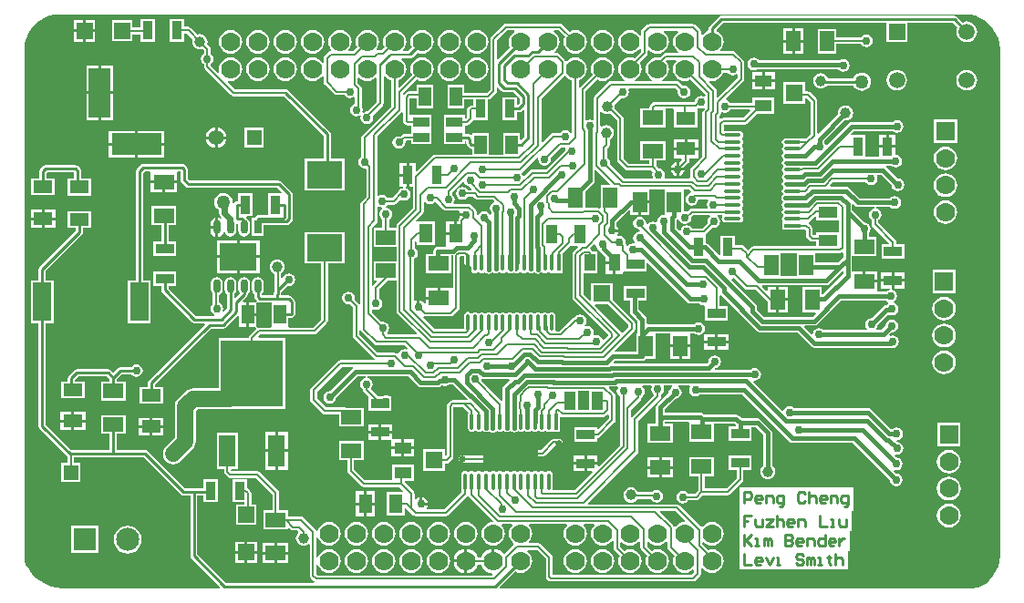
<source format=gtl>
G04*
G04 #@! TF.GenerationSoftware,Altium Limited,Altium Designer,19.1.7 (138)*
G04*
G04 Layer_Physical_Order=1*
G04 Layer_Color=255*
%FSLAX25Y25*%
%MOIN*%
G70*
G01*
G75*
%ADD12C,0.01000*%
%ADD14C,0.01575*%
%ADD60R,0.06693X0.04331*%
%ADD61R,0.04331X0.06693*%
%ADD62R,0.03740X0.06693*%
%ADD63R,0.05906X0.05906*%
%ADD64R,0.04528X0.07087*%
%ADD65R,0.20394X0.09213*%
%ADD66O,0.01181X0.06299*%
%ADD67R,0.01181X0.06299*%
%ADD68R,0.39370X0.09213*%
%ADD69C,0.03937*%
%ADD70R,0.06299X0.04331*%
%ADD71R,0.06299X0.06299*%
%ADD72R,0.05315X0.07480*%
%ADD73R,0.09213X0.20394*%
%ADD74O,0.06299X0.01181*%
%ADD75R,0.06299X0.01181*%
%ADD76R,0.09213X0.39370*%
%ADD77R,0.07480X0.05315*%
%ADD78R,0.06693X0.03740*%
%ADD79R,0.04331X0.06299*%
%ADD80R,0.06299X0.06299*%
%ADD81R,0.07087X0.04528*%
%ADD82R,0.05906X0.03543*%
%ADD83R,0.13780X0.09843*%
%ADD84O,0.02756X0.05118*%
%ADD85R,0.02756X0.05118*%
%ADD86R,0.06693X0.14173*%
%ADD87R,0.05906X0.05906*%
%ADD88R,0.07087X0.05118*%
%ADD89R,0.05118X0.07087*%
%ADD90R,0.12992X0.09843*%
%ADD91R,0.06299X0.11811*%
%ADD92R,0.22835X0.24410*%
%ADD93C,0.00800*%
%ADD94C,0.05906*%
%ADD95C,0.02362*%
%ADD96R,0.07000X0.07000*%
%ADD97R,0.18110X0.07874*%
%ADD98R,0.07874X0.18110*%
%ADD99R,0.05500X0.05500*%
%ADD100C,0.07000*%
%ADD101C,0.02500*%
%ADD102C,0.05906*%
%ADD103R,0.08465X0.08465*%
%ADD104C,0.08465*%
%ADD105C,0.05512*%
%ADD106R,0.05512X0.05512*%
%ADD107C,0.03000*%
%ADD108C,0.05000*%
G36*
X348486Y213597D02*
X350465Y213122D01*
X352345Y212343D01*
X354080Y211280D01*
X355627Y209958D01*
X356949Y208411D01*
X358013Y206675D01*
X358791Y204795D01*
X359266Y202816D01*
X359421Y200853D01*
X359412Y200787D01*
Y15748D01*
X359421Y15682D01*
X359266Y13719D01*
X358791Y11740D01*
X358013Y9860D01*
X356949Y8125D01*
X355627Y6577D01*
X354080Y5255D01*
X352345Y4192D01*
X351648Y3903D01*
X351293Y3808D01*
X349247Y3539D01*
X176618D01*
X176427Y4001D01*
X182208Y9782D01*
X183051Y9433D01*
X184173Y9285D01*
X185296Y9433D01*
X186342Y9866D01*
X187240Y10555D01*
X187929Y11453D01*
X188363Y12500D01*
X188510Y13622D01*
X188363Y14745D01*
X187929Y15791D01*
X187240Y16689D01*
X186576Y17199D01*
X186746Y17698D01*
X190171D01*
X193377Y14493D01*
Y7869D01*
X193470Y7400D01*
X193735Y7004D01*
X194203Y6535D01*
X194600Y6270D01*
X195069Y6177D01*
X247247D01*
X247715Y6270D01*
X248112Y6535D01*
X249738Y8162D01*
X250004Y8558D01*
X250097Y9027D01*
Y11050D01*
X250597Y11220D01*
X251106Y10555D01*
X252005Y9866D01*
X253051Y9433D01*
X254173Y9285D01*
X255296Y9433D01*
X256342Y9866D01*
X257240Y10555D01*
X257929Y11453D01*
X258363Y12500D01*
X258510Y13622D01*
X258363Y14745D01*
X257929Y15791D01*
X257240Y16689D01*
X256342Y17378D01*
X255296Y17811D01*
X254173Y17959D01*
X253051Y17811D01*
X252719Y17674D01*
X250697Y19696D01*
Y20341D01*
X251197Y20486D01*
X252005Y19866D01*
X253051Y19433D01*
X254173Y19285D01*
X255296Y19433D01*
X256342Y19866D01*
X257240Y20555D01*
X257929Y21453D01*
X258363Y22500D01*
X258510Y23622D01*
X258363Y24745D01*
X257929Y25791D01*
X257240Y26689D01*
X256342Y27378D01*
X255296Y27811D01*
X254173Y27959D01*
X253051Y27811D01*
X252005Y27378D01*
X251106Y26689D01*
X250702Y26162D01*
X250045Y26127D01*
X242107Y34065D01*
X241710Y34330D01*
X241242Y34424D01*
X209007D01*
X208816Y34885D01*
X226865Y52935D01*
X227130Y53332D01*
X227223Y53800D01*
Y65093D01*
X235165Y73035D01*
X235430Y73432D01*
X235524Y73900D01*
Y74551D01*
X235958Y74842D01*
X236467Y75603D01*
X236645Y76500D01*
X236467Y77397D01*
X236379Y77528D01*
X236615Y77969D01*
X239505D01*
X239656Y77469D01*
X239042Y77058D01*
X238533Y76297D01*
X238355Y75400D01*
X238364Y75353D01*
X234055Y71044D01*
X233705Y70519D01*
X233581Y69900D01*
Y65200D01*
Y63858D01*
X230660D01*
Y56942D01*
X239740D01*
Y63858D01*
X236819D01*
Y64530D01*
X236970Y64682D01*
X245576D01*
X245760Y64258D01*
X245760D01*
Y57342D01*
X254840D01*
Y63981D01*
X262330D01*
X262782Y63530D01*
Y62970D01*
X260254D01*
Y57630D01*
X268547D01*
Y62581D01*
X270130D01*
X272882Y59830D01*
Y48648D01*
X272526Y48375D01*
X272082Y47796D01*
X271803Y47123D01*
X271708Y46400D01*
X271803Y45677D01*
X272082Y45004D01*
X272526Y44425D01*
X273104Y43982D01*
X273777Y43703D01*
X274500Y43608D01*
X275223Y43703D01*
X275896Y43982D01*
X276474Y44425D01*
X276918Y45004D01*
X277197Y45677D01*
X277292Y46400D01*
X277197Y47123D01*
X276918Y47796D01*
X276474Y48375D01*
X276118Y48648D01*
Y60500D01*
X275995Y61119D01*
X275644Y61644D01*
X271944Y65344D01*
X271419Y65695D01*
X270800Y65819D01*
X265070D01*
X264144Y66744D01*
X263619Y67095D01*
X263000Y67219D01*
X251170D01*
X250944Y67444D01*
X250419Y67795D01*
X249800Y67918D01*
X236819D01*
Y69230D01*
X240653Y73064D01*
X240700Y73055D01*
X241597Y73233D01*
X242358Y73742D01*
X242867Y74503D01*
X243045Y75400D01*
X242867Y76297D01*
X242358Y77058D01*
X241744Y77469D01*
X241895Y77969D01*
X245914D01*
X246182Y77469D01*
X245933Y77097D01*
X245755Y76200D01*
X245933Y75303D01*
X246442Y74542D01*
X247203Y74033D01*
X248100Y73855D01*
X248997Y74033D01*
X249758Y74542D01*
X249785Y74581D01*
X265130D01*
X282343Y57368D01*
X282868Y57017D01*
X283487Y56894D01*
X305617D01*
X319166Y43345D01*
X319333Y42503D01*
X319842Y41742D01*
X320603Y41233D01*
X321500Y41055D01*
X322397Y41233D01*
X323158Y41742D01*
X323667Y42503D01*
X323845Y43400D01*
X323667Y44297D01*
X323158Y45058D01*
X322397Y45567D01*
X321500Y45745D01*
X321370Y45719D01*
X320556Y46533D01*
X320802Y46994D01*
X321500Y46855D01*
X322397Y47033D01*
X323158Y47542D01*
X323667Y48303D01*
X323845Y49200D01*
X323667Y50097D01*
X323158Y50858D01*
X322397Y51367D01*
X321500Y51545D01*
X321453Y51536D01*
X320881Y52108D01*
X321127Y52569D01*
X321700Y52455D01*
X322597Y52634D01*
X323358Y53142D01*
X323867Y53903D01*
X324045Y54800D01*
X323867Y55697D01*
X323358Y56458D01*
X322597Y56967D01*
X321748Y57135D01*
X321558Y57406D01*
X321791Y57893D01*
X322497Y58034D01*
X323258Y58542D01*
X323767Y59303D01*
X323945Y60200D01*
X323767Y61097D01*
X323258Y61858D01*
X322497Y62366D01*
X321600Y62545D01*
X320703Y62366D01*
X319942Y61858D01*
X319459Y61893D01*
X312207Y69144D01*
X311682Y69495D01*
X311063Y69618D01*
X284185D01*
X284158Y69658D01*
X283397Y70166D01*
X282500Y70345D01*
X281603Y70166D01*
X280842Y69658D01*
X280333Y68897D01*
X280303Y68743D01*
X279824Y68598D01*
X269173Y79250D01*
X269419Y79711D01*
X269700Y79655D01*
X270597Y79834D01*
X271358Y80342D01*
X271867Y81103D01*
X272045Y82000D01*
X271867Y82897D01*
X271358Y83658D01*
X270597Y84167D01*
X269700Y84345D01*
X268803Y84167D01*
X268042Y83658D01*
X267990Y83581D01*
X255374D01*
X255325Y83619D01*
X255104Y84081D01*
X255244Y84284D01*
X255997Y84434D01*
X256758Y84942D01*
X257267Y85703D01*
X257445Y86600D01*
X257267Y87497D01*
X256758Y88258D01*
X255997Y88766D01*
X255100Y88945D01*
X254203Y88766D01*
X253442Y88258D01*
X252933Y87497D01*
X252755Y86600D01*
X252764Y86553D01*
X252167Y85956D01*
X218352D01*
X218161Y86417D01*
X218625Y86882D01*
X228601D01*
X229220Y87005D01*
X229745Y87356D01*
X230015Y87760D01*
X233459D01*
Y96840D01*
X233859Y97082D01*
X238460D01*
X238943Y97040D01*
X238943Y96582D01*
Y92800D01*
X242600D01*
X246257D01*
Y96582D01*
X246257Y97040D01*
X246740Y97082D01*
X247615D01*
X247642Y97042D01*
X248403Y96534D01*
X249300Y96355D01*
X250197Y96534D01*
X250958Y97042D01*
X251467Y97803D01*
X251645Y98700D01*
X251467Y99597D01*
X250958Y100358D01*
X250197Y100866D01*
X249300Y101045D01*
X248403Y100866D01*
X247642Y100358D01*
X247615Y100319D01*
X230901D01*
X230719Y100282D01*
X230219Y100693D01*
Y102099D01*
X230096Y102719D01*
X229745Y103244D01*
X227319Y105670D01*
Y108915D01*
X230246D01*
Y114255D01*
X221954D01*
Y108915D01*
X224081D01*
Y105000D01*
X224205Y104381D01*
X224555Y103856D01*
X226982Y101429D01*
Y96840D01*
X226544D01*
Y90118D01*
X218746D01*
X218555Y90580D01*
X225765Y97791D01*
X226030Y98188D01*
X226123Y98656D01*
Y100491D01*
X226030Y100960D01*
X225765Y101356D01*
X217850Y109272D01*
Y115441D01*
X209950D01*
Y109133D01*
X209489Y108942D01*
X207123Y111307D01*
Y118959D01*
X212338D01*
Y126858D01*
X210516D01*
X210503Y126927D01*
X210238Y127323D01*
X209841Y127589D01*
X209686Y128129D01*
X211077Y129520D01*
X211620Y129355D01*
X211745Y128725D01*
X212298Y127898D01*
X212973Y127447D01*
X213026Y127180D01*
X213376Y126655D01*
X215262Y124769D01*
Y123409D01*
X218428D01*
Y122909D01*
X218928D01*
Y118759D01*
X221593D01*
Y119208D01*
X221954Y119545D01*
X230246D01*
Y122588D01*
X230708Y122779D01*
X245032Y108456D01*
X245557Y108105D01*
X246176Y107982D01*
X249515D01*
X249542Y107942D01*
X250303Y107433D01*
X251130Y107269D01*
X251220Y107230D01*
X251554Y106816D01*
Y101745D01*
X259846D01*
Y107085D01*
X256924D01*
Y110736D01*
X257423Y110929D01*
X270472Y97881D01*
X270997Y97530D01*
X271616Y97407D01*
X285204D01*
X290456Y92155D01*
X290981Y91805D01*
X291600Y91681D01*
X319464D01*
X320100Y91555D01*
X320997Y91733D01*
X321758Y92242D01*
X322267Y93003D01*
X322445Y93900D01*
X322267Y94797D01*
X321758Y95558D01*
X320997Y96066D01*
X320100Y96245D01*
X319277Y96081D01*
X319105Y96257D01*
X318983Y96494D01*
X319853Y97364D01*
X319900Y97355D01*
X320797Y97534D01*
X321558Y98042D01*
X322067Y98803D01*
X322245Y99700D01*
X322067Y100597D01*
X321558Y101358D01*
X320797Y101866D01*
X319900Y102045D01*
X319003Y101866D01*
X318242Y101358D01*
X317733Y100597D01*
X317555Y99700D01*
X317564Y99653D01*
X316030Y98119D01*
X314356D01*
X314210Y98619D01*
X314667Y99303D01*
X314845Y100200D01*
X314836Y100247D01*
X318595Y104006D01*
X319003Y103733D01*
X319900Y103555D01*
X320797Y103733D01*
X321558Y104242D01*
X322067Y105003D01*
X322245Y105900D01*
X322067Y106797D01*
X321558Y107558D01*
X320797Y108067D01*
X320760Y108074D01*
X320654Y108605D01*
X321158Y108942D01*
X321667Y109703D01*
X321845Y110600D01*
X321667Y111497D01*
X321158Y112258D01*
X320397Y112767D01*
X319821Y112881D01*
X319651Y112915D01*
X319701Y113415D01*
X319800D01*
Y115785D01*
X315953D01*
Y113415D01*
X319299D01*
X319349Y112915D01*
X319179Y112881D01*
X318603Y112767D01*
X317842Y112258D01*
X317815Y112218D01*
X314947D01*
X314540Y112443D01*
Y115601D01*
X309800D01*
Y116101D01*
X309300D01*
Y119758D01*
X305318D01*
Y125242D01*
X314340D01*
Y132157D01*
X311419D01*
Y133515D01*
X311458Y133542D01*
X311967Y134303D01*
X312145Y135200D01*
X311967Y136097D01*
X311458Y136858D01*
X310697Y137367D01*
X309800Y137545D01*
X309753Y137536D01*
X305318Y141970D01*
Y143944D01*
X305809Y144161D01*
X306314Y143656D01*
X306839Y143305D01*
X307458Y143182D01*
X313431D01*
X313480Y142682D01*
X312903Y142567D01*
X312142Y142058D01*
X311633Y141297D01*
X311455Y140400D01*
X311633Y139503D01*
X312142Y138742D01*
X312577Y138451D01*
Y136905D01*
X312670Y136436D01*
X312935Y136039D01*
X318889Y130085D01*
X318682Y129585D01*
X316154D01*
Y124245D01*
X324447D01*
Y129585D01*
X321523D01*
Y130405D01*
X321430Y130873D01*
X321165Y131270D01*
X315023Y137411D01*
Y138451D01*
X315458Y138742D01*
X315967Y139503D01*
X316145Y140400D01*
X315967Y141297D01*
X315458Y142058D01*
X314697Y142567D01*
X314120Y142682D01*
X314169Y143182D01*
X319215D01*
X319242Y143142D01*
X320003Y142633D01*
X320900Y142455D01*
X321797Y142633D01*
X322558Y143142D01*
X323067Y143903D01*
X323245Y144800D01*
X323067Y145697D01*
X322558Y146458D01*
X321797Y146967D01*
X320900Y147145D01*
X320003Y146967D01*
X319242Y146458D01*
X319215Y146418D01*
X308129D01*
X304357Y150190D01*
X303832Y150541D01*
X303213Y150664D01*
X297404D01*
X297213Y151126D01*
X298463Y152376D01*
X310351D01*
X310642Y151942D01*
X311403Y151433D01*
X312300Y151255D01*
X313197Y151433D01*
X313958Y151942D01*
X314467Y152703D01*
X314645Y153600D01*
X314467Y154497D01*
X314379Y154628D01*
X314615Y155069D01*
X315942D01*
X319706Y151305D01*
X319705Y151300D01*
X319883Y150403D01*
X320392Y149642D01*
X321153Y149133D01*
X322050Y148955D01*
X322947Y149133D01*
X323708Y149642D01*
X324217Y150403D01*
X324395Y151300D01*
X324217Y152197D01*
X323708Y152958D01*
X322947Y153467D01*
X322050Y153645D01*
X321961Y153627D01*
X317757Y157832D01*
X317683Y157881D01*
X317834Y158381D01*
X319615D01*
X319642Y158342D01*
X320403Y157833D01*
X321300Y157655D01*
X322197Y157833D01*
X322958Y158342D01*
X323467Y159103D01*
X323645Y160000D01*
X323467Y160897D01*
X322958Y161658D01*
X322197Y162167D01*
X321300Y162345D01*
X321085Y162522D01*
Y164900D01*
X318215D01*
X315345D01*
Y161618D01*
X310255D01*
Y169546D01*
X305109D01*
X304892Y170037D01*
X305937Y171081D01*
X320115D01*
X320142Y171042D01*
X320903Y170533D01*
X321800Y170355D01*
X322697Y170533D01*
X323458Y171042D01*
X323967Y171803D01*
X324145Y172700D01*
X323967Y173597D01*
X323458Y174358D01*
X322697Y174867D01*
X321800Y175045D01*
X320903Y174867D01*
X320142Y174358D01*
X320115Y174319D01*
X305266D01*
X304647Y174195D01*
X304122Y173845D01*
X296076Y165798D01*
X295597Y165944D01*
X295567Y166097D01*
X295058Y166858D01*
X295040Y167351D01*
X302555Y174866D01*
X303000Y174808D01*
X303723Y174903D01*
X304396Y175182D01*
X304975Y175626D01*
X305418Y176204D01*
X305697Y176877D01*
X305792Y177600D01*
X305697Y178323D01*
X305418Y178996D01*
X304975Y179575D01*
X304396Y180018D01*
X303723Y180297D01*
X303000Y180392D01*
X302277Y180297D01*
X301604Y180018D01*
X301026Y179575D01*
X300582Y178996D01*
X300303Y178323D01*
X300208Y177600D01*
X300266Y177155D01*
X293085Y169974D01*
X292623Y170166D01*
Y182100D01*
X292530Y182568D01*
X292265Y182965D01*
X290065Y185165D01*
X289668Y185430D01*
X289200Y185523D01*
X288258D01*
Y188850D01*
X280359D01*
Y180950D01*
X288258D01*
Y182919D01*
X288758Y183011D01*
X290177Y181593D01*
Y169907D01*
X288517Y168247D01*
X286899D01*
X286769Y168333D01*
X286227Y168441D01*
X281109D01*
X280566Y168333D01*
X280106Y168026D01*
X279799Y167566D01*
X279691Y167024D01*
X279799Y166481D01*
X280084Y166054D01*
X280147Y165907D01*
Y165581D01*
X280084Y165434D01*
X279799Y165007D01*
X279691Y164465D01*
X279799Y163922D01*
X280106Y163462D01*
X280053Y162896D01*
X279805Y162525D01*
X279681Y161906D01*
X279805Y161286D01*
X280088Y160863D01*
X280106Y160349D01*
X279799Y159889D01*
X279691Y159346D01*
X279799Y158804D01*
X280084Y158377D01*
X280108Y158321D01*
X280138Y157948D01*
X280106Y157790D01*
X279799Y157330D01*
X279691Y156787D01*
X279799Y156245D01*
X280106Y155785D01*
X280138Y155627D01*
X280108Y155254D01*
X280084Y155198D01*
X279799Y154771D01*
X279691Y154228D01*
X279799Y153686D01*
X280106Y153226D01*
X280149Y153016D01*
Y152882D01*
X280106Y152672D01*
X279799Y152212D01*
X279691Y151669D01*
X279799Y151127D01*
X280084Y150699D01*
X280108Y150644D01*
X280138Y150271D01*
X280106Y150113D01*
X279799Y149653D01*
X279691Y149110D01*
X279799Y148568D01*
X280106Y148108D01*
X279845Y147681D01*
X279505Y147171D01*
X279381Y146551D01*
X279505Y145932D01*
X279855Y145407D01*
X279868Y145399D01*
X280055Y145137D01*
X279705Y144612D01*
X279581Y143992D01*
X279705Y143373D01*
X279984Y142955D01*
X280106Y142436D01*
X279799Y141976D01*
X279691Y141433D01*
X279799Y140891D01*
X280084Y140463D01*
X280147Y140316D01*
Y139991D01*
X280084Y139844D01*
X279799Y139417D01*
X279691Y138874D01*
X279799Y138331D01*
X279883Y138206D01*
X279718Y137706D01*
X279718D01*
Y134924D01*
X287617D01*
Y135091D01*
X288178D01*
X288577Y134693D01*
Y132600D01*
X288670Y132132D01*
X288935Y131735D01*
X289835Y130835D01*
X290232Y130570D01*
X290700Y130476D01*
X292354D01*
Y128855D01*
X269331D01*
X268863Y128762D01*
X268466Y128497D01*
X267350Y127380D01*
X265765Y128965D01*
X265368Y129230D01*
X264900Y129323D01*
X262585D01*
Y132747D01*
X257245D01*
Y125697D01*
X256783Y125506D01*
X252544Y129745D01*
X252019Y130095D01*
X251955Y130108D01*
Y132746D01*
X251955Y132747D01*
X251955D01*
X251933Y133247D01*
X252065Y133335D01*
X254287Y135557D01*
X254800Y135455D01*
X255697Y135633D01*
X256458Y136142D01*
X256967Y136903D01*
X257145Y137800D01*
X256967Y138697D01*
X256458Y139458D01*
X256082Y139710D01*
X256234Y140210D01*
X257726D01*
X257947Y139710D01*
X257752Y139417D01*
X257644Y138874D01*
X257752Y138331D01*
X258059Y137872D01*
X258519Y137564D01*
X259061Y137456D01*
X264179D01*
X264722Y137564D01*
X265182Y137872D01*
X265489Y138331D01*
X265597Y138874D01*
X265489Y139417D01*
X265204Y139844D01*
X265142Y139991D01*
Y140316D01*
X265204Y140463D01*
X265489Y140891D01*
X265597Y141433D01*
X265489Y141976D01*
X265204Y142403D01*
X265142Y142550D01*
Y142876D01*
X265204Y143022D01*
X265489Y143450D01*
X265597Y143992D01*
X265489Y144535D01*
X265204Y144962D01*
X265142Y145109D01*
Y145435D01*
X265204Y145581D01*
X265489Y146009D01*
X265597Y146551D01*
X265489Y147094D01*
X265204Y147521D01*
X265142Y147668D01*
Y147994D01*
X265204Y148141D01*
X265489Y148568D01*
X265597Y149110D01*
X265489Y149653D01*
X265182Y150113D01*
X265142Y150140D01*
Y150640D01*
X265182Y150667D01*
X265489Y151127D01*
X265597Y151669D01*
X265489Y152212D01*
X265204Y152639D01*
X265142Y152786D01*
Y153112D01*
X265204Y153259D01*
X265489Y153686D01*
X265597Y154228D01*
X265489Y154771D01*
X265204Y155198D01*
X265142Y155345D01*
Y155671D01*
X265204Y155818D01*
X265489Y156245D01*
X265597Y156787D01*
X265489Y157330D01*
X265204Y157757D01*
X265142Y157904D01*
Y158230D01*
X265204Y158377D01*
X265489Y158804D01*
X265597Y159346D01*
X265489Y159889D01*
X265204Y160316D01*
X265142Y160463D01*
Y160789D01*
X265204Y160936D01*
X265489Y161363D01*
X265597Y161906D01*
X265489Y162448D01*
X265204Y162875D01*
X265142Y163022D01*
Y163348D01*
X265204Y163495D01*
X265489Y163922D01*
X265597Y164465D01*
X265489Y165007D01*
X265204Y165434D01*
X265142Y165581D01*
Y165907D01*
X265204Y166054D01*
X265489Y166481D01*
X265597Y167024D01*
X265489Y167566D01*
X265204Y167993D01*
X265142Y168140D01*
Y168466D01*
X265204Y168613D01*
X265489Y169040D01*
X265597Y169583D01*
X265489Y170125D01*
X265182Y170585D01*
X264722Y170893D01*
X264179Y171001D01*
X259061D01*
X258924Y170973D01*
X258423Y171383D01*
Y173125D01*
X258675Y173377D01*
X266135D01*
X266603Y173470D01*
X267000Y173735D01*
X270672Y177407D01*
X276841D01*
Y183338D01*
X268942D01*
Y181324D01*
X260849D01*
X260558Y181758D01*
X259797Y182267D01*
X259454Y182335D01*
X259289Y182877D01*
X265565Y189153D01*
X265830Y189550D01*
X265924Y190018D01*
Y196200D01*
X265830Y196668D01*
X265565Y197065D01*
X262865Y199765D01*
X262468Y200030D01*
X262000Y200124D01*
X257416D01*
X257292Y200623D01*
X257929Y201453D01*
X258363Y202500D01*
X258510Y203622D01*
X258363Y204745D01*
X257929Y205791D01*
X257240Y206689D01*
X256342Y207378D01*
X255759Y207619D01*
X255702Y208128D01*
X258049Y210474D01*
X259200D01*
X259256Y210486D01*
X317952D01*
Y203606D01*
X325458D01*
Y210486D01*
X342294D01*
X343874Y208905D01*
X343639Y208338D01*
X343510Y207358D01*
X343639Y206379D01*
X344017Y205466D01*
X344619Y204682D01*
X345403Y204080D01*
X346316Y203702D01*
X347295Y203573D01*
X348275Y203702D01*
X349188Y204080D01*
X349972Y204682D01*
X350573Y205466D01*
X350951Y206379D01*
X351080Y207358D01*
X350951Y208338D01*
X350573Y209251D01*
X349972Y210035D01*
X349188Y210636D01*
X348275Y211014D01*
X347295Y211143D01*
X346316Y211014D01*
X345748Y210780D01*
X343780Y212748D01*
X343350Y213036D01*
X342843Y213137D01*
X259211D01*
X259156Y213125D01*
X257500D01*
X256993Y213025D01*
X256563Y212737D01*
X253385Y209559D01*
X253098Y209129D01*
X252997Y208622D01*
Y207789D01*
X252005Y207378D01*
X251106Y206689D01*
X250724Y206190D01*
X250223Y206360D01*
Y207200D01*
X250130Y207668D01*
X249865Y208065D01*
X248092Y209838D01*
X247695Y210104D01*
X247227Y210197D01*
X231173D01*
X230705Y210104D01*
X230308Y209838D01*
X228608Y208138D01*
X228343Y207741D01*
X228250Y207273D01*
Y206194D01*
X227750Y206025D01*
X227240Y206689D01*
X226342Y207378D01*
X225296Y207811D01*
X224173Y207959D01*
X223051Y207811D01*
X222005Y207378D01*
X221106Y206689D01*
X220417Y205791D01*
X219984Y204745D01*
X219836Y203622D01*
X219984Y202500D01*
X220417Y201453D01*
X221106Y200555D01*
X222005Y199866D01*
X223051Y199433D01*
X224173Y199285D01*
X225296Y199433D01*
X226342Y199866D01*
X227240Y200555D01*
X227750Y201220D01*
X228250Y201050D01*
Y200080D01*
X225780Y197611D01*
X225296Y197811D01*
X224173Y197959D01*
X223051Y197811D01*
X222005Y197378D01*
X221106Y196689D01*
X220417Y195791D01*
X219984Y194745D01*
X219836Y193622D01*
X219984Y192499D01*
X220417Y191454D01*
X221106Y190555D01*
X222005Y189866D01*
X222349Y189724D01*
X222249Y189224D01*
X217200D01*
X216732Y189130D01*
X216335Y188865D01*
X211235Y183765D01*
X210970Y183368D01*
X210876Y182900D01*
Y175210D01*
X210436Y174974D01*
X210297Y175067D01*
X209400Y175245D01*
X208503Y175067D01*
X208365Y174974D01*
X207924Y175210D01*
Y185642D01*
X212106Y189824D01*
X213051Y189433D01*
X214173Y189285D01*
X215296Y189433D01*
X216342Y189866D01*
X217240Y190555D01*
X217929Y191454D01*
X218363Y192499D01*
X218510Y193622D01*
X218363Y194745D01*
X217929Y195791D01*
X217240Y196689D01*
X216342Y197378D01*
X215296Y197811D01*
X214173Y197959D01*
X213051Y197811D01*
X212005Y197378D01*
X211106Y196689D01*
X210417Y195791D01*
X209984Y194745D01*
X209836Y193622D01*
X209984Y192499D01*
X210375Y191554D01*
X205897Y187076D01*
X205645Y187120D01*
X205397Y187258D01*
Y189475D01*
X206342Y189866D01*
X207240Y190555D01*
X207929Y191454D01*
X208363Y192499D01*
X208510Y193622D01*
X208363Y194745D01*
X207929Y195791D01*
X207240Y196689D01*
X206342Y197378D01*
X205296Y197811D01*
X204173Y197959D01*
X203051Y197811D01*
X202005Y197378D01*
X201106Y196689D01*
X200935Y196691D01*
X200547Y196781D01*
X200338Y197092D01*
X198243Y199187D01*
X197846Y199452D01*
X197378Y199546D01*
X196746D01*
X196576Y200046D01*
X197240Y200555D01*
X197929Y201453D01*
X198363Y202500D01*
X198510Y203622D01*
X198363Y204745D01*
X197929Y205791D01*
X197240Y206689D01*
X196342Y207378D01*
X196445Y207876D01*
X198188D01*
X200375Y205690D01*
X199984Y204745D01*
X199836Y203622D01*
X199984Y202500D01*
X200417Y201453D01*
X201106Y200555D01*
X202005Y199866D01*
X203051Y199433D01*
X204173Y199285D01*
X205296Y199433D01*
X206342Y199866D01*
X207240Y200555D01*
X207929Y201453D01*
X208363Y202500D01*
X208510Y203622D01*
X208363Y204745D01*
X207929Y205791D01*
X207240Y206689D01*
X206342Y207378D01*
X205296Y207811D01*
X204173Y207959D01*
X203051Y207811D01*
X202106Y207420D01*
X199560Y209965D01*
X199163Y210230D01*
X198695Y210324D01*
X178700D01*
X178232Y210230D01*
X177835Y209965D01*
X173453Y205584D01*
X173188Y205187D01*
X173095Y204719D01*
Y186225D01*
X171840Y184970D01*
X163681D01*
Y187943D01*
X157554D01*
Y179257D01*
X163681D01*
Y182523D01*
X166800D01*
Y180392D01*
X166269D01*
X165800Y180299D01*
X165403Y180034D01*
X164935Y179565D01*
X164670Y179168D01*
X164576Y178700D01*
Y176017D01*
X164200Y175708D01*
X163755Y175892D01*
Y176857D01*
X156250D01*
Y171714D01*
X156250D01*
Y171286D01*
X156250D01*
Y166143D01*
X163755D01*
Y167274D01*
X164275D01*
Y166628D01*
X164375Y166120D01*
X164663Y165690D01*
X165390Y164963D01*
X165820Y164675D01*
X166328Y164575D01*
X166428Y164086D01*
Y162380D01*
X152858D01*
X152390Y162287D01*
X151993Y162022D01*
X146217Y156246D01*
X145755Y156437D01*
Y159247D01*
X143385D01*
Y154900D01*
Y150554D01*
X144732D01*
Y142756D01*
X139135Y137159D01*
X138870Y136762D01*
X138777Y136294D01*
Y135460D01*
X136124D01*
Y138654D01*
X136558Y138944D01*
X136624Y139043D01*
X136765Y139137D01*
X137030Y139534D01*
X137063Y139700D01*
X137067Y139705D01*
X137245Y140602D01*
X137067Y141500D01*
X136558Y142261D01*
X135797Y142769D01*
X135069Y142914D01*
X134934Y143425D01*
X135258Y143642D01*
X135549Y144077D01*
X137700D01*
X138168Y144170D01*
X138565Y144435D01*
X140129Y145999D01*
X140676Y145633D01*
X141573Y145455D01*
X142471Y145633D01*
X143231Y146142D01*
X143740Y146903D01*
X143918Y147800D01*
X143740Y148697D01*
X143231Y149458D01*
X142471Y149967D01*
X142033Y150054D01*
X142083Y150554D01*
X142385D01*
Y154400D01*
X140015D01*
Y150554D01*
X141064D01*
X141113Y150054D01*
X140676Y149967D01*
X139915Y149458D01*
X139486Y148817D01*
X137193Y146523D01*
X135549D01*
X135258Y146958D01*
X134497Y147467D01*
X133600Y147645D01*
X132703Y147467D01*
X132324Y147213D01*
X131824Y147480D01*
Y168993D01*
X140638Y177808D01*
X140676Y177865D01*
X141176Y177713D01*
Y174764D01*
X141270Y174296D01*
X141535Y173899D01*
X142004Y173430D01*
X142400Y173165D01*
X142869Y173072D01*
X144045D01*
Y171786D01*
X144045Y171724D01*
Y171286D01*
X144045Y171224D01*
Y169938D01*
X141615D01*
X141146Y169845D01*
X140749Y169580D01*
X140213Y169043D01*
X139700Y169145D01*
X138803Y168967D01*
X138042Y168458D01*
X137533Y167697D01*
X137355Y166800D01*
X137533Y165903D01*
X138042Y165142D01*
X138803Y164633D01*
X139700Y164455D01*
X140597Y164633D01*
X141358Y165142D01*
X141867Y165903D01*
X142045Y166800D01*
X141997Y167043D01*
X142379Y167491D01*
X144045D01*
Y166143D01*
X151550D01*
Y171224D01*
X151550Y171286D01*
Y171724D01*
X151550Y171786D01*
Y176867D01*
X144045D01*
X143623Y177057D01*
Y182893D01*
X143807Y183077D01*
X146136D01*
Y179257D01*
X152264D01*
Y187943D01*
X146136D01*
Y185523D01*
X143300D01*
X142832Y185430D01*
X142435Y185165D01*
X141686Y184416D01*
X141167Y184561D01*
X141157Y184569D01*
X141117Y184836D01*
X146106Y189824D01*
X147051Y189433D01*
X148173Y189285D01*
X149296Y189433D01*
X150342Y189866D01*
X151240Y190555D01*
X151929Y191454D01*
X152363Y192499D01*
X152510Y193622D01*
X152363Y194745D01*
X151929Y195791D01*
X151240Y196689D01*
X150342Y197378D01*
X149296Y197811D01*
X148173Y197959D01*
X147051Y197811D01*
X146005Y197378D01*
X145106Y196689D01*
X144417Y195791D01*
X143984Y194745D01*
X143836Y193622D01*
X143984Y192499D01*
X144375Y191554D01*
X139859Y187038D01*
X139397Y187229D01*
Y189475D01*
X140342Y189866D01*
X141240Y190555D01*
X141929Y191454D01*
X142363Y192499D01*
X142510Y193622D01*
X142363Y194745D01*
X141929Y195791D01*
X141240Y196689D01*
X140576Y197198D01*
X140745Y197698D01*
X144178D01*
X144646Y197792D01*
X145043Y198057D01*
X146604Y199618D01*
X147051Y199433D01*
X148173Y199285D01*
X149296Y199433D01*
X150342Y199866D01*
X151240Y200555D01*
X151929Y201453D01*
X152363Y202500D01*
X152510Y203622D01*
X152363Y204745D01*
X151929Y205791D01*
X151240Y206689D01*
X150342Y207378D01*
X149296Y207811D01*
X148173Y207959D01*
X147051Y207811D01*
X146005Y207378D01*
X145106Y206689D01*
X144417Y205791D01*
X143984Y204745D01*
X143836Y203622D01*
X143984Y202500D01*
X144375Y201554D01*
X142966Y200146D01*
X141454D01*
X141309Y200646D01*
X141929Y201453D01*
X142363Y202500D01*
X142510Y203622D01*
X142363Y204745D01*
X141929Y205791D01*
X141240Y206689D01*
X140342Y207378D01*
X139296Y207811D01*
X138173Y207959D01*
X137051Y207811D01*
X136005Y207378D01*
X135106Y206689D01*
X134417Y205791D01*
X133984Y204745D01*
X133836Y203622D01*
X133984Y202500D01*
X134375Y201554D01*
X133344Y200523D01*
X132000D01*
X131818Y200487D01*
X131536Y200941D01*
X131929Y201453D01*
X132363Y202500D01*
X132510Y203622D01*
X132363Y204745D01*
X131929Y205791D01*
X131240Y206689D01*
X130342Y207378D01*
X129296Y207811D01*
X128173Y207959D01*
X127051Y207811D01*
X126005Y207378D01*
X125106Y206689D01*
X124417Y205791D01*
X123984Y204745D01*
X123836Y203622D01*
X123984Y202500D01*
X124375Y201554D01*
X122966Y200146D01*
X121454D01*
X121309Y200646D01*
X121929Y201453D01*
X122363Y202500D01*
X122510Y203622D01*
X122363Y204745D01*
X121929Y205791D01*
X121240Y206689D01*
X120342Y207378D01*
X119296Y207811D01*
X118173Y207959D01*
X117051Y207811D01*
X116005Y207378D01*
X115106Y206689D01*
X114417Y205791D01*
X113984Y204745D01*
X113836Y203622D01*
X113984Y202500D01*
X114417Y201453D01*
X114977Y200724D01*
X114837Y200328D01*
X114768Y200217D01*
X114332Y200130D01*
X113935Y199865D01*
X112608Y198538D01*
X112343Y198142D01*
X112250Y197673D01*
Y196194D01*
X111750Y196025D01*
X111240Y196689D01*
X110342Y197378D01*
X109296Y197811D01*
X108173Y197959D01*
X107051Y197811D01*
X106005Y197378D01*
X105106Y196689D01*
X104417Y195791D01*
X103984Y194745D01*
X103836Y193622D01*
X103984Y192499D01*
X104417Y191454D01*
X105106Y190555D01*
X106005Y189866D01*
X107051Y189433D01*
X108173Y189285D01*
X109296Y189433D01*
X110342Y189866D01*
X111240Y190555D01*
X111750Y191219D01*
X112250Y191050D01*
Y188827D01*
X112343Y188358D01*
X112608Y187962D01*
X116035Y184535D01*
X116432Y184270D01*
X116900Y184177D01*
X119751D01*
X120042Y183742D01*
X120803Y183233D01*
X121700Y183055D01*
X122597Y183233D01*
X123102Y183571D01*
X123602Y183304D01*
Y180946D01*
X123203Y180867D01*
X122442Y180358D01*
X121933Y179597D01*
X121755Y178700D01*
X121933Y177803D01*
X122442Y177042D01*
X123203Y176533D01*
X124100Y176355D01*
X124997Y176533D01*
X125336Y176760D01*
X125786Y176459D01*
X125655Y175800D01*
X125833Y174903D01*
X126342Y174142D01*
X127103Y173633D01*
X128000Y173455D01*
X128897Y173633D01*
X129658Y174142D01*
X130167Y174903D01*
X130345Y175800D01*
X130167Y176697D01*
X130151Y176721D01*
X133738Y180308D01*
X134004Y180705D01*
X134097Y181173D01*
Y191050D01*
X134597Y191219D01*
X135106Y190555D01*
X136005Y189866D01*
X136950Y189475D01*
Y180006D01*
X126285Y169342D01*
X126020Y168945D01*
X125926Y168476D01*
Y161699D01*
X125492Y161408D01*
X124983Y160647D01*
X124805Y159750D01*
X124983Y158853D01*
X125492Y158092D01*
X126253Y157583D01*
X127150Y157405D01*
X127293Y157433D01*
X127777Y157027D01*
Y147007D01*
X126035Y145265D01*
X125770Y144868D01*
X125677Y144400D01*
Y107732D01*
X125537Y107681D01*
X125177Y107649D01*
X124965Y107965D01*
X123543Y109387D01*
X123645Y109900D01*
X123467Y110797D01*
X122958Y111558D01*
X122197Y112067D01*
X121300Y112245D01*
X120403Y112067D01*
X119642Y111558D01*
X119133Y110797D01*
X118955Y109900D01*
X119133Y109003D01*
X119642Y108242D01*
X120403Y107733D01*
X121300Y107555D01*
X121813Y107657D01*
X122877Y106593D01*
Y96000D01*
X122970Y95532D01*
X123235Y95135D01*
X130635Y87735D01*
X130801Y87624D01*
X130650Y87124D01*
X118200D01*
X117732Y87030D01*
X117335Y86765D01*
X107615Y77046D01*
X107350Y76648D01*
X107257Y76180D01*
Y72720D01*
X107350Y72251D01*
X107615Y71855D01*
X111775Y67695D01*
X112172Y67430D01*
X112640Y67336D01*
X117760D01*
Y62845D01*
X126840D01*
Y69760D01*
X120161D01*
X120043Y69783D01*
X113147D01*
X109704Y73226D01*
Y75674D01*
X118707Y84676D01*
X122745D01*
X122897Y84176D01*
X122568Y83957D01*
X114447Y75836D01*
X114400Y75845D01*
X113503Y75666D01*
X112742Y75158D01*
X112233Y74397D01*
X112055Y73500D01*
X112233Y72603D01*
X112742Y71842D01*
X113503Y71333D01*
X114400Y71155D01*
X115297Y71333D01*
X116058Y71842D01*
X116567Y72603D01*
X116745Y73500D01*
X116736Y73547D01*
X124383Y81194D01*
X127495D01*
X127544Y80694D01*
X126903Y80567D01*
X126142Y80058D01*
X125633Y79297D01*
X125455Y78400D01*
X125633Y77503D01*
X126142Y76742D01*
X126576Y76451D01*
Y76430D01*
X126670Y75962D01*
X126935Y75565D01*
X128654Y73846D01*
Y68760D01*
X136946D01*
Y72782D01*
X136970Y72900D01*
X136946Y73018D01*
Y74100D01*
X135865D01*
X135747Y74124D01*
X134270D01*
X134152Y74100D01*
X131860D01*
X129437Y76524D01*
X129458Y76742D01*
X129967Y77503D01*
X130145Y78400D01*
X129967Y79297D01*
X129458Y80058D01*
X128697Y80567D01*
X128056Y80694D01*
X128105Y81194D01*
X143117D01*
X146543Y77768D01*
X147068Y77417D01*
X147687Y77294D01*
X153804D01*
X154424Y77417D01*
X154949Y77768D01*
X155250Y78069D01*
X155603Y77833D01*
X156500Y77655D01*
X157397Y77833D01*
X158158Y78342D01*
X158185Y78382D01*
X159305D01*
X164701Y72986D01*
X164510Y72523D01*
X159300D01*
X158832Y72430D01*
X158435Y72165D01*
X157535Y71265D01*
X157270Y70868D01*
X157176Y70400D01*
Y52524D01*
X156958Y52359D01*
X156458Y52608D01*
Y54450D01*
X148559D01*
Y46550D01*
X156458D01*
Y49277D01*
X157100D01*
X157568Y49370D01*
X157965Y49635D01*
X159265Y50935D01*
X159530Y51332D01*
X159624Y51800D01*
Y69893D01*
X159807Y70077D01*
X163093D01*
X165135Y68035D01*
Y67999D01*
X165048Y67869D01*
X164940Y67327D01*
Y62209D01*
X165048Y61666D01*
X165356Y61206D01*
X165816Y60899D01*
X166358Y60791D01*
X166901Y60899D01*
X167328Y61184D01*
X167475Y61247D01*
X167801D01*
X167947Y61184D01*
X168375Y60899D01*
X168917Y60791D01*
X169460Y60899D01*
X169920Y61206D01*
X170481Y61147D01*
X170844Y60905D01*
X171463Y60782D01*
X172082Y60905D01*
X172271Y61031D01*
X172856Y61056D01*
X173381Y60705D01*
X174000Y60581D01*
X174619Y60705D01*
X175108Y61031D01*
X175548Y61206D01*
X175592D01*
X176052Y60899D01*
X176594Y60791D01*
X177137Y60899D01*
X177597Y61206D01*
X178163Y61153D01*
X178534Y60905D01*
X179154Y60782D01*
X179773Y60905D01*
X180298Y61256D01*
X180778Y61074D01*
X181181Y60805D01*
X181800Y60681D01*
X182419Y60805D01*
X182776Y61043D01*
X183269Y61206D01*
X183729Y60899D01*
X184272Y60791D01*
X184814Y60899D01*
X185274Y61206D01*
X185682Y61287D01*
X185881Y61154D01*
X185916Y61147D01*
X186288Y60899D01*
X186831Y60791D01*
X187373Y60899D01*
X187801Y61184D01*
X187947Y61247D01*
X188273D01*
X188420Y61184D01*
X188847Y60899D01*
X189390Y60791D01*
X189932Y60899D01*
X190359Y61184D01*
X190506Y61247D01*
X190832D01*
X190979Y61184D01*
X191406Y60899D01*
X191949Y60791D01*
X192491Y60899D01*
X192919Y61184D01*
X193065Y61247D01*
X193391D01*
X193538Y61184D01*
X193965Y60899D01*
X194508Y60791D01*
X195050Y60899D01*
X195176Y60983D01*
X195676Y60818D01*
Y60818D01*
X198458D01*
Y64759D01*
X198548Y65214D01*
Y66191D01*
X198706Y66322D01*
X199048Y66504D01*
X199419Y66430D01*
X214553D01*
X215022Y66523D01*
X215419Y66788D01*
X215915Y67284D01*
X216376Y67093D01*
Y65660D01*
X212508Y61792D01*
X212047Y61984D01*
Y62670D01*
X203753D01*
Y57330D01*
X212047D01*
Y58776D01*
X212446D01*
X212915Y58870D01*
X213312Y59135D01*
X218465Y64288D01*
X218730Y64685D01*
X218824Y65153D01*
Y74127D01*
X218730Y74595D01*
X218465Y74992D01*
X216449Y77008D01*
X216641Y77470D01*
X218618D01*
X219237Y77593D01*
X219442Y77730D01*
X219558Y77684D01*
X219749Y77070D01*
X219533Y76747D01*
X219355Y75850D01*
X219533Y74953D01*
X220042Y74192D01*
X220477Y73901D01*
Y56088D01*
X212708Y48320D01*
X212246Y48511D01*
Y48870D01*
X208400D01*
Y46500D01*
X210235D01*
X210427Y46038D01*
X203983Y39594D01*
X196323D01*
X195912Y40094D01*
X195926Y40161D01*
Y45279D01*
X195818Y45822D01*
X195510Y46282D01*
X195050Y46589D01*
X194508Y46697D01*
X193965Y46589D01*
X193505Y46282D01*
X193478Y46242D01*
X192978D01*
X192951Y46282D01*
X192491Y46589D01*
X191949Y46697D01*
X191406Y46589D01*
X190946Y46282D01*
X190919Y46242D01*
X190419D01*
X190392Y46282D01*
X189932Y46589D01*
X189390Y46697D01*
X188847Y46589D01*
X188387Y46282D01*
X188360Y46242D01*
X187860D01*
X187833Y46282D01*
X187373Y46589D01*
X186831Y46697D01*
X186288Y46589D01*
X185828Y46282D01*
X185801Y46242D01*
X185301D01*
X185274Y46282D01*
X184814Y46589D01*
X184272Y46697D01*
X183729Y46589D01*
X183269Y46282D01*
X183242Y46242D01*
X182742D01*
X182715Y46282D01*
X182255Y46589D01*
X181713Y46697D01*
X181170Y46589D01*
X180710Y46282D01*
X180683Y46242D01*
X180183D01*
X180156Y46282D01*
X179696Y46589D01*
X179154Y46697D01*
X178611Y46589D01*
X178151Y46282D01*
X178124Y46242D01*
X177624D01*
X177597Y46282D01*
X177137Y46589D01*
X176594Y46697D01*
X176052Y46589D01*
X175592Y46282D01*
X175565Y46242D01*
X175065D01*
X175038Y46282D01*
X174578Y46589D01*
X174035Y46697D01*
X173493Y46589D01*
X173033Y46282D01*
X173006Y46242D01*
X172506D01*
X172479Y46282D01*
X172019Y46589D01*
X171476Y46697D01*
X170934Y46589D01*
X170474Y46282D01*
X170447Y46242D01*
X169947D01*
X169920Y46282D01*
X169460Y46589D01*
X168917Y46697D01*
X168375Y46589D01*
X167915Y46282D01*
X167888Y46242D01*
X167388D01*
X167361Y46282D01*
X166901Y46589D01*
X166358Y46697D01*
X165816Y46589D01*
X165356Y46282D01*
X165329Y46242D01*
X164829D01*
X164802Y46282D01*
X164342Y46589D01*
X163799Y46697D01*
X163257Y46589D01*
X162797Y46282D01*
X162489Y45822D01*
X162381Y45279D01*
Y40161D01*
X162489Y39619D01*
X162643Y39389D01*
Y38873D01*
X156293Y32524D01*
X150021D01*
X149753Y33024D01*
X150155Y33625D01*
X150250Y34100D01*
X147800D01*
Y34600D01*
X147300D01*
Y37049D01*
X146825Y36955D01*
X145998Y36402D01*
X145923Y36292D01*
X145423Y36443D01*
Y38300D01*
X145330Y38768D01*
X145065Y39165D01*
X141724Y42507D01*
Y43007D01*
X145041D01*
Y48938D01*
X137142D01*
Y43224D01*
X127307D01*
X123324Y47207D01*
Y50640D01*
X126840D01*
Y57555D01*
X117760D01*
Y50640D01*
X120877D01*
Y46700D01*
X120970Y46232D01*
X121235Y45835D01*
X125935Y41135D01*
X126332Y40870D01*
X126800Y40777D01*
X139993D01*
X141326Y39443D01*
X141119Y38943D01*
X135053D01*
Y30257D01*
X141771D01*
Y32873D01*
X142271Y33081D01*
X144916Y30435D01*
X145313Y30170D01*
X145782Y30077D01*
X156800D01*
X157268Y30170D01*
X157665Y30435D01*
X164702Y37472D01*
X164883Y37468D01*
X165228Y37393D01*
X165493Y36996D01*
X174042Y28446D01*
X173863Y27918D01*
X173051Y27811D01*
X172005Y27378D01*
X171106Y26689D01*
X170417Y25791D01*
X169984Y24745D01*
X169836Y23622D01*
X169984Y22500D01*
X170417Y21453D01*
X171106Y20555D01*
X172005Y19866D01*
X173051Y19433D01*
X174173Y19285D01*
X175296Y19433D01*
X176342Y19866D01*
X177240Y20555D01*
X177929Y21453D01*
X178363Y22500D01*
X178510Y23622D01*
X178363Y24745D01*
X177929Y25791D01*
X177250Y26676D01*
X177275Y26861D01*
X177382Y27176D01*
X180964D01*
X181071Y26861D01*
X181097Y26676D01*
X180417Y25791D01*
X179984Y24745D01*
X179836Y23622D01*
X179984Y22500D01*
X180417Y21453D01*
X181106Y20555D01*
X181633Y20151D01*
X181668Y19494D01*
X178355Y16181D01*
X177857Y16214D01*
X177383Y16831D01*
X176443Y17553D01*
X175348Y18006D01*
X174673Y18095D01*
Y13622D01*
X173673D01*
Y18095D01*
X172998Y18006D01*
X171904Y17553D01*
X170964Y16831D01*
X170243Y15891D01*
X169809Y14846D01*
X168537D01*
X168104Y15891D01*
X167383Y16831D01*
X166443Y17553D01*
X165348Y18006D01*
X164673Y18095D01*
Y13622D01*
Y9149D01*
X165348Y9238D01*
X166443Y9691D01*
X167383Y10413D01*
X168104Y11353D01*
X168537Y12398D01*
X169809D01*
X170243Y11353D01*
X170964Y10413D01*
X171904Y9691D01*
X172998Y9238D01*
X173537Y9167D01*
X173758Y8634D01*
X173596Y8423D01*
X109907D01*
X109526Y8804D01*
Y12299D01*
X110026Y12398D01*
X110417Y11453D01*
X111106Y10555D01*
X112005Y9866D01*
X113051Y9433D01*
X114173Y9285D01*
X115296Y9433D01*
X116342Y9866D01*
X117240Y10555D01*
X117929Y11453D01*
X118363Y12500D01*
X118510Y13622D01*
X118363Y14745D01*
X117929Y15791D01*
X117240Y16689D01*
X116342Y17378D01*
X115296Y17811D01*
X114173Y17959D01*
X113051Y17811D01*
X112005Y17378D01*
X111106Y16689D01*
X110417Y15791D01*
X110026Y14846D01*
X109526Y14945D01*
Y22299D01*
X110026Y22398D01*
X110417Y21453D01*
X111106Y20555D01*
X112005Y19866D01*
X113051Y19433D01*
X114173Y19285D01*
X115296Y19433D01*
X116342Y19866D01*
X117240Y20555D01*
X117929Y21453D01*
X118363Y22500D01*
X118510Y23622D01*
X118363Y24745D01*
X117929Y25791D01*
X117240Y26689D01*
X116342Y27378D01*
X115296Y27811D01*
X114173Y27959D01*
X113051Y27811D01*
X112005Y27378D01*
X111106Y26689D01*
X110417Y25791D01*
X109984Y24745D01*
X109977Y24692D01*
X109470Y24676D01*
X109433Y24866D01*
X109168Y25263D01*
X104863Y29568D01*
X104466Y29833D01*
X103998Y29926D01*
X99140D01*
Y32160D01*
X95824D01*
Y38600D01*
X95730Y39068D01*
X95465Y39465D01*
X88765Y46165D01*
X88368Y46430D01*
X87900Y46523D01*
X78602D01*
X78328Y46806D01*
X78472Y47306D01*
X80934D01*
Y60717D01*
X73035D01*
Y47306D01*
X75761D01*
Y46316D01*
X75854Y45847D01*
X76119Y45451D01*
X77135Y44435D01*
X77532Y44170D01*
X78000Y44076D01*
X87393D01*
X93376Y38093D01*
Y32160D01*
X90060D01*
Y25245D01*
X99140D01*
Y25576D01*
X99602Y25768D01*
X100135Y25235D01*
X100532Y24970D01*
X101000Y24877D01*
X102590D01*
X102933Y24521D01*
X102898Y24030D01*
X102825Y23975D01*
X102382Y23396D01*
X102103Y22723D01*
X102008Y22000D01*
X102103Y21277D01*
X102382Y20604D01*
X102825Y20026D01*
X103404Y19582D01*
X104077Y19303D01*
X104800Y19208D01*
X105523Y19303D01*
X106196Y19582D01*
X106579Y19875D01*
X107079Y19629D01*
Y8298D01*
X107172Y7829D01*
X107437Y7433D01*
X108535Y6335D01*
X108747Y6193D01*
X108595Y5693D01*
X76412D01*
X66026Y16080D01*
Y37645D01*
X68115D01*
Y35254D01*
X73455D01*
Y43546D01*
X68115D01*
Y40295D01*
X61479D01*
X47937Y53837D01*
X47507Y54125D01*
X47000Y54225D01*
X36625D01*
Y60140D01*
X39840D01*
Y67055D01*
X30760D01*
Y60140D01*
X33974D01*
Y54225D01*
X19949D01*
X10609Y63566D01*
Y100613D01*
X13430D01*
Y116387D01*
X10609D01*
Y119834D01*
X23837Y133063D01*
X24125Y133493D01*
X24226Y134000D01*
Y135631D01*
X27243D01*
Y141758D01*
X18557D01*
Y135631D01*
X21575D01*
Y134549D01*
X8346Y121321D01*
X8059Y120891D01*
X7958Y120384D01*
Y116387D01*
X5137D01*
Y100613D01*
X7958D01*
Y63016D01*
X8059Y62509D01*
X8346Y62079D01*
X18576Y51849D01*
Y49550D01*
X16250D01*
Y42450D01*
X23350D01*
Y49550D01*
X21023D01*
Y51574D01*
X46451D01*
X59993Y38033D01*
X60423Y37745D01*
X60930Y37645D01*
X63375D01*
Y15531D01*
X63475Y15024D01*
X63763Y14594D01*
X74355Y4001D01*
X74164Y3539D01*
X16474D01*
X14427Y3808D01*
X12433Y4343D01*
X10526Y5133D01*
X8738Y6165D01*
X7100Y7422D01*
X5640Y8881D01*
X4384Y10519D01*
X3351Y12307D01*
X3175Y12733D01*
X2938Y13719D01*
X2784Y15682D01*
X2792Y15748D01*
Y200787D01*
X2784Y200853D01*
X2938Y202816D01*
X3413Y204795D01*
X4192Y206675D01*
X5255Y208411D01*
X6577Y209958D01*
X8125Y211280D01*
X9860Y212343D01*
X11740Y213122D01*
X13719Y213597D01*
X15682Y213752D01*
X15748Y213743D01*
X346457D01*
X346523Y213752D01*
X348486Y213597D01*
D02*
G37*
G36*
X241837Y207250D02*
X241106Y206689D01*
X240417Y205791D01*
X239984Y204745D01*
X239836Y203622D01*
X239984Y202500D01*
X240417Y201453D01*
X241106Y200555D01*
X241771Y200046D01*
X241601Y199546D01*
X237322D01*
X236854Y199452D01*
X236457Y199187D01*
X235106Y197836D01*
X234173Y197959D01*
X233051Y197811D01*
X232005Y197378D01*
X231106Y196689D01*
X230417Y195791D01*
X229984Y194745D01*
X229836Y193622D01*
X229984Y192499D01*
X230417Y191454D01*
X231106Y190555D01*
X232005Y189866D01*
X232349Y189724D01*
X232249Y189224D01*
X226097D01*
X225998Y189724D01*
X226342Y189866D01*
X227240Y190555D01*
X227929Y191454D01*
X228363Y192499D01*
X228510Y193622D01*
X228363Y194745D01*
X227929Y195791D01*
X227709Y196078D01*
X230338Y198708D01*
X230604Y199105D01*
X230697Y199573D01*
Y200341D01*
X231197Y200486D01*
X232005Y199866D01*
X233051Y199433D01*
X234173Y199285D01*
X235296Y199433D01*
X236342Y199866D01*
X237240Y200555D01*
X237929Y201453D01*
X238363Y202500D01*
X238510Y203622D01*
X238363Y204745D01*
X237929Y205791D01*
X237240Y206689D01*
X236509Y207250D01*
X236679Y207750D01*
X241668D01*
X241837Y207250D01*
D02*
G37*
G36*
X182005Y207378D02*
X181106Y206689D01*
X180417Y205791D01*
X179984Y204745D01*
X179836Y203622D01*
X179984Y202500D01*
X180333Y201656D01*
X176004Y197327D01*
X175542Y197519D01*
Y204212D01*
X179207Y207876D01*
X181901D01*
X182005Y207378D01*
D02*
G37*
G36*
X260042Y192042D02*
X260803Y191533D01*
X261700Y191355D01*
X262597Y191533D01*
X262977Y191787D01*
X263476Y191519D01*
Y190525D01*
X256285Y183334D01*
X255823Y183526D01*
Y185700D01*
X255730Y186168D01*
X255465Y186565D01*
X253110Y188921D01*
X253343Y189394D01*
X254173Y189285D01*
X255296Y189433D01*
X256342Y189866D01*
X257240Y190555D01*
X257929Y191454D01*
X258337Y192438D01*
X259777D01*
X260042Y192042D01*
D02*
G37*
G36*
X241037Y196598D02*
X240417Y195791D01*
X239984Y194745D01*
X239836Y193622D01*
X239984Y192499D01*
X240417Y191454D01*
X241106Y190555D01*
X242005Y189866D01*
X243051Y189433D01*
X244173Y189285D01*
X245296Y189433D01*
X246241Y189824D01*
X251755Y184309D01*
X251714Y183814D01*
X251276Y183580D01*
X250997Y183767D01*
X250100Y183945D01*
X249203Y183767D01*
X248442Y183258D01*
X247933Y182497D01*
X247762Y181638D01*
X247748Y181623D01*
X233140D01*
X232672Y181530D01*
X232275Y181265D01*
X231635Y180625D01*
X231370Y180228D01*
X231276Y179760D01*
Y179360D01*
X227960D01*
Y172445D01*
X237040D01*
Y179176D01*
X239900D01*
X240268Y178859D01*
Y172141D01*
X248955D01*
Y178859D01*
X248955D01*
X248924Y179018D01*
X249005Y179139D01*
X249358Y179402D01*
X250100Y179255D01*
X250997Y179433D01*
X251049Y179468D01*
X251367Y179079D01*
X251035Y178747D01*
X250770Y178350D01*
X250676Y177882D01*
Y161688D01*
X246585Y157597D01*
X246320Y157200D01*
X246227Y156732D01*
Y154132D01*
X246228Y154123D01*
X245818Y153623D01*
X236935D01*
X236699Y154065D01*
X236792Y154203D01*
X236970Y155100D01*
X236792Y155997D01*
X236283Y156758D01*
X235522Y157267D01*
X234625Y157445D01*
X234609Y157442D01*
X233723Y158327D01*
Y160240D01*
X237040D01*
Y167155D01*
X227960D01*
Y160240D01*
X231276D01*
Y159044D01*
X223786D01*
X221824Y161007D01*
Y175500D01*
X221730Y175968D01*
X221465Y176365D01*
X218415Y179415D01*
X218492Y180000D01*
X218398Y180718D01*
X220779Y183098D01*
X221500Y182955D01*
X222397Y183133D01*
X223158Y183642D01*
X223667Y184403D01*
X223845Y185300D01*
X223667Y186197D01*
X223574Y186336D01*
X223810Y186776D01*
X240693D01*
X241657Y185813D01*
X241555Y185300D01*
X241733Y184403D01*
X242242Y183642D01*
X243003Y183133D01*
X243900Y182955D01*
X244797Y183133D01*
X245558Y183642D01*
X246067Y184403D01*
X246245Y185300D01*
X246067Y186197D01*
X245558Y186958D01*
X244797Y187467D01*
X243900Y187645D01*
X243387Y187543D01*
X242065Y188865D01*
X241668Y189130D01*
X241200Y189224D01*
X236097D01*
X235998Y189724D01*
X236342Y189866D01*
X237240Y190555D01*
X237929Y191454D01*
X238363Y192499D01*
X238510Y193622D01*
X238363Y194745D01*
X237929Y195791D01*
X237318Y196588D01*
X237829Y197099D01*
X240892D01*
X241037Y196598D01*
D02*
G37*
G36*
X177363Y185685D02*
X177793Y185398D01*
X178300Y185297D01*
X181629D01*
X183874Y183051D01*
Y181349D01*
X183270Y180745D01*
X182770Y180952D01*
Y183346D01*
X177430D01*
Y175054D01*
X182770D01*
Y177875D01*
X183600D01*
X184107Y177975D01*
X184537Y178263D01*
X185213Y178938D01*
X185675Y178747D01*
Y169004D01*
X184434Y167764D01*
X183972Y167955D01*
Y170243D01*
X177845D01*
Y162380D01*
X172555D01*
Y170243D01*
X166428D01*
Y169714D01*
X166148Y169599D01*
X165928Y169553D01*
X165522Y169825D01*
X165014Y169925D01*
X163755D01*
Y171286D01*
X163755D01*
Y171714D01*
X163755D01*
Y173062D01*
X164585D01*
X165054Y173155D01*
X165451Y173420D01*
X166665Y174635D01*
X166930Y175032D01*
X166935Y175054D01*
X172140D01*
Y182523D01*
X172346D01*
X172815Y182616D01*
X173212Y182881D01*
X175184Y184853D01*
X175449Y185250D01*
X175542Y185719D01*
Y186852D01*
X176004Y187043D01*
X177363Y185685D01*
D02*
G37*
G36*
X126005Y189866D02*
X127051Y189433D01*
X128173Y189285D01*
X129296Y189433D01*
X130342Y189866D01*
X131150Y190486D01*
X131650Y190341D01*
Y181680D01*
X128096Y178126D01*
X128000Y178145D01*
X127103Y177967D01*
X126764Y177740D01*
X126314Y178041D01*
X126445Y178700D01*
X126404Y178904D01*
X126424Y179000D01*
X126330Y179468D01*
X126276Y179550D01*
X126267Y179597D01*
X126049Y179922D01*
Y186656D01*
X125956Y187124D01*
X125691Y187521D01*
X124697Y188515D01*
Y190341D01*
X125197Y190486D01*
X126005Y189866D01*
D02*
G37*
G36*
X268219Y178415D02*
X265628Y175823D01*
X258169D01*
X257700Y175730D01*
X257324Y175478D01*
X257104Y175522D01*
X256823Y175638D01*
Y176549D01*
X257065Y176791D01*
X257330Y177188D01*
X257423Y177656D01*
Y177790D01*
X257864Y178026D01*
X258003Y177933D01*
X258900Y177755D01*
X259797Y177933D01*
X260558Y178442D01*
X260849Y178876D01*
X268028D01*
X268219Y178415D01*
D02*
G37*
G36*
X200703Y191081D02*
X201106Y190555D01*
X202005Y189866D01*
X202950Y189475D01*
Y170523D01*
X202450Y170372D01*
X202258Y170658D01*
X201497Y171167D01*
X200600Y171345D01*
X199703Y171167D01*
X198942Y170658D01*
X198651Y170223D01*
X196038D01*
X195570Y170130D01*
X195173Y169865D01*
X192185Y166877D01*
X191724Y167069D01*
Y182793D01*
X200046Y191116D01*
X200703Y191081D01*
D02*
G37*
G36*
X200726Y164636D02*
X200633Y164497D01*
X200546Y164058D01*
X193412Y156923D01*
X188421D01*
X187953Y156830D01*
X187556Y156565D01*
X185480Y154489D01*
X185001Y154634D01*
X184969Y154797D01*
X184603Y155345D01*
X184486Y155598D01*
X184725Y155983D01*
X184803Y156035D01*
X190188Y161420D01*
X190649Y161173D01*
X190555Y160700D01*
X190733Y159803D01*
X191242Y159042D01*
X192003Y158533D01*
X192900Y158355D01*
X193797Y158533D01*
X194558Y159042D01*
X195067Y159803D01*
X195245Y160700D01*
X195143Y161213D01*
X199007Y165076D01*
X200490D01*
X200726Y164636D01*
D02*
G37*
G36*
X214304Y177582D02*
X214977Y177303D01*
X215700Y177208D01*
X216423Y177303D01*
X216878Y177491D01*
X219376Y174993D01*
Y160500D01*
X219470Y160032D01*
X219735Y159635D01*
X222414Y156955D01*
X222812Y156690D01*
X223280Y156597D01*
X231993D01*
X232512Y156078D01*
X232458Y155997D01*
X232280Y155100D01*
X232458Y154203D01*
X232551Y154065D01*
X232315Y153623D01*
X222107D01*
X216843Y158887D01*
X216945Y159400D01*
X216767Y160297D01*
X216258Y161058D01*
X215824Y161349D01*
Y164493D01*
X216365Y165035D01*
X216630Y165432D01*
X216723Y165900D01*
Y167910D01*
X216896Y167982D01*
X217475Y168426D01*
X217918Y169004D01*
X218197Y169677D01*
X218292Y170400D01*
X218197Y171123D01*
X217918Y171796D01*
X217475Y172374D01*
X216896Y172818D01*
X216223Y173097D01*
X215500Y173192D01*
X214777Y173097D01*
X214104Y172818D01*
X213824Y172603D01*
X213323Y172850D01*
Y177798D01*
X213824Y177950D01*
X214304Y177582D01*
D02*
G37*
G36*
X163501Y152266D02*
X163533Y152103D01*
X164042Y151342D01*
X164803Y150833D01*
X165446Y150706D01*
X166266Y149885D01*
X166075Y149424D01*
X164849D01*
X164558Y149858D01*
X163797Y150367D01*
X162900Y150545D01*
X162003Y150367D01*
X161242Y149858D01*
X160733Y149097D01*
X160555Y148200D01*
X160733Y147303D01*
X161242Y146542D01*
X162003Y146033D01*
X162900Y145855D01*
X163797Y146033D01*
X164558Y146542D01*
X164849Y146976D01*
X166912D01*
X167654Y146235D01*
X168051Y145970D01*
X168519Y145877D01*
X174112D01*
X174611Y145377D01*
X174466Y144899D01*
X174303Y144867D01*
X173542Y144358D01*
X173033Y143597D01*
X172855Y142700D01*
X173033Y141803D01*
X173449Y141180D01*
Y140535D01*
X172949Y140384D01*
X172573Y140946D01*
X171812Y141455D01*
X170915Y141633D01*
X170018Y141455D01*
X169257Y140946D01*
X168842Y140325D01*
X168363Y140162D01*
X168232Y140154D01*
X168123Y140235D01*
Y141518D01*
X168030Y141987D01*
X167765Y142384D01*
X166183Y143965D01*
X165787Y144230D01*
X165318Y144324D01*
X159880D01*
X159613Y144824D01*
X159867Y145203D01*
X160045Y146100D01*
X159867Y146997D01*
X159358Y147758D01*
X159143Y147902D01*
X159097Y148485D01*
X163023Y152411D01*
X163501Y152266D01*
D02*
G37*
G36*
X216849Y151602D02*
X216658Y151140D01*
X213442D01*
Y143027D01*
X213015Y142749D01*
X212943Y142739D01*
X212518Y142824D01*
X207759D01*
Y148851D01*
X210710Y151802D01*
X211061Y152327D01*
X211184Y152946D01*
Y156614D01*
X211646Y156806D01*
X216849Y151602D01*
D02*
G37*
G36*
X246442Y148884D02*
X246278Y148341D01*
X245903Y148267D01*
X245142Y147758D01*
X244633Y146997D01*
X244455Y146100D01*
X244633Y145203D01*
X245142Y144442D01*
X245903Y143933D01*
X246800Y143755D01*
X247697Y143933D01*
X248458Y144442D01*
X248967Y145203D01*
X249140Y146077D01*
X252587D01*
X252820Y145577D01*
X252433Y144997D01*
X252255Y144100D01*
X252433Y143203D01*
X252526Y143064D01*
X252290Y142623D01*
X246700D01*
X246232Y142530D01*
X245835Y142265D01*
X245046Y141477D01*
X244200Y141645D01*
X244144Y141634D01*
X243758Y141951D01*
Y149576D01*
X245749D01*
X246442Y148884D01*
D02*
G37*
G36*
X236842Y140767D02*
X236434Y140338D01*
X236400Y140345D01*
X235503Y140167D01*
X234742Y139658D01*
X234233Y138897D01*
X234055Y138000D01*
X234087Y137841D01*
X233637Y137540D01*
X233297Y137767D01*
X232400Y137945D01*
X231503Y137767D01*
X230742Y137258D01*
X230464Y136842D01*
X229993Y137037D01*
X230045Y137300D01*
X229867Y138197D01*
X229358Y138958D01*
X228597Y139467D01*
X227700Y139645D01*
X226803Y139467D01*
X226042Y138958D01*
X225533Y138197D01*
X225355Y137300D01*
X225533Y136403D01*
X226042Y135642D01*
X226803Y135133D01*
X227446Y135005D01*
X227869Y134582D01*
X227616Y134128D01*
X226803Y133967D01*
X226042Y133458D01*
X225533Y132697D01*
X225355Y131800D01*
X225533Y130903D01*
X225937Y130299D01*
X225653Y129846D01*
X225155Y129945D01*
X224257Y129767D01*
X223497Y129258D01*
X223323Y128999D01*
X223114Y128999D01*
X222800Y129116D01*
X222730Y129468D01*
X222537Y129757D01*
X222645Y130300D01*
X222467Y131197D01*
X221958Y131958D01*
X221197Y132467D01*
X220300Y132645D01*
X219725Y132531D01*
X219425Y132981D01*
X219855Y133624D01*
X219950Y134100D01*
X217500D01*
Y135100D01*
X219950D01*
X219855Y135575D01*
X219306Y136397D01*
Y137722D01*
X223582Y141999D01*
X224044Y141807D01*
Y140360D01*
X227202D01*
Y145100D01*
X227702D01*
Y145600D01*
X231359D01*
Y149576D01*
X236842D01*
Y140767D01*
D02*
G37*
G36*
X253468Y139676D02*
X253142Y139458D01*
X252633Y138697D01*
X252455Y137800D01*
X252557Y137287D01*
X250693Y135424D01*
X246849D01*
X246558Y135858D01*
X245797Y136367D01*
X244900Y136545D01*
X244003Y136367D01*
X243242Y135858D01*
X242733Y135097D01*
X242670Y134777D01*
X242191Y134632D01*
X241131Y135692D01*
Y138490D01*
X241510Y138827D01*
X241967Y138736D01*
X242033Y138403D01*
X242542Y137642D01*
X243303Y137133D01*
X244200Y136955D01*
X245097Y137133D01*
X245858Y137642D01*
X246367Y138403D01*
X246545Y139300D01*
X246509Y139479D01*
X247207Y140176D01*
X253317D01*
X253468Y139676D01*
D02*
G37*
G36*
X292354Y139613D02*
Y138353D01*
X300477D01*
Y134047D01*
X292354D01*
Y132923D01*
X291207D01*
X291023Y133107D01*
Y135200D01*
X290930Y135668D01*
X290665Y136065D01*
X289579Y137151D01*
X289583Y137339D01*
X289671Y137701D01*
X290023Y137936D01*
X291892Y139804D01*
X292354Y139613D01*
D02*
G37*
G36*
X149457Y144930D02*
X150217Y144422D01*
X151115Y144243D01*
X152012Y144422D01*
X152773Y144930D01*
X152774Y144931D01*
X153271Y144980D01*
X156017Y142235D01*
X156413Y141970D01*
X156882Y141876D01*
X161650D01*
X161885Y141436D01*
X161845Y141376D01*
X161750Y140900D01*
X164200D01*
Y139900D01*
X161750D01*
X161845Y139425D01*
X161943Y139278D01*
X161818Y139153D01*
X161552Y138756D01*
X161459Y138287D01*
Y138043D01*
X161024D01*
Y133500D01*
X160524D01*
Y133000D01*
X156965D01*
Y128957D01*
X156563Y128718D01*
X153900D01*
X153281Y128595D01*
X152755Y128244D01*
X152405Y127719D01*
X152281Y127100D01*
Y125957D01*
X149660D01*
Y119042D01*
X158740D01*
Y125481D01*
X159381D01*
X159402Y125457D01*
Y113651D01*
X158940Y113558D01*
Y113558D01*
X154700D01*
Y109901D01*
X154200D01*
Y109401D01*
X149460D01*
Y107969D01*
X148960Y107818D01*
X148502Y108502D01*
X147676Y109055D01*
X147200Y109150D01*
Y106700D01*
X146200D01*
Y109150D01*
X145724Y109055D01*
X145665Y109015D01*
X145223Y109250D01*
Y124151D01*
X145958Y124642D01*
X146467Y125403D01*
X146645Y126300D01*
X146467Y127197D01*
X145958Y127958D01*
X145524Y128249D01*
Y130428D01*
X145641Y130508D01*
X146141Y130244D01*
Y129157D01*
X152859D01*
Y137843D01*
X146249D01*
X145972Y138273D01*
X148420Y140721D01*
X148686Y141119D01*
X148779Y141587D01*
Y145045D01*
X149279Y145197D01*
X149457Y144930D01*
D02*
G37*
G36*
X302081Y126288D02*
Y124770D01*
X300130Y122819D01*
X291957D01*
Y126340D01*
X292429Y126408D01*
X301031D01*
X301500Y126501D01*
X301582Y126556D01*
X302081Y126288D01*
D02*
G37*
G36*
X202853Y129053D02*
Y129053D01*
X204990D01*
X205182Y128592D01*
X203435Y126845D01*
X203170Y126448D01*
X203077Y125980D01*
Y110100D01*
X203170Y109632D01*
X203435Y109235D01*
X216177Y96493D01*
Y96188D01*
X214677Y94689D01*
X214199Y94835D01*
X214167Y94997D01*
X213658Y95758D01*
X212897Y96267D01*
X212000Y96445D01*
X211194Y96285D01*
X211133Y96316D01*
X210936Y96486D01*
X210799Y96665D01*
X210945Y97400D01*
X210767Y98297D01*
X210258Y99058D01*
X209497Y99567D01*
X208600Y99745D01*
X207888Y99603D01*
X207873Y99619D01*
X207640Y100064D01*
X208067Y100703D01*
X208245Y101600D01*
X208067Y102497D01*
X207558Y103258D01*
X206797Y103767D01*
X205900Y103945D01*
X205003Y103767D01*
X204242Y103258D01*
X203938Y102804D01*
X203570Y102730D01*
X203173Y102465D01*
X198402Y97694D01*
X197423D01*
X197012Y98194D01*
X197026Y98261D01*
Y103379D01*
X196918Y103922D01*
X196610Y104382D01*
X196150Y104689D01*
X195608Y104797D01*
X195065Y104689D01*
X194638Y104404D01*
X194491Y104342D01*
X194165D01*
X194019Y104404D01*
X193591Y104689D01*
X193049Y104797D01*
X192506Y104689D01*
X192079Y104404D01*
X191932Y104342D01*
X191606D01*
X191460Y104404D01*
X191032Y104689D01*
X190490Y104797D01*
X189947Y104689D01*
X189520Y104404D01*
X189373Y104342D01*
X189047D01*
X188900Y104404D01*
X188473Y104689D01*
X187931Y104797D01*
X187388Y104689D01*
X186961Y104404D01*
X186814Y104342D01*
X186488D01*
X186341Y104404D01*
X185914Y104689D01*
X185372Y104797D01*
X184829Y104689D01*
X184402Y104404D01*
X184255Y104342D01*
X183929D01*
X183782Y104404D01*
X183355Y104689D01*
X182813Y104797D01*
X182270Y104689D01*
X181843Y104404D01*
X181696Y104342D01*
X181370D01*
X181223Y104404D01*
X180796Y104689D01*
X180254Y104797D01*
X179711Y104689D01*
X179284Y104404D01*
X179137Y104342D01*
X178811D01*
X178664Y104404D01*
X178237Y104689D01*
X177694Y104797D01*
X177152Y104689D01*
X176725Y104404D01*
X176578Y104342D01*
X176252D01*
X176105Y104404D01*
X175678Y104689D01*
X175135Y104797D01*
X174593Y104689D01*
X174166Y104404D01*
X174019Y104342D01*
X173693D01*
X173546Y104404D01*
X173119Y104689D01*
X172576Y104797D01*
X172034Y104689D01*
X171607Y104404D01*
X171460Y104342D01*
X171134D01*
X170987Y104404D01*
X170560Y104689D01*
X170017Y104797D01*
X169475Y104689D01*
X169047Y104404D01*
X168901Y104342D01*
X168575D01*
X168428Y104404D01*
X168001Y104689D01*
X167458Y104797D01*
X166916Y104689D01*
X166488Y104404D01*
X166342Y104342D01*
X166016D01*
X165869Y104404D01*
X165442Y104689D01*
X164899Y104797D01*
X164357Y104689D01*
X163897Y104382D01*
X163589Y103922D01*
X163481Y103379D01*
Y98523D01*
X152788D01*
X148530Y102782D01*
X148779Y103240D01*
X149100Y103176D01*
X158600D01*
X159068Y103270D01*
X159465Y103535D01*
X161490Y105560D01*
X161756Y105957D01*
X161849Y106425D01*
Y124950D01*
X162057Y125158D01*
X163468D01*
X163677Y124950D01*
Y122607D01*
X163770Y122139D01*
X164035Y121742D01*
X164432Y121477D01*
X164900Y121384D01*
X165368Y121477D01*
X165540Y121592D01*
X166040Y121325D01*
Y120309D01*
X166148Y119766D01*
X166456Y119306D01*
X166916Y118999D01*
X167458Y118891D01*
X168001Y118999D01*
X168428Y119284D01*
X168575Y119346D01*
X168901D01*
X169047Y119284D01*
X169475Y118999D01*
X170017Y118891D01*
X170560Y118999D01*
X171020Y119306D01*
X171467Y119076D01*
X171873Y118805D01*
X172492Y118682D01*
X173111Y118805D01*
X173636Y119156D01*
X173667Y119202D01*
X173677Y119211D01*
X174133Y119306D01*
X174593Y118999D01*
X175135Y118891D01*
X175678Y118999D01*
X176105Y119284D01*
X176252Y119346D01*
X176578D01*
X176725Y119284D01*
X177152Y118999D01*
X177694Y118891D01*
X178237Y118999D01*
X178664Y119284D01*
X178811Y119346D01*
X179137D01*
X179284Y119284D01*
X179711Y118999D01*
X180254Y118891D01*
X180316Y118903D01*
X180425Y118881D01*
X181045Y119005D01*
X181570Y119355D01*
X181727Y119246D01*
X181735Y119235D01*
X182132Y118970D01*
X182600Y118877D01*
X182743Y118905D01*
X182813Y118891D01*
X183355Y118999D01*
X183782Y119284D01*
X183929Y119346D01*
X184255D01*
X184402Y119284D01*
X184829Y118999D01*
X185372Y118891D01*
X185914Y118999D01*
X186374Y119306D01*
X186721Y119335D01*
X186928Y119306D01*
X187388Y118999D01*
X187931Y118891D01*
X188473Y118999D01*
X188933Y119306D01*
X189427Y119145D01*
X189786Y118905D01*
X190405Y118781D01*
X191025Y118905D01*
X191501Y119223D01*
X191761Y119306D01*
X192046D01*
X192506Y118999D01*
X193049Y118891D01*
X193591Y118999D01*
X194019Y119284D01*
X194165Y119346D01*
X194491D01*
X194638Y119284D01*
X195065Y118999D01*
X195608Y118891D01*
X196150Y118999D01*
X196276Y119083D01*
X196776Y118918D01*
Y118918D01*
X199557D01*
Y126127D01*
X202592Y129162D01*
X202853Y129053D01*
D02*
G37*
G36*
X285042Y126340D02*
Y117787D01*
X279358D01*
Y126340D01*
X279830Y126408D01*
X284570D01*
X285042Y126340D01*
D02*
G37*
G36*
X132703Y143133D02*
X133431Y142989D01*
X133566Y142477D01*
X133242Y142261D01*
X132733Y141500D01*
X132555Y140602D01*
X132733Y139705D01*
X133242Y138944D01*
X133677Y138654D01*
Y135460D01*
X130460D01*
Y128545D01*
X138777D01*
Y123255D01*
X130460D01*
Y116340D01*
X131454D01*
X131646Y115878D01*
X130335Y114567D01*
X130224Y114401D01*
X129724Y114553D01*
Y135591D01*
X131465Y137332D01*
X131730Y137729D01*
X131824Y138198D01*
Y143120D01*
X132324Y143387D01*
X132703Y143133D01*
D02*
G37*
G36*
X138777Y105056D02*
X138870Y104588D01*
X139135Y104191D01*
X146240Y97085D01*
X146049Y96623D01*
X135810D01*
X135666Y96782D01*
X135458Y97242D01*
X135967Y98003D01*
X136145Y98900D01*
X135967Y99797D01*
X135458Y100558D01*
X134697Y101067D01*
X133800Y101245D01*
X133287Y101143D01*
X129724Y104707D01*
Y105492D01*
X130165Y105728D01*
X130303Y105636D01*
X131200Y105457D01*
X132097Y105636D01*
X132858Y106144D01*
X133367Y106905D01*
X133545Y107802D01*
X133367Y108700D01*
X132858Y109461D01*
X132423Y109751D01*
Y113196D01*
X135568Y116340D01*
X138777D01*
Y105056D01*
D02*
G37*
G36*
X302081Y119485D02*
Y118570D01*
X294657Y111146D01*
X294157Y111184D01*
Y113840D01*
X287242D01*
Y104760D01*
X291859D01*
X292051Y104298D01*
X290771Y103018D01*
X273270D01*
X270619Y105670D01*
Y106487D01*
X270495Y107107D01*
X270145Y107632D01*
X261144Y116632D01*
X261391Y117093D01*
X261600Y117051D01*
X262199Y117170D01*
X266054Y113316D01*
X266451Y113051D01*
X266919Y112958D01*
X270112D01*
X274443Y108626D01*
Y104560D01*
X277601D01*
Y109300D01*
Y114040D01*
X274443D01*
Y112740D01*
X273981Y112549D01*
X272442Y114088D01*
X272634Y114550D01*
X295769D01*
X296388Y114673D01*
X296913Y115024D01*
X301582Y119693D01*
X302081Y119485D01*
D02*
G37*
G36*
X317842Y108942D02*
X318603Y108433D01*
X318640Y108426D01*
X318746Y107895D01*
X318242Y107558D01*
X318033Y107246D01*
X317927D01*
X317308Y107123D01*
X316783Y106772D01*
X312547Y102536D01*
X312500Y102545D01*
X311603Y102366D01*
X310842Y101858D01*
X310333Y101097D01*
X310155Y100200D01*
X310333Y99303D01*
X310790Y98619D01*
X310644Y98119D01*
X294985D01*
X294958Y98158D01*
X294197Y98667D01*
X293300Y98845D01*
X292403Y98667D01*
X291642Y98158D01*
X291133Y97397D01*
X291028Y96868D01*
X290486Y96703D01*
X287869Y99320D01*
X288061Y99782D01*
X291442D01*
X292061Y99905D01*
X292586Y100256D01*
X301312Y108982D01*
X317815D01*
X317842Y108942D01*
D02*
G37*
G36*
X223676Y99985D02*
Y99163D01*
X221779Y97266D01*
X221407Y97239D01*
X221118Y97312D01*
X211350Y107080D01*
X211542Y107542D01*
X216119D01*
X223676Y99985D01*
D02*
G37*
G36*
X126035Y97572D02*
X130672Y92935D01*
X131069Y92670D01*
X131537Y92576D01*
X141693D01*
X142749Y91521D01*
X142471Y91092D01*
X141700Y91245D01*
X140803Y91067D01*
X140042Y90558D01*
X139533Y89797D01*
X139498Y89621D01*
X138968Y89518D01*
X138650Y89730D01*
X138182Y89824D01*
X132007D01*
X125323Y96507D01*
Y97805D01*
X125463Y97856D01*
X125823Y97888D01*
X126035Y97572D01*
D02*
G37*
G36*
X170421Y80194D02*
X179852D01*
X180043Y79732D01*
X178009Y77698D01*
X177658Y77173D01*
X177535Y76553D01*
Y72602D01*
X177035Y72395D01*
X169743Y79687D01*
X169845Y80200D01*
X169936Y80291D01*
X170421Y80194D01*
D02*
G37*
G36*
X209353Y68877D02*
X205047D01*
Y75877D01*
X209353D01*
Y68877D01*
D02*
G37*
G36*
X232221Y77528D02*
X232133Y77397D01*
X231955Y76500D01*
X232133Y75603D01*
X232642Y74842D01*
X232748Y74771D01*
X232804Y74134D01*
X225135Y66465D01*
X225024Y66299D01*
X224523Y66450D01*
Y69114D01*
X228065Y72656D01*
X228330Y73053D01*
X228424Y73521D01*
Y73751D01*
X228858Y74042D01*
X229367Y74803D01*
X229545Y75700D01*
X229367Y76597D01*
X228858Y77358D01*
X228693Y77469D01*
X228844Y77969D01*
X231985D01*
X232221Y77528D01*
D02*
G37*
G36*
X244311Y28400D02*
X244060Y27944D01*
X243051Y27811D01*
X242005Y27378D01*
X241106Y26689D01*
X240749Y26223D01*
X240478Y26247D01*
X240195Y26322D01*
X239965Y26665D01*
X235116Y31515D01*
X235307Y31977D01*
X240735D01*
X244311Y28400D01*
D02*
G37*
G36*
X211071Y26861D02*
X211097Y26676D01*
X210417Y25791D01*
X209984Y24745D01*
X209836Y23622D01*
X209984Y22500D01*
X210417Y21453D01*
X211106Y20555D01*
X212005Y19866D01*
X213051Y19433D01*
X214173Y19285D01*
X215296Y19433D01*
X216342Y19866D01*
X217240Y20555D01*
X217750Y21219D01*
X218250Y21050D01*
Y18322D01*
X218343Y17854D01*
X218608Y17457D01*
X220375Y15690D01*
X219984Y14745D01*
X219836Y13622D01*
X219984Y12500D01*
X220417Y11453D01*
X221106Y10555D01*
X222005Y9866D01*
X223051Y9433D01*
X224173Y9285D01*
X225296Y9433D01*
X226342Y9866D01*
X227240Y10555D01*
X227929Y11453D01*
X228363Y12500D01*
X228510Y13622D01*
X228363Y14745D01*
X227929Y15791D01*
X227240Y16689D01*
X226342Y17378D01*
X225296Y17811D01*
X224173Y17959D01*
X223051Y17811D01*
X222106Y17420D01*
X220697Y18829D01*
Y20341D01*
X221197Y20486D01*
X222005Y19866D01*
X223051Y19433D01*
X224173Y19285D01*
X225296Y19433D01*
X226342Y19866D01*
X227240Y20555D01*
X227477Y20863D01*
X227976Y20694D01*
Y18595D01*
X228070Y18127D01*
X228335Y17730D01*
X230375Y15690D01*
X229984Y14745D01*
X229836Y13622D01*
X229984Y12500D01*
X230417Y11453D01*
X231106Y10555D01*
X232005Y9866D01*
X233051Y9433D01*
X234173Y9285D01*
X235296Y9433D01*
X236342Y9866D01*
X237240Y10555D01*
X237929Y11453D01*
X238363Y12500D01*
X238510Y13622D01*
X238363Y14745D01*
X237929Y15791D01*
X237240Y16689D01*
X236342Y17378D01*
X235296Y17811D01*
X234173Y17959D01*
X233051Y17811D01*
X232106Y17420D01*
X230423Y19102D01*
Y20667D01*
X230897Y20828D01*
X231106Y20555D01*
X232005Y19866D01*
X233051Y19433D01*
X234173Y19285D01*
X235296Y19433D01*
X236342Y19866D01*
X237240Y20555D01*
X237403Y20768D01*
X237877Y20607D01*
Y18695D01*
X237970Y18227D01*
X238235Y17830D01*
X240375Y15690D01*
X239984Y14745D01*
X239836Y13622D01*
X239984Y12500D01*
X240417Y11453D01*
X241106Y10555D01*
X242005Y9866D01*
X243051Y9433D01*
X244173Y9285D01*
X245296Y9433D01*
X246342Y9866D01*
X247150Y10486D01*
X247650Y10341D01*
Y9534D01*
X246740Y8624D01*
X195824D01*
Y15000D01*
X195730Y15468D01*
X195465Y15865D01*
X191543Y19787D01*
X191146Y20052D01*
X190678Y20146D01*
X187454D01*
X187309Y20646D01*
X187929Y21453D01*
X188363Y22500D01*
X188510Y23622D01*
X188363Y24745D01*
X187929Y25791D01*
X187250Y26676D01*
X187275Y26861D01*
X187382Y27176D01*
X200964D01*
X201071Y26861D01*
X201097Y26676D01*
X200417Y25791D01*
X199984Y24745D01*
X199836Y23622D01*
X199984Y22500D01*
X200417Y21453D01*
X201106Y20555D01*
X202005Y19866D01*
X203051Y19433D01*
X204173Y19285D01*
X205296Y19433D01*
X206342Y19866D01*
X207240Y20555D01*
X207929Y21453D01*
X208363Y22500D01*
X208510Y23622D01*
X208363Y24745D01*
X207929Y25791D01*
X207249Y26676D01*
X207275Y26861D01*
X207382Y27176D01*
X210964D01*
X211071Y26861D01*
D02*
G37*
%LPC*%
G36*
X50455Y212047D02*
X45115D01*
Y208823D01*
X42243D01*
Y211453D01*
X34737D01*
Y203947D01*
X42243D01*
Y206377D01*
X45115D01*
Y203753D01*
X50455D01*
Y212047D01*
D02*
G37*
G36*
X28663Y211653D02*
X25210D01*
Y208200D01*
X28663D01*
Y211653D01*
D02*
G37*
G36*
X24210D02*
X20757D01*
Y208200D01*
X24210D01*
Y211653D01*
D02*
G37*
G36*
X287655Y208640D02*
X284498D01*
Y204400D01*
X287655D01*
Y208640D01*
D02*
G37*
G36*
X283498D02*
X280340D01*
Y204400D01*
X283498D01*
Y208640D01*
D02*
G37*
G36*
X28663Y207200D02*
X25210D01*
Y203747D01*
X28663D01*
Y207200D01*
D02*
G37*
G36*
X24210D02*
X20757D01*
Y203747D01*
X24210D01*
Y207200D01*
D02*
G37*
G36*
X299660Y208440D02*
X292745D01*
Y199360D01*
X299660D01*
Y202876D01*
X308651D01*
X308942Y202442D01*
X309703Y201933D01*
X310600Y201755D01*
X311497Y201933D01*
X312258Y202442D01*
X312767Y203203D01*
X312945Y204100D01*
X312767Y204997D01*
X312258Y205758D01*
X311497Y206267D01*
X310600Y206445D01*
X309703Y206267D01*
X308942Y205758D01*
X308651Y205324D01*
X299660D01*
Y208440D01*
D02*
G37*
G36*
X214173Y207959D02*
X213051Y207811D01*
X212005Y207378D01*
X211106Y206689D01*
X210417Y205791D01*
X209984Y204745D01*
X209836Y203622D01*
X209984Y202500D01*
X210417Y201453D01*
X211106Y200555D01*
X212005Y199866D01*
X213051Y199433D01*
X214173Y199285D01*
X215296Y199433D01*
X216342Y199866D01*
X217240Y200555D01*
X217929Y201453D01*
X218363Y202500D01*
X218510Y203622D01*
X218363Y204745D01*
X217929Y205791D01*
X217240Y206689D01*
X216342Y207378D01*
X215296Y207811D01*
X214173Y207959D01*
D02*
G37*
G36*
X168173D02*
X167051Y207811D01*
X166005Y207378D01*
X165106Y206689D01*
X164417Y205791D01*
X163984Y204745D01*
X163836Y203622D01*
X163984Y202500D01*
X164417Y201453D01*
X165106Y200555D01*
X166005Y199866D01*
X167051Y199433D01*
X168173Y199285D01*
X169296Y199433D01*
X170342Y199866D01*
X171240Y200555D01*
X171929Y201453D01*
X172363Y202500D01*
X172510Y203622D01*
X172363Y204745D01*
X171929Y205791D01*
X171240Y206689D01*
X170342Y207378D01*
X169296Y207811D01*
X168173Y207959D01*
D02*
G37*
G36*
X158173D02*
X157051Y207811D01*
X156005Y207378D01*
X155106Y206689D01*
X154417Y205791D01*
X153984Y204745D01*
X153836Y203622D01*
X153984Y202500D01*
X154417Y201453D01*
X155106Y200555D01*
X156005Y199866D01*
X157051Y199433D01*
X158173Y199285D01*
X159296Y199433D01*
X160342Y199866D01*
X161240Y200555D01*
X161929Y201453D01*
X162363Y202500D01*
X162510Y203622D01*
X162363Y204745D01*
X161929Y205791D01*
X161240Y206689D01*
X160342Y207378D01*
X159296Y207811D01*
X158173Y207959D01*
D02*
G37*
G36*
X108173D02*
X107051Y207811D01*
X106005Y207378D01*
X105106Y206689D01*
X104417Y205791D01*
X103984Y204745D01*
X103836Y203622D01*
X103984Y202500D01*
X104417Y201453D01*
X105106Y200555D01*
X106005Y199866D01*
X107051Y199433D01*
X108173Y199285D01*
X109296Y199433D01*
X110342Y199866D01*
X111240Y200555D01*
X111929Y201453D01*
X112363Y202500D01*
X112510Y203622D01*
X112363Y204745D01*
X111929Y205791D01*
X111240Y206689D01*
X110342Y207378D01*
X109296Y207811D01*
X108173Y207959D01*
D02*
G37*
G36*
X98173D02*
X97051Y207811D01*
X96005Y207378D01*
X95106Y206689D01*
X94417Y205791D01*
X93984Y204745D01*
X93836Y203622D01*
X93984Y202500D01*
X94417Y201453D01*
X95106Y200555D01*
X96005Y199866D01*
X97051Y199433D01*
X98173Y199285D01*
X99296Y199433D01*
X100342Y199866D01*
X101240Y200555D01*
X101929Y201453D01*
X102363Y202500D01*
X102510Y203622D01*
X102363Y204745D01*
X101929Y205791D01*
X101240Y206689D01*
X100342Y207378D01*
X99296Y207811D01*
X98173Y207959D01*
D02*
G37*
G36*
X88173D02*
X87051Y207811D01*
X86005Y207378D01*
X85106Y206689D01*
X84417Y205791D01*
X83984Y204745D01*
X83836Y203622D01*
X83984Y202500D01*
X84417Y201453D01*
X85106Y200555D01*
X86005Y199866D01*
X87051Y199433D01*
X88173Y199285D01*
X89296Y199433D01*
X90342Y199866D01*
X91240Y200555D01*
X91929Y201453D01*
X92362Y202500D01*
X92510Y203622D01*
X92362Y204745D01*
X91929Y205791D01*
X91240Y206689D01*
X90342Y207378D01*
X89296Y207811D01*
X88173Y207959D01*
D02*
G37*
G36*
X78173D02*
X77051Y207811D01*
X76005Y207378D01*
X75106Y206689D01*
X74417Y205791D01*
X73984Y204745D01*
X73836Y203622D01*
X73984Y202500D01*
X74417Y201453D01*
X75106Y200555D01*
X76005Y199866D01*
X77051Y199433D01*
X78173Y199285D01*
X79296Y199433D01*
X80342Y199866D01*
X81240Y200555D01*
X81929Y201453D01*
X82363Y202500D01*
X82510Y203622D01*
X82363Y204745D01*
X81929Y205791D01*
X81240Y206689D01*
X80342Y207378D01*
X79296Y207811D01*
X78173Y207959D01*
D02*
G37*
G36*
X287655Y203400D02*
X284498D01*
Y199160D01*
X287655D01*
Y203400D01*
D02*
G37*
G36*
X283498D02*
X280340D01*
Y199160D01*
X283498D01*
Y203400D01*
D02*
G37*
G36*
X269400Y197845D02*
X268503Y197667D01*
X267742Y197158D01*
X267233Y196397D01*
X267055Y195500D01*
X267233Y194603D01*
X267742Y193842D01*
X268503Y193333D01*
X269400Y193155D01*
X270297Y193333D01*
X270743Y193631D01*
X300248D01*
X300442Y193342D01*
X301203Y192833D01*
X302100Y192655D01*
X302997Y192833D01*
X303758Y193342D01*
X304267Y194103D01*
X304445Y195000D01*
X304267Y195897D01*
X303758Y196658D01*
X302997Y197167D01*
X302100Y197345D01*
X301203Y197167D01*
X300757Y196869D01*
X271252D01*
X271058Y197158D01*
X270297Y197667D01*
X269400Y197845D01*
D02*
G37*
G36*
X308900Y192429D02*
X308038Y192315D01*
X307236Y191982D01*
X306546Y191454D01*
X306017Y190764D01*
X305877Y190426D01*
X296472D01*
X296318Y190796D01*
X295875Y191375D01*
X295296Y191818D01*
X294623Y192097D01*
X293900Y192192D01*
X293177Y192097D01*
X292504Y191818D01*
X291926Y191375D01*
X291482Y190796D01*
X291203Y190123D01*
X291108Y189400D01*
X291203Y188677D01*
X291482Y188004D01*
X291926Y187425D01*
X292504Y186982D01*
X293177Y186703D01*
X293900Y186608D01*
X294623Y186703D01*
X295296Y186982D01*
X295875Y187425D01*
X296142Y187775D01*
X305877D01*
X306017Y187436D01*
X306546Y186746D01*
X307236Y186217D01*
X308038Y185885D01*
X308900Y185772D01*
X309762Y185885D01*
X310564Y186217D01*
X311254Y186746D01*
X311783Y187436D01*
X312115Y188239D01*
X312228Y189100D01*
X312115Y189962D01*
X311783Y190764D01*
X311254Y191454D01*
X310564Y191982D01*
X309762Y192315D01*
X308900Y192429D01*
D02*
G37*
G36*
X277041Y192593D02*
X273391D01*
Y189928D01*
X277041D01*
Y192593D01*
D02*
G37*
G36*
X272391D02*
X268742D01*
Y189928D01*
X272391D01*
Y192593D01*
D02*
G37*
G36*
X168173Y197959D02*
X167051Y197811D01*
X166005Y197378D01*
X165106Y196689D01*
X164417Y195791D01*
X163984Y194745D01*
X163836Y193622D01*
X163984Y192499D01*
X164417Y191454D01*
X165106Y190555D01*
X166005Y189866D01*
X167051Y189433D01*
X168173Y189285D01*
X169296Y189433D01*
X170342Y189866D01*
X171240Y190555D01*
X171929Y191454D01*
X172363Y192499D01*
X172510Y193622D01*
X172363Y194745D01*
X171929Y195791D01*
X171240Y196689D01*
X170342Y197378D01*
X169296Y197811D01*
X168173Y197959D01*
D02*
G37*
G36*
X158173D02*
X157051Y197811D01*
X156005Y197378D01*
X155106Y196689D01*
X154417Y195791D01*
X153984Y194745D01*
X153836Y193622D01*
X153984Y192499D01*
X154417Y191454D01*
X155106Y190555D01*
X156005Y189866D01*
X157051Y189433D01*
X158173Y189285D01*
X159296Y189433D01*
X160342Y189866D01*
X161240Y190555D01*
X161929Y191454D01*
X162363Y192499D01*
X162510Y193622D01*
X162363Y194745D01*
X161929Y195791D01*
X161240Y196689D01*
X160342Y197378D01*
X159296Y197811D01*
X158173Y197959D01*
D02*
G37*
G36*
X98173D02*
X97051Y197811D01*
X96005Y197378D01*
X95106Y196689D01*
X94417Y195791D01*
X93984Y194745D01*
X93836Y193622D01*
X93984Y192499D01*
X94417Y191454D01*
X95106Y190555D01*
X96005Y189866D01*
X97051Y189433D01*
X98173Y189285D01*
X99296Y189433D01*
X100342Y189866D01*
X101240Y190555D01*
X101929Y191454D01*
X102363Y192499D01*
X102510Y193622D01*
X102363Y194745D01*
X101929Y195791D01*
X101240Y196689D01*
X100342Y197378D01*
X99296Y197811D01*
X98173Y197959D01*
D02*
G37*
G36*
X88173D02*
X87051Y197811D01*
X86005Y197378D01*
X85106Y196689D01*
X84417Y195791D01*
X83984Y194745D01*
X83836Y193622D01*
X83984Y192499D01*
X84417Y191454D01*
X85106Y190555D01*
X86005Y189866D01*
X87051Y189433D01*
X88173Y189285D01*
X89296Y189433D01*
X90342Y189866D01*
X91240Y190555D01*
X91929Y191454D01*
X92362Y192499D01*
X92510Y193622D01*
X92362Y194745D01*
X91929Y195791D01*
X91240Y196689D01*
X90342Y197378D01*
X89296Y197811D01*
X88173Y197959D01*
D02*
G37*
G36*
X61085Y212047D02*
X55745D01*
Y203753D01*
X61085D01*
Y206677D01*
X62237D01*
X64303Y204610D01*
X64232Y204437D01*
X64137Y203715D01*
X64232Y202992D01*
X64511Y202318D01*
X64955Y201740D01*
X65533Y201296D01*
X66206Y201017D01*
X66929Y200922D01*
X67652Y201017D01*
X67825Y201089D01*
X68376Y200537D01*
Y199349D01*
X67942Y199058D01*
X67434Y198297D01*
X67255Y197400D01*
X67434Y196503D01*
X67942Y195742D01*
X68376Y195451D01*
Y194600D01*
X68470Y194132D01*
X68735Y193735D01*
X78335Y184135D01*
X78732Y183870D01*
X79200Y183776D01*
X97649D01*
X112174Y169251D01*
Y160807D01*
X105204D01*
Y149365D01*
X119796D01*
Y160807D01*
X114825D01*
Y169800D01*
X114725Y170307D01*
X114437Y170737D01*
X99237Y185937D01*
X98807Y186225D01*
X98300Y186326D01*
X97793Y186225D01*
X97791Y186223D01*
X79707D01*
X76995Y188936D01*
X77228Y189409D01*
X78173Y189285D01*
X79296Y189433D01*
X80342Y189866D01*
X81240Y190555D01*
X81929Y191454D01*
X82363Y192499D01*
X82510Y193622D01*
X82363Y194745D01*
X81929Y195791D01*
X81240Y196689D01*
X80342Y197378D01*
X79296Y197811D01*
X78173Y197959D01*
X77051Y197811D01*
X76005Y197378D01*
X75106Y196689D01*
X74417Y195791D01*
X73984Y194745D01*
X73836Y193622D01*
X73961Y192677D01*
X73487Y192443D01*
X70929Y195001D01*
X70967Y195547D01*
X71258Y195742D01*
X71767Y196503D01*
X71945Y197400D01*
X71767Y198297D01*
X71258Y199058D01*
X70824Y199349D01*
Y201044D01*
X70730Y201512D01*
X70465Y201909D01*
X69555Y202819D01*
X69626Y202992D01*
X69722Y203715D01*
X69626Y204437D01*
X69347Y205111D01*
X68904Y205689D01*
X68325Y206133D01*
X67652Y206412D01*
X66929Y206507D01*
X66206Y206412D01*
X66034Y206340D01*
X63609Y208765D01*
X63212Y209030D01*
X62744Y209123D01*
X61085D01*
Y212047D01*
D02*
G37*
G36*
X277041Y188928D02*
X273391D01*
Y186262D01*
X277041D01*
Y188928D01*
D02*
G37*
G36*
X272391D02*
X268742D01*
Y186262D01*
X272391D01*
Y188928D01*
D02*
G37*
G36*
X347295Y193427D02*
X346316Y193298D01*
X345403Y192920D01*
X344619Y192318D01*
X344017Y191534D01*
X343639Y190621D01*
X343510Y189642D01*
X343639Y188662D01*
X344017Y187749D01*
X344619Y186965D01*
X345403Y186364D01*
X346316Y185986D01*
X347295Y185857D01*
X348275Y185986D01*
X349188Y186364D01*
X349972Y186965D01*
X350573Y187749D01*
X350951Y188662D01*
X351080Y189642D01*
X350951Y190621D01*
X350573Y191534D01*
X349972Y192318D01*
X349188Y192920D01*
X348275Y193298D01*
X347295Y193427D01*
D02*
G37*
G36*
X321705D02*
X320725Y193298D01*
X319812Y192920D01*
X319028Y192318D01*
X318427Y191534D01*
X318049Y190621D01*
X317920Y189642D01*
X318049Y188662D01*
X318427Y187749D01*
X319028Y186965D01*
X319812Y186364D01*
X320725Y185986D01*
X321705Y185857D01*
X322684Y185986D01*
X323597Y186364D01*
X324381Y186965D01*
X324983Y187749D01*
X325361Y188662D01*
X325490Y189642D01*
X325361Y190621D01*
X324983Y191534D01*
X324381Y192318D01*
X323597Y192920D01*
X322684Y193298D01*
X321705Y193427D01*
D02*
G37*
G36*
X35252Y195095D02*
X30815D01*
Y185539D01*
X35252D01*
Y195095D01*
D02*
G37*
G36*
X29815D02*
X25378D01*
Y185539D01*
X29815D01*
Y195095D01*
D02*
G37*
G36*
X35252Y184539D02*
X30815D01*
Y174984D01*
X35252D01*
Y184539D01*
D02*
G37*
G36*
X29815D02*
X25378D01*
Y174984D01*
X29815D01*
Y184539D01*
D02*
G37*
G36*
X73421Y172322D02*
Y169100D01*
X76643D01*
X76580Y169580D01*
X76201Y170494D01*
X75599Y171279D01*
X74815Y171881D01*
X73901Y172259D01*
X73421Y172322D01*
D02*
G37*
G36*
X72421D02*
X71940Y172259D01*
X71026Y171881D01*
X70242Y171279D01*
X69640Y170494D01*
X69261Y169580D01*
X69198Y169100D01*
X72421D01*
Y172322D01*
D02*
G37*
G36*
X53756Y171079D02*
X44201D01*
Y166642D01*
X53756D01*
Y171079D01*
D02*
G37*
G36*
X43201D02*
X33646D01*
Y166642D01*
X43201D01*
Y171079D01*
D02*
G37*
G36*
X343800Y175143D02*
X335200D01*
Y166542D01*
X343800D01*
Y175143D01*
D02*
G37*
G36*
X321085Y169746D02*
X318715D01*
Y165900D01*
X321085D01*
Y169746D01*
D02*
G37*
G36*
X317715D02*
X315345D01*
Y165900D01*
X317715D01*
Y169746D01*
D02*
G37*
G36*
X90256Y172156D02*
X83144D01*
Y165044D01*
X90256D01*
Y172156D01*
D02*
G37*
G36*
X76643Y168100D02*
X73421D01*
Y164877D01*
X73901Y164941D01*
X74815Y165319D01*
X75599Y165921D01*
X76201Y166706D01*
X76580Y167620D01*
X76643Y168100D01*
D02*
G37*
G36*
X72421D02*
X69198D01*
X69261Y167620D01*
X69640Y166706D01*
X70242Y165921D01*
X71026Y165319D01*
X71940Y164941D01*
X72421Y164877D01*
Y168100D01*
D02*
G37*
G36*
X53756Y165642D02*
X44201D01*
Y161205D01*
X53756D01*
Y165642D01*
D02*
G37*
G36*
X43201D02*
X33646D01*
Y161205D01*
X43201D01*
Y165642D01*
D02*
G37*
G36*
X339500Y165337D02*
X338377Y165189D01*
X337331Y164756D01*
X336433Y164067D01*
X335744Y163169D01*
X335311Y162122D01*
X335163Y161000D01*
X335311Y159878D01*
X335744Y158831D01*
X336433Y157933D01*
X337331Y157244D01*
X338377Y156811D01*
X339500Y156663D01*
X340622Y156811D01*
X341669Y157244D01*
X342567Y157933D01*
X343256Y158831D01*
X343689Y159878D01*
X343837Y161000D01*
X343689Y162122D01*
X343256Y163169D01*
X342567Y164067D01*
X341669Y164756D01*
X340622Y165189D01*
X339500Y165337D01*
D02*
G37*
G36*
X142385Y159247D02*
X140015D01*
Y155400D01*
X142385D01*
Y159247D01*
D02*
G37*
G36*
X58440Y151802D02*
X54200D01*
Y148645D01*
X58440D01*
Y151802D01*
D02*
G37*
G36*
X53200D02*
X48960D01*
Y148645D01*
X53200D01*
Y151802D01*
D02*
G37*
G36*
X21500Y158526D02*
X10500D01*
X9993Y158425D01*
X9563Y158137D01*
X8663Y157237D01*
X8375Y156807D01*
X8275Y156300D01*
Y153769D01*
X5257D01*
Y147642D01*
X13943D01*
Y153769D01*
X10926D01*
Y155751D01*
X11049Y155875D01*
X20951D01*
X20975Y155851D01*
Y153569D01*
X18557D01*
Y147442D01*
X27243D01*
Y153569D01*
X23626D01*
Y156400D01*
X23525Y156907D01*
X23237Y157337D01*
X22437Y158137D01*
X22007Y158425D01*
X21500Y158526D01*
D02*
G37*
G36*
X339500Y155495D02*
X338377Y155347D01*
X337331Y154913D01*
X336433Y154224D01*
X335744Y153326D01*
X335311Y152280D01*
X335163Y151157D01*
X335311Y150035D01*
X335744Y148989D01*
X336433Y148091D01*
X337331Y147401D01*
X338377Y146968D01*
X339500Y146820D01*
X340622Y146968D01*
X341669Y147401D01*
X342567Y148091D01*
X343256Y148989D01*
X343689Y150035D01*
X343837Y151157D01*
X343689Y152280D01*
X343256Y153326D01*
X342567Y154224D01*
X341669Y154913D01*
X340622Y155347D01*
X339500Y155495D01*
D02*
G37*
G36*
X14143Y142158D02*
X10100D01*
Y139394D01*
X14143D01*
Y142158D01*
D02*
G37*
G36*
X9100D02*
X5057D01*
Y139394D01*
X9100D01*
Y142158D01*
D02*
G37*
G36*
X75500Y148328D02*
X74638Y148215D01*
X73836Y147882D01*
X73146Y147354D01*
X72617Y146664D01*
X72285Y145861D01*
X72171Y145000D01*
X72285Y144139D01*
X72617Y143336D01*
X73146Y142646D01*
X73836Y142118D01*
X73980Y142058D01*
Y141000D01*
X74134Y140227D01*
X74572Y139572D01*
X74778Y139365D01*
X74460Y138977D01*
X74054Y139248D01*
X73626Y139333D01*
Y135827D01*
Y132321D01*
X74054Y132406D01*
X74840Y132931D01*
X75366Y133718D01*
X75473Y134256D01*
X75983Y134256D01*
X76074Y133796D01*
X76556Y133075D01*
X77276Y132594D01*
X78126Y132425D01*
X78976Y132594D01*
X79696Y133075D01*
X80178Y133796D01*
X80347Y134646D01*
Y136894D01*
X80621Y137252D01*
X80626Y137256D01*
X80629Y137257D01*
X80905Y137008D01*
Y134646D01*
X81074Y133796D01*
X81556Y133075D01*
X82276Y132594D01*
X83126Y132425D01*
X83976Y132594D01*
X84696Y133075D01*
X85178Y133796D01*
X85347Y134646D01*
Y137008D01*
X85178Y137858D01*
X84696Y138578D01*
X84231Y138889D01*
X84225Y138921D01*
X83937Y139351D01*
X83897Y139392D01*
X84088Y139854D01*
X86158D01*
Y148146D01*
X80818D01*
Y145326D01*
X80500D01*
X79993Y145225D01*
X79563Y144937D01*
X79275Y144507D01*
X79253Y144396D01*
X78760Y144477D01*
X78772Y144568D01*
X78829Y145000D01*
X78715Y145861D01*
X78383Y146664D01*
X77854Y147354D01*
X77164Y147882D01*
X76362Y148215D01*
X75500Y148328D01*
D02*
G37*
G36*
X339500Y145652D02*
X338377Y145504D01*
X337331Y145071D01*
X336433Y144382D01*
X335744Y143483D01*
X335311Y142438D01*
X335163Y141315D01*
X335311Y140192D01*
X335744Y139146D01*
X336433Y138248D01*
X337331Y137559D01*
X338377Y137126D01*
X339500Y136978D01*
X340622Y137126D01*
X341669Y137559D01*
X342567Y138248D01*
X343256Y139146D01*
X343689Y140192D01*
X343837Y141315D01*
X343689Y142438D01*
X343256Y143483D01*
X342567Y144382D01*
X341669Y145071D01*
X340622Y145504D01*
X339500Y145652D01*
D02*
G37*
G36*
X72626Y139333D02*
X72198Y139248D01*
X71412Y138722D01*
X70886Y137936D01*
X70701Y137008D01*
Y136327D01*
X72626D01*
Y139333D01*
D02*
G37*
G36*
X14143Y138394D02*
X10100D01*
Y135631D01*
X14143D01*
Y138394D01*
D02*
G37*
G36*
X9100D02*
X5057D01*
Y135631D01*
X9100D01*
Y138394D01*
D02*
G37*
G36*
X60514Y158925D02*
X46200D01*
X45693Y158825D01*
X45263Y158537D01*
X43779Y157054D01*
X43492Y156624D01*
X43391Y156116D01*
Y116387D01*
X40570D01*
Y100613D01*
X48863D01*
Y116387D01*
X46042D01*
Y155568D01*
X46749Y156274D01*
X48590D01*
X48960Y155960D01*
X48960Y155774D01*
Y152802D01*
X58440D01*
Y155774D01*
X58440Y155960D01*
X58810Y156274D01*
X59775D01*
Y153100D01*
X59875Y152593D01*
X60163Y152163D01*
X61763Y150563D01*
X62193Y150275D01*
X62700Y150174D01*
X95251D01*
X96779Y148646D01*
X96572Y148146D01*
X91842D01*
Y140325D01*
X88586D01*
X88078Y140225D01*
X87648Y139937D01*
X87063Y139351D01*
X86952Y139186D01*
X85948D01*
Y132468D01*
X90304D01*
Y136560D01*
X98600D01*
X99107Y136661D01*
X99537Y136949D01*
X100437Y137848D01*
X100725Y138279D01*
X100826Y138786D01*
Y147800D01*
X100725Y148307D01*
X100437Y148737D01*
X96737Y152437D01*
X96307Y152725D01*
X95800Y152825D01*
X63249D01*
X62426Y153649D01*
Y157014D01*
X62325Y157521D01*
X62037Y157951D01*
X61452Y158537D01*
X61022Y158825D01*
X60514Y158925D01*
D02*
G37*
G36*
X72626Y135327D02*
X70701D01*
Y134646D01*
X70886Y133718D01*
X71412Y132931D01*
X72198Y132406D01*
X72626Y132321D01*
Y135327D01*
D02*
G37*
G36*
X88890Y130921D02*
X81500D01*
Y125500D01*
X88890D01*
Y130921D01*
D02*
G37*
G36*
X80500D02*
X73110D01*
Y125500D01*
X80500D01*
Y130921D01*
D02*
G37*
G36*
X58240Y143555D02*
X49160D01*
Y136640D01*
X52775D01*
Y130582D01*
X49954D01*
Y125242D01*
X58246D01*
Y130582D01*
X55426D01*
Y136640D01*
X58240D01*
Y143555D01*
D02*
G37*
G36*
X88890Y124500D02*
X81500D01*
Y119079D01*
X88890D01*
Y124500D01*
D02*
G37*
G36*
X80500D02*
X73110D01*
Y119079D01*
X80500D01*
Y124500D01*
D02*
G37*
G36*
X217928Y122409D02*
X215262D01*
Y118759D01*
X217928D01*
Y122409D01*
D02*
G37*
G36*
X324646Y119155D02*
X320800D01*
Y116785D01*
X324646D01*
Y119155D01*
D02*
G37*
G36*
X319800D02*
X315953D01*
Y116785D01*
X319800D01*
Y119155D01*
D02*
G37*
G36*
X314540Y119758D02*
X310300D01*
Y116601D01*
X314540D01*
Y119758D01*
D02*
G37*
G36*
X119796Y134035D02*
X105204D01*
Y122593D01*
X111276D01*
Y102107D01*
X108193Y99023D01*
X99431D01*
X99269Y99457D01*
X99269Y99524D01*
Y102474D01*
X100100D01*
X100607Y102575D01*
X101037Y102863D01*
X101337Y103163D01*
X101625Y103593D01*
X101725Y104100D01*
Y108600D01*
X101625Y109107D01*
X101337Y109537D01*
X100437Y110437D01*
X100007Y110725D01*
X99500Y110826D01*
X97025D01*
X96677Y111184D01*
X96709Y112234D01*
X98836Y114362D01*
X99375Y114255D01*
X100272Y114433D01*
X101033Y114942D01*
X101541Y115703D01*
X101720Y116600D01*
X101541Y117497D01*
X101033Y118258D01*
X100272Y118767D01*
X99375Y118945D01*
X98478Y118767D01*
X97717Y118258D01*
X97208Y117497D01*
X97123Y117070D01*
X96623Y117120D01*
Y118803D01*
X97175Y119226D01*
X97618Y119804D01*
X97897Y120477D01*
X97992Y121200D01*
X97897Y121923D01*
X97618Y122596D01*
X97175Y123175D01*
X96596Y123618D01*
X95923Y123897D01*
X95200Y123992D01*
X94477Y123897D01*
X93804Y123618D01*
X93226Y123175D01*
X92782Y122596D01*
X92503Y121923D01*
X92408Y121200D01*
X92503Y120477D01*
X92782Y119804D01*
X93226Y119226D01*
X93804Y118782D01*
X94177Y118627D01*
Y113309D01*
X94175Y113307D01*
X94129Y113073D01*
X94075Y112840D01*
X94014Y110826D01*
X89929D01*
X89852Y110938D01*
X89696Y111422D01*
X90178Y112142D01*
X90347Y112992D01*
Y115354D01*
X90178Y116204D01*
X89696Y116925D01*
X88976Y117406D01*
X88126Y117575D01*
X87276Y117406D01*
X86556Y116925D01*
X86074Y116204D01*
X85905Y115354D01*
Y112992D01*
X86074Y112142D01*
X86556Y111422D01*
X86800Y111258D01*
Y110374D01*
X86901Y109867D01*
X87189Y109437D01*
X87706Y108920D01*
X87711Y108787D01*
X87306Y108343D01*
X87193Y108343D01*
X84895D01*
Y104300D01*
X87658D01*
Y107851D01*
X87658Y108077D01*
X87685Y108280D01*
X87989Y108508D01*
X87997Y108507D01*
X88188Y108479D01*
X88493Y108275D01*
X89000Y108175D01*
X92655D01*
X93142Y108143D01*
Y99524D01*
X93142Y99457D01*
X92980Y99023D01*
X88500D01*
X88146Y98953D01*
X87804Y99137D01*
X87658Y99282D01*
X87658Y99741D01*
Y103300D01*
X84895D01*
Y99257D01*
X87168D01*
X87639Y98764D01*
X87636Y98685D01*
X87602Y98633D01*
X85135Y96165D01*
X84870Y95768D01*
X84789Y95363D01*
X73783D01*
Y76891D01*
X64506D01*
X63527Y76762D01*
X62614Y76384D01*
X61830Y75783D01*
X58967Y72920D01*
X58365Y72136D01*
X57987Y71223D01*
X57858Y70243D01*
Y58782D01*
X54553Y55476D01*
X53951Y54693D01*
X53573Y53780D01*
X53444Y52800D01*
X53573Y51820D01*
X53951Y50907D01*
X54553Y50124D01*
X55337Y49522D01*
X56249Y49144D01*
X57229Y49015D01*
X58209Y49144D01*
X59122Y49522D01*
X59906Y50124D01*
X64320Y54538D01*
X64921Y55322D01*
X65299Y56235D01*
X65428Y57214D01*
Y68676D01*
X66074Y69321D01*
X77535D01*
X77781Y69354D01*
X98217D01*
Y95363D01*
X88447D01*
X88255Y95825D01*
X89007Y96576D01*
X108700D01*
X109168Y96670D01*
X109565Y96935D01*
X113365Y100735D01*
X113630Y101132D01*
X113724Y101600D01*
Y122593D01*
X119796D01*
Y134035D01*
D02*
G37*
G36*
X324646Y115785D02*
X320800D01*
Y113415D01*
X324646D01*
Y115785D01*
D02*
G37*
G36*
X343300Y120142D02*
X334700D01*
Y111542D01*
X343300D01*
Y120142D01*
D02*
G37*
G36*
X339000Y110337D02*
X337877Y110189D01*
X336831Y109756D01*
X335933Y109067D01*
X335244Y108169D01*
X334811Y107123D01*
X334663Y106000D01*
X334811Y104877D01*
X335244Y103831D01*
X335933Y102933D01*
X336831Y102244D01*
X337877Y101811D01*
X339000Y101663D01*
X340123Y101811D01*
X341169Y102244D01*
X342067Y102933D01*
X342756Y103831D01*
X343189Y104877D01*
X343337Y106000D01*
X343189Y107123D01*
X342756Y108169D01*
X342067Y109067D01*
X341169Y109756D01*
X340123Y110189D01*
X339000Y110337D01*
D02*
G37*
G36*
X58246Y119558D02*
X49954D01*
Y114218D01*
X52775D01*
Y112800D01*
X52875Y112293D01*
X53163Y111863D01*
X63863Y101163D01*
X64293Y100875D01*
X64800Y100775D01*
X64800Y100775D01*
X68547D01*
X68738Y100313D01*
X48163Y79737D01*
X47875Y79307D01*
X47774Y78800D01*
Y77272D01*
X44757D01*
Y71145D01*
X53443D01*
Y77272D01*
X50425D01*
Y78251D01*
X70949Y98774D01*
X75585D01*
X76092Y98875D01*
X76522Y99163D01*
X80669Y103309D01*
X81131Y103118D01*
Y99257D01*
X83894D01*
Y103800D01*
Y108343D01*
X82771D01*
X82580Y108805D01*
X84063Y110289D01*
X84351Y110719D01*
X84451Y111226D01*
Y111258D01*
X84696Y111422D01*
X85178Y112142D01*
X85347Y112992D01*
Y115354D01*
X85178Y116204D01*
X84696Y116925D01*
X83976Y117406D01*
X83126Y117575D01*
X82276Y117406D01*
X81556Y116925D01*
X81074Y116204D01*
X80905Y115354D01*
Y112992D01*
X81074Y112142D01*
X81512Y111487D01*
X79913Y109888D01*
X79451Y110079D01*
Y111258D01*
X79696Y111422D01*
X80178Y112142D01*
X80347Y112992D01*
Y115354D01*
X80178Y116204D01*
X79696Y116925D01*
X78976Y117406D01*
X78126Y117575D01*
X77276Y117406D01*
X76556Y116925D01*
X76074Y116204D01*
X75905Y115354D01*
Y112992D01*
X76074Y112142D01*
X76556Y111422D01*
X76801Y111258D01*
Y106018D01*
X75632Y104850D01*
X75244Y105169D01*
X75266Y105203D01*
X75445Y106100D01*
X75266Y106997D01*
X74758Y107758D01*
X73997Y108267D01*
X73975Y108271D01*
Y110940D01*
X73976Y110941D01*
X74696Y111422D01*
X75178Y112142D01*
X75347Y112992D01*
Y115354D01*
X75178Y116204D01*
X74696Y116925D01*
X73976Y117406D01*
X73126Y117575D01*
X72276Y117406D01*
X71556Y116925D01*
X71074Y116204D01*
X70905Y115354D01*
Y112992D01*
X71074Y112142D01*
X71528Y111463D01*
Y107816D01*
X71442Y107758D01*
X70934Y106997D01*
X70755Y106100D01*
X70934Y105203D01*
X71442Y104442D01*
X72203Y103933D01*
X72243Y103926D01*
X72193Y103426D01*
X65349D01*
X55426Y113349D01*
Y114218D01*
X58246D01*
Y119558D01*
D02*
G37*
G36*
X260047Y96655D02*
X256200D01*
Y94285D01*
X260047D01*
Y96655D01*
D02*
G37*
G36*
X255200D02*
X251354D01*
Y94285D01*
X255200D01*
Y96655D01*
D02*
G37*
G36*
X339000Y100495D02*
X337877Y100347D01*
X336831Y99914D01*
X335933Y99224D01*
X335244Y98326D01*
X334811Y97280D01*
X334663Y96157D01*
X334811Y95035D01*
X335244Y93989D01*
X335933Y93091D01*
X336831Y92401D01*
X337877Y91968D01*
X339000Y91820D01*
X340123Y91968D01*
X341169Y92401D01*
X342067Y93091D01*
X342756Y93989D01*
X343189Y95035D01*
X343337Y96157D01*
X343189Y97280D01*
X342756Y98326D01*
X342067Y99224D01*
X341169Y99914D01*
X340123Y100347D01*
X339000Y100495D01*
D02*
G37*
G36*
X260047Y93285D02*
X256200D01*
Y90915D01*
X260047D01*
Y93285D01*
D02*
G37*
G36*
X255200D02*
X251354D01*
Y90915D01*
X255200D01*
Y93285D01*
D02*
G37*
G36*
X246257Y91800D02*
X243100D01*
Y87560D01*
X246257D01*
Y91800D01*
D02*
G37*
G36*
X242100D02*
X238943D01*
Y87560D01*
X242100D01*
Y91800D01*
D02*
G37*
G36*
X43700Y85745D02*
X42803Y85567D01*
X42042Y85058D01*
X41820Y84725D01*
X38000D01*
X37493Y84625D01*
X37063Y84337D01*
X35300Y82574D01*
X34437Y83437D01*
X34007Y83725D01*
X33500Y83825D01*
X21900D01*
X21393Y83725D01*
X20963Y83437D01*
X19063Y81537D01*
X18775Y81107D01*
X18675Y80600D01*
Y79372D01*
X16157D01*
Y73245D01*
X24843D01*
Y79372D01*
X21326D01*
Y80051D01*
X22449Y81174D01*
X32951D01*
X33974Y80151D01*
Y79260D01*
X30760D01*
Y72345D01*
X39840D01*
Y79260D01*
X36625D01*
Y80151D01*
X38549Y82074D01*
X41820D01*
X42042Y81742D01*
X42803Y81234D01*
X43700Y81055D01*
X44597Y81234D01*
X45358Y81742D01*
X45867Y82503D01*
X46045Y83400D01*
X45867Y84297D01*
X45358Y85058D01*
X44597Y85567D01*
X43700Y85745D01*
D02*
G37*
G36*
X339000Y90652D02*
X337877Y90504D01*
X336831Y90071D01*
X335933Y89382D01*
X335244Y88484D01*
X334811Y87437D01*
X334663Y86315D01*
X334811Y85192D01*
X335244Y84146D01*
X335933Y83248D01*
X336831Y82559D01*
X337877Y82126D01*
X339000Y81978D01*
X340123Y82126D01*
X341169Y82559D01*
X342067Y83248D01*
X342756Y84146D01*
X343189Y85192D01*
X343337Y86315D01*
X343189Y87437D01*
X342756Y88484D01*
X342067Y89382D01*
X341169Y90071D01*
X340123Y90504D01*
X339000Y90652D01*
D02*
G37*
G36*
X25043Y68155D02*
X21000D01*
Y65391D01*
X25043D01*
Y68155D01*
D02*
G37*
G36*
X20000D02*
X15957D01*
Y65391D01*
X20000D01*
Y68155D01*
D02*
G37*
G36*
X53643Y66055D02*
X49600D01*
Y63291D01*
X53643D01*
Y66055D01*
D02*
G37*
G36*
X48600D02*
X44557D01*
Y63291D01*
X48600D01*
Y66055D01*
D02*
G37*
G36*
X25043Y64391D02*
X21000D01*
Y61628D01*
X25043D01*
Y64391D01*
D02*
G37*
G36*
X20000D02*
X15957D01*
Y61628D01*
X20000D01*
Y64391D01*
D02*
G37*
G36*
X137146Y63670D02*
X133300D01*
Y61300D01*
X137146D01*
Y63670D01*
D02*
G37*
G36*
X132300D02*
X128454D01*
Y61300D01*
X132300D01*
Y63670D01*
D02*
G37*
G36*
X53643Y62291D02*
X49600D01*
Y59528D01*
X53643D01*
Y62291D01*
D02*
G37*
G36*
X48600D02*
X44557D01*
Y59528D01*
X48600D01*
Y62291D01*
D02*
G37*
G36*
X132300Y60300D02*
X128454D01*
Y57930D01*
X132300D01*
Y60300D01*
D02*
G37*
G36*
X141591Y58193D02*
Y55528D01*
X145241D01*
Y58193D01*
X141591D01*
D02*
G37*
G36*
X345000Y64128D02*
X336400D01*
Y55528D01*
X345000D01*
Y64128D01*
D02*
G37*
G36*
X137146Y60300D02*
X133300D01*
Y57930D01*
X136755D01*
X136942Y57930D01*
X136942Y57778D01*
Y55528D01*
X140591D01*
Y58193D01*
X137333D01*
X137146Y58193D01*
X137146Y58345D01*
Y60300D01*
D02*
G37*
G36*
X99165Y60917D02*
X95516D01*
Y54512D01*
X99165D01*
Y60917D01*
D02*
G37*
G36*
X94516D02*
X90866D01*
Y54512D01*
X94516D01*
Y60917D01*
D02*
G37*
G36*
X198248Y58412D02*
X196279D01*
X195810Y58319D01*
X195414Y58053D01*
X191672Y54312D01*
X181497D01*
X181298Y54609D01*
X180901Y54874D01*
X180433Y54968D01*
X179965Y54874D01*
X179568Y54609D01*
X177170Y52212D01*
X162815D01*
X162347Y52119D01*
X161950Y51853D01*
X161685Y51456D01*
X161591Y50988D01*
X161685Y50520D01*
X161950Y50123D01*
X162347Y49858D01*
X162815Y49765D01*
X177677D01*
X178145Y49858D01*
X178542Y50123D01*
X180367Y51947D01*
X180782Y51865D01*
X192179D01*
X192647Y51958D01*
X193044Y52223D01*
X196785Y55965D01*
X198248D01*
X198716Y56058D01*
X199113Y56323D01*
X199378Y56720D01*
X199471Y57188D01*
X199378Y57656D01*
X199113Y58053D01*
X198716Y58319D01*
X198248Y58412D01*
D02*
G37*
G36*
X145241Y54528D02*
X141591D01*
Y51862D01*
X145241D01*
Y54528D01*
D02*
G37*
G36*
X140591D02*
X136942D01*
Y51862D01*
X140591D01*
Y54528D01*
D02*
G37*
G36*
X212246Y52240D02*
X208400D01*
Y49870D01*
X212246D01*
Y52240D01*
D02*
G37*
G36*
X207400D02*
X203554D01*
Y49870D01*
X207400D01*
Y52240D01*
D02*
G37*
G36*
X239940Y51459D02*
X235700D01*
Y48302D01*
X239940D01*
Y51459D01*
D02*
G37*
G36*
X234700D02*
X230460D01*
Y48302D01*
X234700D01*
Y51459D01*
D02*
G37*
G36*
X99165Y53512D02*
X95516D01*
Y47106D01*
X99165D01*
Y53512D01*
D02*
G37*
G36*
X94516D02*
X90866D01*
Y47106D01*
X94516D01*
Y53512D01*
D02*
G37*
G36*
X207400Y48870D02*
X203554D01*
Y46500D01*
X207400D01*
Y48870D01*
D02*
G37*
G36*
X340700Y54322D02*
X339578Y54174D01*
X338531Y53741D01*
X337633Y53052D01*
X336944Y52154D01*
X336511Y51108D01*
X336363Y49985D01*
X336511Y48862D01*
X336944Y47817D01*
X337633Y46918D01*
X338531Y46229D01*
X339578Y45796D01*
X340700Y45648D01*
X341823Y45796D01*
X342869Y46229D01*
X343767Y46918D01*
X344456Y47817D01*
X344889Y48862D01*
X345037Y49985D01*
X344889Y51108D01*
X344456Y52154D01*
X343767Y53052D01*
X342869Y53741D01*
X341823Y54174D01*
X340700Y54322D01*
D02*
G37*
G36*
X239940Y47302D02*
X235700D01*
Y44144D01*
X239940D01*
Y47302D01*
D02*
G37*
G36*
X234700D02*
X230460D01*
Y44144D01*
X234700D01*
Y47302D01*
D02*
G37*
G36*
X268547Y52340D02*
X260254D01*
Y47000D01*
X263176D01*
Y44007D01*
X259393Y40224D01*
X251523D01*
Y44744D01*
X254840D01*
Y51659D01*
X245760D01*
Y44744D01*
X249077D01*
Y39507D01*
X247893Y38324D01*
X245349D01*
X245058Y38758D01*
X244297Y39267D01*
X243400Y39445D01*
X242503Y39267D01*
X241742Y38758D01*
X241233Y37997D01*
X241055Y37100D01*
X241233Y36203D01*
X241742Y35442D01*
X242503Y34933D01*
X243400Y34755D01*
X244297Y34933D01*
X245058Y35442D01*
X245349Y35877D01*
X248400D01*
X248868Y35970D01*
X249265Y36235D01*
X250807Y37776D01*
X259900D01*
X260368Y37870D01*
X260765Y38135D01*
X265265Y42635D01*
X265530Y43032D01*
X265623Y43500D01*
Y47000D01*
X268547D01*
Y52340D01*
D02*
G37*
G36*
X340700Y44480D02*
X339578Y44332D01*
X338531Y43899D01*
X337633Y43209D01*
X336944Y42311D01*
X336511Y41265D01*
X336363Y40143D01*
X336511Y39020D01*
X336944Y37974D01*
X337633Y37076D01*
X338531Y36386D01*
X339578Y35953D01*
X340700Y35805D01*
X341823Y35953D01*
X342869Y36386D01*
X343767Y37076D01*
X344456Y37974D01*
X344889Y39020D01*
X345037Y40143D01*
X344889Y41265D01*
X344456Y42311D01*
X343767Y43209D01*
X342869Y43899D01*
X341823Y44332D01*
X340700Y44480D01*
D02*
G37*
G36*
X130947Y39143D02*
X127888D01*
Y35100D01*
X130947D01*
Y39143D01*
D02*
G37*
G36*
X148300Y37049D02*
Y35100D01*
X150250D01*
X150155Y35576D01*
X149602Y36402D01*
X148775Y36955D01*
X148300Y37049D01*
D02*
G37*
G36*
X126888Y39143D02*
X123829D01*
Y35100D01*
X126888D01*
Y39143D01*
D02*
G37*
G36*
X224500Y40592D02*
X223777Y40497D01*
X223104Y40218D01*
X222526Y39775D01*
X222082Y39196D01*
X221803Y38523D01*
X221708Y37800D01*
X221803Y37077D01*
X222082Y36404D01*
X222526Y35825D01*
X223104Y35382D01*
X223777Y35103D01*
X224500Y35008D01*
X225223Y35103D01*
X225896Y35382D01*
X226474Y35825D01*
X226897Y36377D01*
X231918D01*
X232342Y35742D01*
X233103Y35233D01*
X234000Y35055D01*
X234897Y35233D01*
X235658Y35742D01*
X236167Y36503D01*
X236345Y37400D01*
X236167Y38297D01*
X235658Y39058D01*
X234897Y39567D01*
X234000Y39745D01*
X233103Y39567D01*
X232342Y39058D01*
X232185Y38824D01*
X227073D01*
X226918Y39196D01*
X226474Y39775D01*
X225896Y40218D01*
X225223Y40497D01*
X224500Y40592D01*
D02*
G37*
G36*
X130947Y34100D02*
X127888D01*
Y30057D01*
X130947D01*
Y34100D01*
D02*
G37*
G36*
X126888D02*
X123829D01*
Y30057D01*
X126888D01*
Y34100D01*
D02*
G37*
G36*
X84085Y43546D02*
X78745D01*
Y35254D01*
X83276D01*
Y34343D01*
X80047D01*
Y26837D01*
X87553D01*
Y34343D01*
X85724D01*
Y38500D01*
X85630Y38968D01*
X85365Y39365D01*
X84465Y40265D01*
X84085Y40519D01*
Y43546D01*
D02*
G37*
G36*
X340700Y34637D02*
X339578Y34489D01*
X338531Y34056D01*
X337633Y33367D01*
X336944Y32469D01*
X336511Y31422D01*
X336363Y30300D01*
X336511Y29177D01*
X336944Y28131D01*
X337633Y27233D01*
X338531Y26544D01*
X339578Y26111D01*
X340700Y25963D01*
X341823Y26111D01*
X342869Y26544D01*
X343767Y27233D01*
X344456Y28131D01*
X344889Y29177D01*
X345037Y30300D01*
X344889Y31422D01*
X344456Y32469D01*
X343767Y33367D01*
X342869Y34056D01*
X341823Y34489D01*
X340700Y34637D01*
D02*
G37*
G36*
X164173Y27959D02*
X163051Y27811D01*
X162005Y27378D01*
X161106Y26689D01*
X160417Y25791D01*
X159984Y24745D01*
X159836Y23622D01*
X159984Y22500D01*
X160417Y21453D01*
X161106Y20555D01*
X162005Y19866D01*
X163051Y19433D01*
X164173Y19285D01*
X165296Y19433D01*
X166342Y19866D01*
X167240Y20555D01*
X167929Y21453D01*
X168363Y22500D01*
X168510Y23622D01*
X168363Y24745D01*
X167929Y25791D01*
X167240Y26689D01*
X166342Y27378D01*
X165296Y27811D01*
X164173Y27959D01*
D02*
G37*
G36*
X154173D02*
X153051Y27811D01*
X152005Y27378D01*
X151106Y26689D01*
X150417Y25791D01*
X149984Y24745D01*
X149836Y23622D01*
X149984Y22500D01*
X150417Y21453D01*
X151106Y20555D01*
X152005Y19866D01*
X153051Y19433D01*
X154173Y19285D01*
X155296Y19433D01*
X156342Y19866D01*
X157240Y20555D01*
X157929Y21453D01*
X158363Y22500D01*
X158510Y23622D01*
X158363Y24745D01*
X157929Y25791D01*
X157240Y26689D01*
X156342Y27378D01*
X155296Y27811D01*
X154173Y27959D01*
D02*
G37*
G36*
X144173D02*
X143051Y27811D01*
X142005Y27378D01*
X141106Y26689D01*
X140417Y25791D01*
X139984Y24745D01*
X139836Y23622D01*
X139984Y22500D01*
X140417Y21453D01*
X141106Y20555D01*
X142005Y19866D01*
X143051Y19433D01*
X144173Y19285D01*
X145296Y19433D01*
X146342Y19866D01*
X147240Y20555D01*
X147929Y21453D01*
X148363Y22500D01*
X148510Y23622D01*
X148363Y24745D01*
X147929Y25791D01*
X147240Y26689D01*
X146342Y27378D01*
X145296Y27811D01*
X144173Y27959D01*
D02*
G37*
G36*
X134173D02*
X133051Y27811D01*
X132005Y27378D01*
X131106Y26689D01*
X130417Y25791D01*
X129984Y24745D01*
X129836Y23622D01*
X129984Y22500D01*
X130417Y21453D01*
X131106Y20555D01*
X132005Y19866D01*
X133051Y19433D01*
X134173Y19285D01*
X135296Y19433D01*
X136342Y19866D01*
X137240Y20555D01*
X137929Y21453D01*
X138363Y22500D01*
X138510Y23622D01*
X138363Y24745D01*
X137929Y25791D01*
X137240Y26689D01*
X136342Y27378D01*
X135296Y27811D01*
X134173Y27959D01*
D02*
G37*
G36*
X124173D02*
X123051Y27811D01*
X122005Y27378D01*
X121106Y26689D01*
X120417Y25791D01*
X119984Y24745D01*
X119836Y23622D01*
X119984Y22500D01*
X120417Y21453D01*
X121106Y20555D01*
X122005Y19866D01*
X123051Y19433D01*
X124173Y19285D01*
X125296Y19433D01*
X126342Y19866D01*
X127240Y20555D01*
X127929Y21453D01*
X128363Y22500D01*
X128510Y23622D01*
X128363Y24745D01*
X127929Y25791D01*
X127240Y26689D01*
X126342Y27378D01*
X125296Y27811D01*
X124173Y27959D01*
D02*
G37*
G36*
X87753Y20763D02*
X84300D01*
Y17310D01*
X87753D01*
Y20763D01*
D02*
G37*
G36*
X83300D02*
X79847D01*
Y17310D01*
X83300D01*
Y20763D01*
D02*
G37*
G36*
X99340Y20155D02*
X95100D01*
Y16998D01*
X99340D01*
Y20155D01*
D02*
G37*
G36*
X94100D02*
X89860D01*
Y16998D01*
X94100D01*
Y20155D01*
D02*
G37*
G36*
X29942Y26532D02*
X19877D01*
Y16468D01*
X29942D01*
Y26532D01*
D02*
G37*
G36*
X40500Y26576D02*
X39186Y26403D01*
X37962Y25896D01*
X36911Y25089D01*
X36104Y24038D01*
X35597Y22814D01*
X35424Y21500D01*
X35597Y20186D01*
X36104Y18962D01*
X36911Y17911D01*
X37962Y17104D01*
X39186Y16597D01*
X40500Y16424D01*
X41814Y16597D01*
X43038Y17104D01*
X44089Y17911D01*
X44896Y18962D01*
X45403Y20186D01*
X45576Y21500D01*
X45403Y22814D01*
X44896Y24038D01*
X44089Y25089D01*
X43038Y25896D01*
X41814Y26403D01*
X40500Y26576D01*
D02*
G37*
G36*
X163673Y18095D02*
X162998Y18006D01*
X161904Y17553D01*
X160964Y16831D01*
X160242Y15891D01*
X159789Y14797D01*
X159700Y14122D01*
X163673D01*
Y18095D01*
D02*
G37*
G36*
X87753Y16310D02*
X84300D01*
Y12857D01*
X87753D01*
Y16310D01*
D02*
G37*
G36*
X83300D02*
X79847D01*
Y12857D01*
X83300D01*
Y16310D01*
D02*
G37*
G36*
X99340Y15998D02*
X95100D01*
Y12840D01*
X99340D01*
Y15998D01*
D02*
G37*
G36*
X94100D02*
X89860D01*
Y12840D01*
X94100D01*
Y15998D01*
D02*
G37*
G36*
X305746Y40636D02*
X264100D01*
Y31788D01*
Y24600D01*
Y17400D01*
Y10500D01*
X303778D01*
Y17400D01*
X304434D01*
Y24600D01*
X305089D01*
Y31788D01*
X305746D01*
Y40636D01*
D02*
G37*
G36*
X154173Y17959D02*
X153051Y17811D01*
X152005Y17378D01*
X151106Y16689D01*
X150417Y15791D01*
X149984Y14745D01*
X149836Y13622D01*
X149984Y12500D01*
X150417Y11453D01*
X151106Y10555D01*
X152005Y9866D01*
X153051Y9433D01*
X154173Y9285D01*
X155296Y9433D01*
X156342Y9866D01*
X157240Y10555D01*
X157929Y11453D01*
X158363Y12500D01*
X158510Y13622D01*
X158363Y14745D01*
X157929Y15791D01*
X157240Y16689D01*
X156342Y17378D01*
X155296Y17811D01*
X154173Y17959D01*
D02*
G37*
G36*
X144173D02*
X143051Y17811D01*
X142005Y17378D01*
X141106Y16689D01*
X140417Y15791D01*
X139984Y14745D01*
X139836Y13622D01*
X139984Y12500D01*
X140417Y11453D01*
X141106Y10555D01*
X142005Y9866D01*
X143051Y9433D01*
X144173Y9285D01*
X145296Y9433D01*
X146342Y9866D01*
X147240Y10555D01*
X147929Y11453D01*
X148363Y12500D01*
X148510Y13622D01*
X148363Y14745D01*
X147929Y15791D01*
X147240Y16689D01*
X146342Y17378D01*
X145296Y17811D01*
X144173Y17959D01*
D02*
G37*
G36*
X134173D02*
X133051Y17811D01*
X132005Y17378D01*
X131106Y16689D01*
X130417Y15791D01*
X129984Y14745D01*
X129836Y13622D01*
X129984Y12500D01*
X130417Y11453D01*
X131106Y10555D01*
X132005Y9866D01*
X133051Y9433D01*
X134173Y9285D01*
X135296Y9433D01*
X136342Y9866D01*
X137240Y10555D01*
X137929Y11453D01*
X138363Y12500D01*
X138510Y13622D01*
X138363Y14745D01*
X137929Y15791D01*
X137240Y16689D01*
X136342Y17378D01*
X135296Y17811D01*
X134173Y17959D01*
D02*
G37*
G36*
X124173D02*
X123051Y17811D01*
X122005Y17378D01*
X121106Y16689D01*
X120417Y15791D01*
X119984Y14745D01*
X119836Y13622D01*
X119984Y12500D01*
X120417Y11453D01*
X121106Y10555D01*
X122005Y9866D01*
X123051Y9433D01*
X124173Y9285D01*
X125296Y9433D01*
X126342Y9866D01*
X127240Y10555D01*
X127929Y11453D01*
X128363Y12500D01*
X128510Y13622D01*
X128363Y14745D01*
X127929Y15791D01*
X127240Y16689D01*
X126342Y17378D01*
X125296Y17811D01*
X124173Y17959D01*
D02*
G37*
G36*
X163673Y13122D02*
X159700D01*
X159789Y12447D01*
X160242Y11353D01*
X160964Y10413D01*
X161904Y9691D01*
X162998Y9238D01*
X163673Y9149D01*
Y13122D01*
D02*
G37*
G36*
X249155Y168035D02*
X245112D01*
Y164976D01*
X249155D01*
Y168035D01*
D02*
G37*
G36*
X244112D02*
X240069D01*
Y164976D01*
X244112D01*
Y168035D01*
D02*
G37*
G36*
X249155Y163976D02*
X240069D01*
Y160917D01*
X242980D01*
X243187Y160417D01*
X242283Y159513D01*
X242100Y159549D01*
Y157600D01*
X244050D01*
X244013Y157783D01*
X245477Y159247D01*
X245742Y159644D01*
X245835Y160112D01*
Y160917D01*
X249155D01*
Y163976D01*
D02*
G37*
G36*
X241100Y159549D02*
X240624Y159455D01*
X239798Y158902D01*
X239245Y158075D01*
X239151Y157600D01*
X241100D01*
Y159549D01*
D02*
G37*
G36*
X244050Y156600D02*
X242100D01*
Y154650D01*
X242576Y154745D01*
X243402Y155298D01*
X243955Y156124D01*
X244050Y156600D01*
D02*
G37*
G36*
X241100D02*
X239151D01*
X239245Y156124D01*
X239798Y155298D01*
X240624Y154745D01*
X241100Y154650D01*
Y156600D01*
D02*
G37*
G36*
X231359Y144600D02*
X228202D01*
Y140360D01*
X231359D01*
Y144600D01*
D02*
G37*
G36*
X160024Y138043D02*
X156965D01*
Y134000D01*
X160024D01*
Y138043D01*
D02*
G37*
G36*
X153700Y113558D02*
X149460D01*
Y110401D01*
X153700D01*
Y113558D01*
D02*
G37*
G36*
X182174Y109832D02*
X167084D01*
X166616Y109739D01*
X166219Y109474D01*
X165954Y109077D01*
X165861Y108609D01*
X165954Y108141D01*
X166219Y107744D01*
X166616Y107478D01*
X167084Y107385D01*
X182174D01*
X182642Y107478D01*
X183039Y107744D01*
X183304Y108141D01*
X183397Y108609D01*
X183304Y109077D01*
X183039Y109474D01*
X182642Y109739D01*
X182174Y109832D01*
D02*
G37*
G36*
X281758Y114040D02*
X278601D01*
Y109800D01*
X281758D01*
Y114040D01*
D02*
G37*
G36*
Y108800D02*
X278601D01*
Y104560D01*
X281758D01*
Y108800D01*
D02*
G37*
G36*
X214173Y17959D02*
X213051Y17811D01*
X212005Y17378D01*
X211106Y16689D01*
X210417Y15791D01*
X209984Y14745D01*
X209836Y13622D01*
X209984Y12500D01*
X210417Y11453D01*
X211106Y10555D01*
X212005Y9866D01*
X213051Y9433D01*
X214173Y9285D01*
X215296Y9433D01*
X216342Y9866D01*
X217240Y10555D01*
X217929Y11453D01*
X218363Y12500D01*
X218510Y13622D01*
X218363Y14745D01*
X217929Y15791D01*
X217240Y16689D01*
X216342Y17378D01*
X215296Y17811D01*
X214173Y17959D01*
D02*
G37*
G36*
X204173D02*
X203051Y17811D01*
X202005Y17378D01*
X201106Y16689D01*
X200417Y15791D01*
X199984Y14745D01*
X199836Y13622D01*
X199984Y12500D01*
X200417Y11453D01*
X201106Y10555D01*
X202005Y9866D01*
X203051Y9433D01*
X204173Y9285D01*
X205296Y9433D01*
X206342Y9866D01*
X207240Y10555D01*
X207929Y11453D01*
X208363Y12500D01*
X208510Y13622D01*
X208363Y14745D01*
X207929Y15791D01*
X207240Y16689D01*
X206342Y17378D01*
X205296Y17811D01*
X204173Y17959D01*
D02*
G37*
%LPD*%
D12*
X113500Y155086D02*
Y169800D01*
X64700Y38970D02*
X70785D01*
X9284Y63016D02*
X19800Y52500D01*
X9284Y63016D02*
Y108500D01*
X19800Y52900D02*
X35300D01*
X49100Y75200D02*
X49900Y74400D01*
X49100Y78800D02*
X70400Y100100D01*
X49100Y75200D02*
Y78800D01*
X321900Y189900D02*
X322158Y189642D01*
X294200Y189100D02*
X308900D01*
X293900Y189400D02*
X294200Y189100D01*
X293600D02*
X293900Y189400D01*
X293600Y188000D02*
Y189100D01*
X60930Y38970D02*
X64700D01*
X47000Y52900D02*
X60930Y38970D01*
X35300Y52900D02*
X47000D01*
X80500Y144000D02*
X83488D01*
X80500Y139000D02*
Y144000D01*
Y139000D02*
X82414D01*
X75500Y145000D02*
X76000Y144500D01*
X88126Y135874D02*
Y137008D01*
Y135827D02*
Y135874D01*
X88000Y136000D02*
Y137008D01*
X78000Y135953D02*
X78126Y135827D01*
X88000Y136000D02*
X88126Y135874D01*
X88000Y137008D02*
Y138414D01*
X54100Y116388D02*
Y116888D01*
X64700Y15531D02*
Y38970D01*
X174919Y4368D02*
X184173Y13622D01*
X75863Y4368D02*
X174919D01*
X64700Y15531D02*
X75863Y4368D01*
X95800Y151500D02*
X99500Y147800D01*
X62700Y151500D02*
X95800D01*
X61100Y153100D02*
X62700Y151500D01*
X99200Y116600D02*
X99375D01*
X95400Y112800D02*
X99200Y116600D01*
X95300Y109500D02*
X95400Y112800D01*
X89000Y109500D02*
X95300D01*
X35300Y52900D02*
Y63598D01*
X95300Y109500D02*
X99500D01*
X83126Y111226D02*
Y114173D01*
X80300Y108400D02*
X83126Y111226D01*
X80300Y104815D02*
Y108400D01*
X88126Y110374D02*
X89000Y109500D01*
X88126Y110374D02*
Y114173D01*
X100400Y104100D02*
Y108600D01*
X99500Y109500D02*
X100400Y108600D01*
X100100Y103800D02*
X100400Y104100D01*
X96206Y103800D02*
X100100D01*
X75585Y100100D02*
X80300Y104815D01*
X78126Y105469D02*
Y114173D01*
X74757Y102100D02*
X78126Y105469D01*
X54100Y112800D02*
Y116388D01*
X70400Y100100D02*
X75585D01*
X64800Y102100D02*
X74757D01*
X54100Y116888D02*
X54600Y116388D01*
X43600Y83300D02*
X43700Y83400D01*
X98300Y185000D02*
X113500Y169800D01*
X179378Y188622D02*
X182723D01*
X190551Y200000D02*
X194173Y203622D01*
X188400Y200000D02*
X190551D01*
X187022Y198622D02*
X188400Y200000D01*
X182002Y198622D02*
X187022D01*
X184445Y165900D02*
X187000Y168455D01*
X182723Y188622D02*
X187000Y184346D01*
Y168455D02*
Y184346D01*
X180909Y165900D02*
X184445D01*
X182178Y186622D02*
X185200Y183600D01*
Y180800D02*
Y183600D01*
X183600Y179200D02*
X185200Y180800D01*
X178300Y186622D02*
X182178D01*
X180100Y179200D02*
X183600D01*
X178300Y189700D02*
X179378Y188622D01*
X99500Y138786D02*
Y147800D01*
X98600Y137886D02*
X99500Y138786D01*
X89004Y137886D02*
X98600D01*
X176300Y188622D02*
X178300Y186622D01*
X176300Y188622D02*
Y195749D01*
X184173Y203622D01*
X165014Y168600D02*
X165600Y168014D01*
X160117Y168600D02*
X165014D01*
X165600Y166628D02*
Y168014D01*
X160002Y168715D02*
X160117Y168600D01*
X178300Y194920D02*
X182002Y198622D01*
X178300Y189700D02*
Y194920D01*
X165600Y166628D02*
X166328Y165900D01*
X169491D01*
X169270Y179400D02*
X169470Y179200D01*
X321705Y189642D02*
X322158D01*
X322700Y189100D01*
X254322Y208622D02*
X257500Y211800D01*
X254322Y203771D02*
Y208622D01*
X254173Y203622D02*
X254322Y203771D01*
X257500Y211800D02*
X259200D01*
X259211Y211811D01*
X342843D01*
X347295Y207358D01*
X88126Y137008D02*
X89004Y137886D01*
X61100Y153100D02*
Y157014D01*
X60514Y157600D02*
X61100Y157014D01*
X46200Y157600D02*
X60514D01*
X44717Y156116D02*
X46200Y157600D01*
X44717Y108500D02*
Y156116D01*
X53700Y140098D02*
X54100Y139698D01*
Y127912D02*
Y139698D01*
Y112800D02*
X64800Y102100D01*
X38000Y83400D02*
X43200D01*
X35300Y80700D02*
X38000Y83400D01*
X35300Y75802D02*
Y80700D01*
X33500Y82500D02*
X35300Y80700D01*
X21900Y82500D02*
X33500D01*
X20000Y80600D02*
X21900Y82500D01*
X20000Y76809D02*
Y80600D01*
X22300Y151100D02*
Y156400D01*
X21500Y157200D02*
X22300Y156400D01*
X10500Y157200D02*
X21500D01*
X9600Y156300D02*
X10500Y157200D01*
X9600Y150706D02*
Y156300D01*
X22300Y151100D02*
X22895Y150505D01*
X22900D01*
Y134000D02*
Y138695D01*
X9284Y120384D02*
X22900Y134000D01*
X9284Y108500D02*
Y120384D01*
X97882Y144000D02*
X98000Y143882D01*
Y139586D02*
Y143882D01*
X94512Y144000D02*
X97882D01*
X97414Y139000D02*
X98000Y139586D01*
X88586Y139000D02*
X97414D01*
X88000Y138414D02*
X88586Y139000D01*
X82414D02*
X83000Y138414D01*
Y135953D02*
Y138414D01*
Y135953D02*
X83126Y135827D01*
X20000Y76809D02*
X20500Y76309D01*
X265900Y16236D02*
Y12300D01*
X268524D01*
X271804D02*
X270492D01*
X269836Y12956D01*
Y14268D01*
X270492Y14924D01*
X271804D01*
X272460Y14268D01*
Y13612D01*
X269836D01*
X273772Y14924D02*
X275083Y12300D01*
X276395Y14924D01*
X277707Y12300D02*
X279019D01*
X278363D01*
Y14924D01*
X277707D01*
X287547Y15580D02*
X286891Y16236D01*
X285579D01*
X284923Y15580D01*
Y14924D01*
X285579Y14268D01*
X286891D01*
X287547Y13612D01*
Y12956D01*
X286891Y12300D01*
X285579D01*
X284923Y12956D01*
X288859Y12300D02*
Y14924D01*
X289514D01*
X290170Y14268D01*
Y12300D01*
Y14268D01*
X290826Y14924D01*
X291482Y14268D01*
Y12300D01*
X292794D02*
X294106D01*
X293450D01*
Y14924D01*
X292794D01*
X296730Y15580D02*
Y14924D01*
X296074D01*
X297386D01*
X296730D01*
Y12956D01*
X297386Y12300D01*
X299354Y16236D02*
Y12300D01*
Y14268D01*
X300010Y14924D01*
X301322D01*
X301978Y14268D01*
Y12300D01*
X268524Y30336D02*
X265900D01*
Y28368D01*
X267212D01*
X265900D01*
Y26400D01*
X269836Y29024D02*
Y27056D01*
X270492Y26400D01*
X272460D01*
Y29024D01*
X273772D02*
X276395D01*
X273772Y26400D01*
X276395D01*
X277707Y30336D02*
Y26400D01*
Y28368D01*
X278363Y29024D01*
X279675D01*
X280331Y28368D01*
Y26400D01*
X283611D02*
X282299D01*
X281643Y27056D01*
Y28368D01*
X282299Y29024D01*
X283611D01*
X284267Y28368D01*
Y27712D01*
X281643D01*
X285579Y26400D02*
Y29024D01*
X287547D01*
X288203Y28368D01*
Y26400D01*
X293450Y30336D02*
Y26400D01*
X296074D01*
X297386D02*
X298698D01*
X298042D01*
Y29024D01*
X297386D01*
X300666D02*
Y27056D01*
X301322Y26400D01*
X303290D01*
Y29024D01*
X265900Y23136D02*
Y19200D01*
Y20512D01*
X268524Y23136D01*
X266556Y21168D01*
X268524Y19200D01*
X269836D02*
X271148D01*
X270492D01*
Y21824D01*
X269836D01*
X273115Y19200D02*
Y21824D01*
X273772D01*
X274427Y21168D01*
Y19200D01*
Y21168D01*
X275083Y21824D01*
X275739Y21168D01*
Y19200D01*
X280987Y23136D02*
Y19200D01*
X282955D01*
X283611Y19856D01*
Y20512D01*
X282955Y21168D01*
X280987D01*
X282955D01*
X283611Y21824D01*
Y22480D01*
X282955Y23136D01*
X280987D01*
X286891Y19200D02*
X285579D01*
X284923Y19856D01*
Y21168D01*
X285579Y21824D01*
X286891D01*
X287547Y21168D01*
Y20512D01*
X284923D01*
X288859Y19200D02*
Y21824D01*
X290826D01*
X291482Y21168D01*
Y19200D01*
X295418Y23136D02*
Y19200D01*
X293450D01*
X292794Y19856D01*
Y21168D01*
X293450Y21824D01*
X295418D01*
X298698Y19200D02*
X297386D01*
X296730Y19856D01*
Y21168D01*
X297386Y21824D01*
X298698D01*
X299354Y21168D01*
Y20512D01*
X296730D01*
X300666Y21824D02*
Y19200D01*
Y20512D01*
X301322Y21168D01*
X301978Y21824D01*
X302634D01*
X265900Y34900D02*
Y38836D01*
X267868D01*
X268524Y38180D01*
Y36868D01*
X267868Y36212D01*
X265900D01*
X271804Y34900D02*
X270492D01*
X269836Y35556D01*
Y36868D01*
X270492Y37524D01*
X271804D01*
X272460Y36868D01*
Y36212D01*
X269836D01*
X273772Y34900D02*
Y37524D01*
X275739D01*
X276395Y36868D01*
Y34900D01*
X279019Y33588D02*
X279675D01*
X280331Y34244D01*
Y37524D01*
X278363D01*
X277707Y36868D01*
Y35556D01*
X278363Y34900D01*
X280331D01*
X288203Y38180D02*
X287547Y38836D01*
X286235D01*
X285579Y38180D01*
Y35556D01*
X286235Y34900D01*
X287547D01*
X288203Y35556D01*
X289514Y38836D02*
Y34900D01*
Y36868D01*
X290170Y37524D01*
X291482D01*
X292138Y36868D01*
Y34900D01*
X295418D02*
X294106D01*
X293450Y35556D01*
Y36868D01*
X294106Y37524D01*
X295418D01*
X296074Y36868D01*
Y36212D01*
X293450D01*
X297386Y34900D02*
Y37524D01*
X299354D01*
X300010Y36868D01*
Y34900D01*
X302634Y33588D02*
X303290D01*
X303945Y34244D01*
Y37524D01*
X301978D01*
X301322Y36868D01*
Y35556D01*
X301978Y34900D01*
X303945D01*
D14*
X215667Y86213D02*
X217954Y88500D01*
X228601D01*
X199392Y86213D02*
X215667D01*
X198408Y83838D02*
X216651D01*
X217150Y84337D01*
X252837D01*
X197424Y81463D02*
X217634D01*
X218134Y81962D01*
X269662D01*
X196358Y79088D02*
X218618D01*
X219117Y79587D01*
X266546D01*
X239900Y144700D02*
X240287Y144313D01*
X204202Y145600D02*
Y147583D01*
X225700Y105000D02*
Y112485D01*
X228601Y88500D02*
Y96400D01*
X172492Y120300D02*
Y137711D01*
X190405Y120400D02*
Y128357D01*
X171463Y62400D02*
Y68512D01*
X190500Y70104D02*
Y74600D01*
X189390Y68994D02*
X190500Y70104D01*
X186371Y79287D02*
X196159D01*
X185387Y81662D02*
X197225D01*
X189449Y84109D02*
X198137D01*
X186656Y86902D02*
X189449Y84109D01*
X190433Y86484D02*
X199121D01*
X187640Y89277D02*
X190433Y86484D01*
X185672Y89277D02*
X187640D01*
X181296Y84900D02*
X185672Y89277D01*
X183162Y79438D02*
X185387Y81662D01*
X197225D02*
X197424Y81463D01*
X186656Y86290D02*
Y86902D01*
X182179Y81813D02*
X186656Y86290D01*
X198137Y84109D02*
X198408Y83838D01*
X199121Y86484D02*
X199392Y86213D01*
X186500Y62650D02*
Y70600D01*
X181800Y62300D02*
Y74717D01*
X189390Y64768D02*
Y68994D01*
X181800Y74717D02*
X184146Y77063D01*
X184146D02*
X186371Y79287D01*
X184146Y77063D02*
X184146D01*
X182038Y79438D02*
X183162D01*
X170421Y81813D02*
X182179D01*
X179154Y76553D02*
X182038Y79438D01*
X179154Y64768D02*
Y76553D01*
X196159Y79287D02*
X196358Y79088D01*
X180900Y84900D02*
X181296D01*
X174000Y62200D02*
Y69334D01*
X164413Y78921D02*
X174000Y69334D01*
X159975Y80000D02*
X171463Y68512D01*
X209565Y152946D02*
Y172735D01*
X204202Y147583D02*
X209565Y152946D01*
X266546Y79587D02*
X281221Y64913D01*
X269662Y81962D02*
X269700Y82000D01*
X252837Y84337D02*
X255100Y86600D01*
X235200Y65200D02*
Y69900D01*
X240700Y75400D01*
X171700Y84900D02*
X180900D01*
X168946Y83287D02*
X170421Y81813D01*
X166221Y83287D02*
X168946D01*
X164413Y78921D02*
Y81479D01*
X166221Y83287D01*
X156500Y80000D02*
X159975D01*
X209400Y172900D02*
X209565Y172735D01*
X244700Y114800D02*
X250700D01*
X227700Y131800D02*
X244700Y114800D01*
X258431Y112210D02*
Y113698D01*
X250838Y121291D02*
X258431Y113698D01*
X245721Y121291D02*
X250838D01*
X269000Y105000D02*
Y106487D01*
X251821Y123666D02*
X269000Y106487D01*
X246705Y123666D02*
X251821D01*
X153804Y78913D02*
X154619Y79727D01*
X156227D01*
X156500Y80000D01*
X123713Y82813D02*
X143787D01*
X147687Y78913D02*
X153804D01*
X143787Y82813D02*
X147687Y78913D01*
X114400Y73500D02*
X123713Y82813D01*
X248100Y76200D02*
X265800D01*
X246176Y109600D02*
X251200D01*
X228176Y127600D02*
X246176Y109600D01*
X239513Y135021D02*
X245834Y128700D01*
X239513Y135021D02*
Y139204D01*
X245834Y128700D02*
X247755D01*
X239513Y139204D02*
X240287Y139979D01*
Y144313D01*
X187854Y144083D02*
X198671Y154900D01*
X199200D01*
X191654Y140966D02*
Y143488D01*
X196600Y146200D02*
X197200Y145600D01*
X187854Y120624D02*
Y144083D01*
X197200Y145600D02*
X204202D01*
X190229Y139542D02*
X191654Y140966D01*
X225155Y127600D02*
X228176D01*
X217687Y134787D02*
Y138393D01*
X217500Y134600D02*
X217687Y134787D01*
Y138393D02*
X224395Y145100D01*
X190229Y128533D02*
Y139542D01*
X182800Y122880D02*
Y139134D01*
X180425Y120500D02*
Y141125D01*
X187854Y120624D02*
X187862Y120616D01*
X190229Y128533D02*
X190405Y128357D01*
X214100Y129700D02*
X214521Y129279D01*
X232400Y134613D02*
X245721Y121291D01*
X232400Y134613D02*
Y135600D01*
X247755Y128700D02*
X248120Y129065D01*
X256646Y123354D02*
X264109D01*
X251400Y128600D02*
X256646Y123354D01*
X269000Y105000D02*
X272600Y101400D01*
X249285Y128600D02*
X251400D01*
X236400Y133971D02*
Y138000D01*
Y133971D02*
X246705Y123666D01*
X179154Y62400D02*
Y64768D01*
X303700Y141300D02*
Y144138D01*
X214521Y127799D02*
Y129279D01*
Y127799D02*
X218428Y123893D01*
Y122909D02*
Y123893D01*
X167200Y130808D02*
Y132600D01*
X164780Y128387D02*
X167200Y130808D01*
X163740Y128369D02*
X163758Y128387D01*
X160727Y128369D02*
X163740D01*
X159458Y127100D02*
X160727Y128369D01*
X153900Y127100D02*
X159458D01*
X163758Y128387D02*
X164780D01*
X181700Y144566D02*
X183687Y142579D01*
X181700Y144566D02*
Y146900D01*
X183687Y140021D02*
Y142579D01*
X182800Y122880D02*
X182813Y122868D01*
X182800Y139134D02*
X183687Y140021D01*
X272600Y101400D02*
X291442D01*
X300642Y110600D01*
X319500D01*
X175068Y120600D02*
Y142568D01*
X180425Y141125D02*
X180600Y141300D01*
X235200Y65200D02*
X236300Y66300D01*
X235200Y60400D02*
Y65200D01*
X283668Y143992D02*
X289155D01*
X281200D02*
X283668D01*
Y161906D02*
X288206D01*
X281300D02*
X283668D01*
X301167Y146671D02*
X303700Y144138D01*
X291833Y146671D02*
X301167D01*
X289155Y143992D02*
X291833Y146671D01*
X307458Y144800D02*
X320900D01*
X303213Y149046D02*
X307458Y144800D01*
X290850Y149046D02*
X303213D01*
X283691Y159370D02*
X291936D01*
X283668Y159346D02*
X283691Y159370D01*
X291936D02*
X305266Y172700D01*
X293583Y155395D02*
X298187Y160000D01*
X294566Y153021D02*
X298233Y156687D01*
X288219Y155395D02*
X293583D01*
X287053Y154228D02*
X288219Y155395D01*
X283668Y154228D02*
X287053D01*
X289203Y153021D02*
X294566D01*
X287852Y151669D02*
X289203Y153021D01*
X283668Y151669D02*
X287852D01*
X288355Y146551D02*
X290850Y149046D01*
X283668Y146551D02*
X288355D01*
X303700Y141300D02*
X309800Y135200D01*
X303700Y124100D02*
Y141300D01*
X293400Y165200D02*
Y168000D01*
X303000Y177600D01*
X288206Y161906D02*
X291500Y165200D01*
X293400D01*
X175068Y142568D02*
X175200Y142700D01*
X170915Y139288D02*
X172492Y137711D01*
X239900Y144700D02*
X240300Y145100D01*
X310792Y64913D02*
X317879Y57825D01*
X318675D01*
X321700Y54800D01*
X228601Y96400D02*
X230901Y98700D01*
X249300D01*
X319627Y105627D02*
X319900Y105900D01*
X317927Y105627D02*
X319627D01*
X312500Y100200D02*
X317927Y105627D01*
X258431Y112210D02*
X271616Y99025D01*
X316700Y96500D02*
X319900Y99700D01*
X293300Y96500D02*
X316700D01*
X291600Y93300D02*
X319500D01*
X285875Y99025D02*
X291600Y93300D01*
X271616Y99025D02*
X285875D01*
X319500Y93300D02*
X320100Y93900D01*
X321400Y43400D02*
X321500D01*
X306287Y58513D02*
X321400Y43400D01*
X309100Y61600D02*
X321500Y49200D01*
X311063Y68000D02*
X318863Y60200D01*
X321600D01*
X283487Y58513D02*
X306287D01*
X265800Y76200D02*
X283487Y58513D01*
X285800Y61600D02*
X309100D01*
X281221Y64913D02*
X310792D01*
X282500Y68000D02*
X311063D01*
X249800Y66300D02*
X250500Y65600D01*
X236300Y66300D02*
X249800D01*
X264109Y123354D02*
X271294Y116169D01*
X295769D01*
X281000Y146551D02*
X283668D01*
X281400Y159346D02*
X283668D01*
X298187Y160000D02*
X321300D01*
X305266Y172700D02*
X321800D01*
X316613Y156687D02*
X322000Y151300D01*
X298233Y156687D02*
X316613D01*
X322000Y151300D02*
X322050D01*
X281400Y151669D02*
X283668D01*
X281400Y154228D02*
X283668D01*
X300800Y121200D02*
X303700Y124100D01*
X295769Y116169D02*
X300800Y121200D01*
X303700Y117900D02*
Y124100D01*
X295300Y109500D02*
X303700Y117900D01*
X309800Y128699D02*
Y135200D01*
X269650Y195250D02*
X301850D01*
X225700Y105000D02*
X228601Y102099D01*
X153900Y122799D02*
Y127100D01*
X290699Y109300D02*
X290899Y109500D01*
X295300D01*
X224395Y145100D02*
X227702D01*
X228601Y96400D02*
Y102099D01*
X153900Y122799D02*
X154200Y122499D01*
X288800Y121200D02*
X300800D01*
X274500Y46400D02*
Y60500D01*
X270800Y64200D02*
X274500Y60500D01*
X264400Y64200D02*
X270800D01*
X264400Y60300D02*
Y64200D01*
X263000Y65600D02*
X264400Y64200D01*
X250500Y65600D02*
X263000D01*
X250300Y60800D02*
X250500Y61000D01*
Y65600D01*
D60*
X296500Y141318D02*
D03*
Y131082D02*
D03*
D61*
X195582Y133200D02*
D03*
X205818D02*
D03*
X202082Y72200D02*
D03*
X212318D02*
D03*
D62*
X81415Y39400D02*
D03*
X70785D02*
D03*
X94512Y144000D02*
D03*
X83488D02*
D03*
X153515Y154900D02*
D03*
X142885D02*
D03*
X58415Y207900D02*
D03*
X47785D02*
D03*
X169470Y179200D02*
D03*
X180100D02*
D03*
X259915Y128600D02*
D03*
X249285D02*
D03*
X318215Y165400D02*
D03*
X307585D02*
D03*
D63*
X83800Y30590D02*
D03*
Y16810D02*
D03*
D64*
X96206Y103800D02*
D03*
X84395D02*
D03*
X149200Y183600D02*
D03*
X160617D02*
D03*
X169491Y165900D02*
D03*
X180909D02*
D03*
D65*
X180433Y53744D02*
D03*
X181533Y111844D02*
D03*
D66*
X163799Y42720D02*
D03*
X166358D02*
D03*
X168917D02*
D03*
X171476D02*
D03*
X174035D02*
D03*
X176594D02*
D03*
X179154D02*
D03*
X181713D02*
D03*
X184272D02*
D03*
X186831D02*
D03*
X189390D02*
D03*
X191949D02*
D03*
X194508D02*
D03*
X197067D02*
D03*
X163799Y64768D02*
D03*
X166358D02*
D03*
X168917D02*
D03*
X171476D02*
D03*
X174035D02*
D03*
X176594D02*
D03*
X179154D02*
D03*
X181713D02*
D03*
X184272D02*
D03*
X186831D02*
D03*
X189390D02*
D03*
X191949D02*
D03*
X194508D02*
D03*
X164899Y100821D02*
D03*
X167458D02*
D03*
X170017D02*
D03*
X172576D02*
D03*
X175135D02*
D03*
X177694D02*
D03*
X180254D02*
D03*
X182813D02*
D03*
X185372D02*
D03*
X187931D02*
D03*
X190490D02*
D03*
X193049D02*
D03*
X195608D02*
D03*
X198167D02*
D03*
X164899Y122868D02*
D03*
X167458D02*
D03*
X170017D02*
D03*
X172576D02*
D03*
X175135D02*
D03*
X177694D02*
D03*
X180254D02*
D03*
X182813D02*
D03*
X185372D02*
D03*
X187931D02*
D03*
X190490D02*
D03*
X193049D02*
D03*
X195608D02*
D03*
D67*
X197067Y64768D02*
D03*
X198167Y122868D02*
D03*
D68*
X181533Y111844D02*
D03*
D69*
X303000Y177600D02*
D03*
X293900Y189400D02*
D03*
X95200Y121200D02*
D03*
X215500Y170400D02*
D03*
X215700Y180000D02*
D03*
X274500Y46400D02*
D03*
X224500Y37800D02*
D03*
X66929Y203715D02*
D03*
X104800Y22000D02*
D03*
D70*
X272891Y189428D02*
D03*
Y180372D02*
D03*
X141091Y55028D02*
D03*
Y45972D02*
D03*
D71*
X284309Y184900D02*
D03*
X152509Y50500D02*
D03*
D72*
X296202Y203900D02*
D03*
X283998D02*
D03*
X288499Y121800D02*
D03*
X275901D02*
D03*
X278101Y109300D02*
D03*
X290699D02*
D03*
X240300Y145100D02*
D03*
X227702D02*
D03*
X216900Y146600D02*
D03*
X204302D02*
D03*
X230002Y92300D02*
D03*
X242600D02*
D03*
D73*
X272644Y152949D02*
D03*
D74*
X261620Y169583D02*
D03*
Y167024D02*
D03*
Y164465D02*
D03*
Y161906D02*
D03*
Y159346D02*
D03*
Y156787D02*
D03*
Y154228D02*
D03*
Y151669D02*
D03*
Y149110D02*
D03*
Y146551D02*
D03*
Y143992D02*
D03*
Y141433D02*
D03*
Y138874D02*
D03*
Y136315D02*
D03*
X283668Y169583D02*
D03*
Y167024D02*
D03*
Y164465D02*
D03*
Y161906D02*
D03*
Y159346D02*
D03*
Y156787D02*
D03*
Y154228D02*
D03*
Y151669D02*
D03*
Y149110D02*
D03*
Y146551D02*
D03*
Y143992D02*
D03*
Y141433D02*
D03*
Y138874D02*
D03*
D75*
Y136315D02*
D03*
D76*
X272644Y152949D02*
D03*
D77*
X154200Y109901D02*
D03*
Y122499D02*
D03*
X94600Y16498D02*
D03*
Y28702D02*
D03*
X309800Y128699D02*
D03*
Y116101D02*
D03*
X232500Y175902D02*
D03*
Y163698D02*
D03*
X135000Y119798D02*
D03*
Y132002D02*
D03*
X235200Y60400D02*
D03*
Y47802D02*
D03*
X250300Y48202D02*
D03*
Y60800D02*
D03*
X122300Y54098D02*
D03*
Y66302D02*
D03*
X35300Y75802D02*
D03*
Y63598D02*
D03*
X53700Y152302D02*
D03*
Y140098D02*
D03*
D78*
X132800Y71430D02*
D03*
Y60800D02*
D03*
X255700Y104415D02*
D03*
Y93785D02*
D03*
X264400Y60300D02*
D03*
Y49670D02*
D03*
X207900Y60000D02*
D03*
Y49370D02*
D03*
X320300Y116285D02*
D03*
Y126915D02*
D03*
X226100Y122215D02*
D03*
Y111585D02*
D03*
X54100Y127912D02*
D03*
Y116888D02*
D03*
D79*
X218428Y122909D02*
D03*
X209372D02*
D03*
D80*
X213900Y111491D02*
D03*
D81*
X9600Y138894D02*
D03*
Y150706D02*
D03*
X22900Y150505D02*
D03*
Y138695D02*
D03*
X49100Y62791D02*
D03*
Y74209D02*
D03*
X20500Y76309D02*
D03*
Y64891D02*
D03*
D82*
X160002Y168715D02*
D03*
Y174285D02*
D03*
X147798Y168715D02*
D03*
Y174295D02*
D03*
D83*
X81000Y125000D02*
D03*
D84*
X73126Y114173D02*
D03*
X78126D02*
D03*
X83126D02*
D03*
X88126D02*
D03*
X73126Y135827D02*
D03*
X78126D02*
D03*
X83126D02*
D03*
D85*
X88126D02*
D03*
D86*
X9284Y108500D02*
D03*
X44717D02*
D03*
D87*
X24710Y207700D02*
D03*
X38490D02*
D03*
X321705Y207358D02*
D03*
D88*
X244612Y164476D02*
D03*
Y175500D02*
D03*
D89*
X160524Y133500D02*
D03*
X149500D02*
D03*
X127388Y34600D02*
D03*
X138412D02*
D03*
D90*
X112500Y128314D02*
D03*
Y155086D02*
D03*
D91*
X76984Y54012D02*
D03*
X95016D02*
D03*
D92*
X86000Y82358D02*
D03*
D93*
X211805Y94100D02*
X212000D01*
X213781Y89800D02*
X220340Y96359D01*
X214444Y88200D02*
X224900Y98656D01*
X213118Y91400D02*
X217400Y95682D01*
Y97000D01*
X221700Y55581D02*
Y75850D01*
X194299Y77101D02*
X214626D01*
X217600Y74127D01*
X200215Y88200D02*
X214444D01*
X224900Y98656D02*
Y100491D01*
X213900Y111491D02*
X224900Y100491D01*
X210976Y93271D02*
X211805Y94100D01*
X200878Y89800D02*
X213781D01*
X204300Y110100D02*
X217400Y97000D01*
X204300Y110100D02*
Y125980D01*
X201540Y91400D02*
X213118D01*
X193244Y93271D02*
X210976D01*
X171543Y40095D02*
Y42976D01*
X134900Y133902D02*
X135900Y132902D01*
X108480Y76180D02*
X118200Y85900D01*
X108480Y72720D02*
Y76180D01*
Y72720D02*
X112640Y68560D01*
X95400Y112800D02*
Y121200D01*
X19800Y52500D02*
Y52900D01*
Y46000D02*
Y52500D01*
X187194Y77300D02*
X194100D01*
X191256Y88471D02*
X199944D01*
X188463Y91264D02*
X191256Y88471D01*
X184849Y91264D02*
X188463D01*
X181185Y87600D02*
X184849Y91264D01*
X191919Y90071D02*
X200607D01*
X189126Y92864D02*
X191919Y90071D01*
X192582Y91671D02*
X201270D01*
X189382Y94871D02*
X192582Y91671D01*
X190044Y96471D02*
X193244Y93271D01*
X193907Y94871D02*
X205671D01*
X191258Y97520D02*
X193907Y94871D01*
X198909Y96471D02*
X204038Y101600D01*
X194866Y96471D02*
X198909D01*
X193817Y97520D02*
X194866Y96471D01*
X170582Y87600D02*
X181185D01*
X199944Y88471D02*
X200215Y88200D01*
X184272Y72190D02*
Y74378D01*
X183800Y71718D02*
X184272Y72190D01*
X183800Y69482D02*
Y71718D01*
Y69482D02*
X184272Y69010D01*
Y64768D02*
Y69010D01*
Y74378D02*
X186030Y76136D01*
X204038Y101600D02*
X205900D01*
X194100Y77300D02*
X194299Y77101D01*
X186030Y76136D02*
X187194Y77300D01*
X191258Y97520D02*
Y99624D01*
X190490D02*
X191258D01*
X188320Y96471D02*
X190044D01*
X187931Y96861D02*
X188320Y96471D01*
X184802Y94871D02*
X189382D01*
X182913Y96760D02*
X184802Y94871D01*
X201270Y91671D02*
X201540Y91400D01*
X179045Y92864D02*
X189126D01*
X175381Y89200D02*
X179045Y92864D01*
X193817Y97520D02*
Y99699D01*
X192976D02*
X193817D01*
X200607Y90071D02*
X200878Y89800D01*
X186030Y76136D02*
X186030D01*
X192976Y99699D02*
Y100748D01*
X182913Y96760D02*
Y100721D01*
X192800Y71100D02*
X196000Y74300D01*
X192800Y69500D02*
Y71100D01*
X174193Y90800D02*
X177187Y93794D01*
Y95195D01*
X180254Y98261D01*
Y99624D01*
X142200Y93800D02*
X146181Y89819D01*
X146619D01*
X146900Y90100D01*
X168556D01*
X158400Y51800D02*
Y70400D01*
X157100Y50500D02*
X158400Y51800D01*
X166358Y62624D02*
Y62976D01*
X158400Y70400D02*
X159300Y71300D01*
X144200Y32882D02*
Y38300D01*
X138412Y34600D02*
X139012Y34000D01*
X156800Y31300D02*
X163866Y38366D01*
X145782Y31300D02*
X156800D01*
X144200Y32882D02*
X145782Y31300D01*
X142482Y34600D02*
X144200Y32882D01*
X145782Y31300D01*
X140500Y42000D02*
X144200Y38300D01*
X156800Y31300D02*
X163866Y38366D01*
X145782Y31300D02*
X156800D01*
X177382Y50988D02*
X177677D01*
X171870D02*
X177382D01*
X162815D02*
X171870D01*
X177677D02*
X180433Y53744D01*
X168984Y65024D02*
Y68016D01*
X165700Y71300D02*
X168984Y68016D01*
X163600Y71300D02*
X165700D01*
X159300D02*
X163600D01*
X166358Y64768D02*
Y68542D01*
X163600Y71300D02*
X166358Y68542D01*
X198030Y69043D02*
X199419Y67654D01*
X197324Y69043D02*
X198030D01*
X199419Y67654D02*
X214553D01*
X192000Y68700D02*
X192800Y69500D01*
X192000Y65300D02*
Y68700D01*
X192016Y38584D02*
Y42976D01*
Y38584D02*
X192229Y38371D01*
X204490D01*
X221700Y55581D01*
X261613Y144100D02*
X261720Y143992D01*
X189511Y37352D02*
Y42923D01*
X204882Y36500D02*
X223300Y54918D01*
X190363Y36500D02*
X204882D01*
X189511Y37352D02*
X190363Y36500D01*
X227200Y73521D02*
Y73642D01*
X186825Y37775D02*
Y42904D01*
X207100Y34900D02*
X226000Y53800D01*
X189700Y34900D02*
X207100D01*
X186825Y37775D02*
X189700Y34900D01*
X181780Y40039D02*
Y42976D01*
X241242Y33200D02*
X249473Y24969D01*
X188618Y33200D02*
X241242D01*
X181780Y40039D02*
X188618Y33200D01*
X176661Y37457D02*
Y42976D01*
X233300Y31600D02*
X239100Y25800D01*
X182518Y31600D02*
X233300D01*
X176661Y37457D02*
X182518Y31600D01*
X179160Y38754D02*
Y42916D01*
X169256Y90800D02*
X174193D01*
X223300Y69621D02*
X227200Y73521D01*
X223300Y54918D02*
Y69621D01*
X227200Y73642D02*
Y75700D01*
X226958Y73400D02*
X227200Y73642D01*
X226000Y65600D02*
X234300Y73900D01*
Y76500D01*
X167500Y80200D02*
X176661Y71039D01*
Y65024D02*
Y71039D01*
X169919Y89200D02*
X175381D01*
X168594Y87875D02*
X169919Y89200D01*
X187931Y96861D02*
Y100821D01*
X198500Y166300D02*
X201718D01*
X192900Y160700D02*
X198500Y166300D01*
X204173Y168755D02*
Y193622D01*
X201718Y166300D02*
X204173Y168755D01*
X193918Y155700D02*
X201818Y163600D01*
X202800D01*
X183938Y156900D02*
X196038Y169000D01*
X200600D01*
X207578Y159059D02*
Y170904D01*
X197418Y148900D02*
X207578Y159059D01*
X195482Y148900D02*
X197418D01*
X206700Y171782D02*
X207578Y170904D01*
X198881Y158400D02*
X203100D01*
X194581Y154100D02*
X198881Y158400D01*
X255700Y104415D02*
Y113618D01*
X251818Y117500D02*
X255700Y113618D01*
X246682Y117500D02*
X251818D01*
X227700Y136482D02*
X246682Y117500D01*
X169933Y121756D02*
Y129233D01*
X152981Y80900D02*
X154781Y82700D01*
X148719Y80900D02*
X152981D01*
X152318Y82500D02*
X154118Y84300D01*
X149382Y82500D02*
X152318D01*
X144819Y84800D02*
X148719Y80900D01*
X165398Y86275D02*
X169256D01*
X161823Y82700D02*
X165398Y86275D01*
X164735Y87875D02*
X168594D01*
X161160Y84300D02*
X164735Y87875D01*
X169256Y86275D02*
X170582Y87600D01*
X154781Y82700D02*
X161823D01*
X154118Y84300D02*
X161160D01*
X142982Y88900D02*
X149382Y82500D01*
X151900Y85900D02*
X158500D01*
X151200Y85200D02*
X151900Y85900D01*
X158500D02*
X160000Y87400D01*
X127800Y76430D02*
X132800Y71430D01*
X127800Y76430D02*
Y78400D01*
X197618Y71600D02*
X200700D01*
X194575Y68556D02*
X197618Y71600D01*
X200700D02*
X200900Y71800D01*
X226000Y53800D02*
Y65600D01*
X217600Y65153D02*
Y74127D01*
X212446Y60000D02*
X217600Y65153D01*
X212318Y72200D02*
X216000D01*
Y69100D02*
Y72200D01*
X214553Y67654D02*
X216000Y69100D01*
X208200Y97400D02*
X208600D01*
X205671Y94871D02*
X208200Y97400D01*
X244900Y134200D02*
X251200D01*
X188421Y155700D02*
X193918D01*
X189084Y154100D02*
X194581D01*
X193900Y147318D02*
X195482Y148900D01*
X193900Y145082D02*
Y147318D01*
Y145082D02*
X194400Y144582D01*
Y142782D02*
Y144582D01*
Y142782D02*
X195982Y141200D01*
X185675Y146438D02*
X188954Y149717D01*
X184584Y149600D02*
X189084Y154100D01*
X183921Y151200D02*
X188421Y155700D01*
X171600Y151200D02*
X183921D01*
X182603Y154100D02*
X182802Y153900D01*
X170300Y156900D02*
X183938D01*
X180582Y149600D02*
X184584D01*
X169082Y154100D02*
X182603D01*
X195982Y141200D02*
X206996D01*
X207396Y141600D01*
X212518D01*
X194073Y138900D02*
X211400D01*
X192217Y137043D02*
X194073Y138900D01*
X207041Y126458D02*
X209372D01*
X205900Y125317D02*
X207041Y126458D01*
X131200Y113702D02*
X136148Y118650D01*
X205900Y110800D02*
X220340Y96359D01*
X205900Y110800D02*
Y125317D01*
X144000Y105582D02*
Y126000D01*
X144300Y126300D01*
X144000Y105582D02*
X152282Y97300D01*
X164234D01*
X141600Y105719D02*
Y135632D01*
Y105719D02*
X151619Y95700D01*
X164897D01*
X140000Y105056D02*
Y136294D01*
Y105056D02*
X151056Y94000D01*
X165756D01*
X146800Y106700D02*
X149100Y104400D01*
X146700Y106700D02*
X146800D01*
X149100Y104400D02*
X158600D01*
X160625Y106425D01*
Y125457D01*
X141600Y135632D02*
X147555Y141587D01*
X140000Y136294D02*
X145955Y142249D01*
X144300Y131256D02*
X146544Y133500D01*
X144300Y126300D02*
Y131256D01*
X168556Y90100D02*
X169256Y90800D01*
X150981Y91700D02*
X166782D01*
X171282Y96200D01*
X147281Y95400D02*
X150981Y91700D01*
X165756Y94000D02*
X170118Y98362D01*
X131537Y93800D02*
X142200D01*
X126900Y98437D02*
X131537Y93800D01*
X134900Y95400D02*
X147281D01*
X133800Y96500D02*
X134900Y95400D01*
X133800Y96500D02*
Y98900D01*
X164897Y95700D02*
X167486Y98289D01*
X164234Y97300D02*
X165000Y98066D01*
Y100721D01*
X172400Y93500D02*
X173036D01*
X171916Y96200D02*
X172503Y96788D01*
X171282Y96200D02*
X171916D01*
X173036Y93500D02*
X177731Y98194D01*
X172503Y96788D02*
Y100547D01*
X224500Y37800D02*
X224700Y37600D01*
X224400Y37900D02*
X224500Y37800D01*
X233800Y37600D02*
X234000Y37400D01*
X224700Y37600D02*
X233800D01*
X179160Y38754D02*
X182114Y35800D01*
X182200D01*
X189457Y42976D02*
X189511Y42923D01*
X176482Y30000D02*
X224442D01*
X175819Y28400D02*
X216042D01*
X219473Y24969D01*
X224442Y30000D02*
X229200Y25242D01*
X182178Y35736D02*
Y35778D01*
X182200Y35800D01*
X166358Y37861D02*
X175819Y28400D01*
X166358Y37861D02*
Y42542D01*
X168917Y37564D02*
X176482Y30000D01*
X168917Y37564D02*
Y42917D01*
X182826Y18922D02*
X190678D01*
X178873Y14969D02*
X182826Y18922D01*
X177179Y33121D02*
X177600Y32700D01*
X177179Y33121D02*
Y34459D01*
X171543Y40095D02*
X177179Y34459D01*
X249473Y19189D02*
X254173Y14490D01*
X249473Y19189D02*
Y24969D01*
X229200Y18595D02*
Y25242D01*
Y18595D02*
X234173Y13622D01*
X239100Y18695D02*
Y25800D01*
Y18695D02*
X244173Y13622D01*
X254173D02*
Y14490D01*
X190678Y18922D02*
X194600Y15000D01*
Y7869D02*
Y15000D01*
X219473Y18322D02*
Y24969D01*
X227700Y136482D02*
Y137300D01*
X217482Y130300D02*
X220300D01*
X220400D01*
X220300D02*
X221600Y129000D01*
X214800Y132982D02*
X217482Y130300D01*
X221600Y127200D02*
Y129000D01*
X214800Y132982D02*
Y136219D01*
X221600Y127200D02*
X223153Y125646D01*
X192965Y121756D02*
Y128654D01*
X223153Y123685D02*
Y125646D01*
X212518Y141600D02*
X214100Y140018D01*
X214800Y141581D02*
Y143600D01*
Y141581D02*
X215700Y140681D01*
Y137119D02*
Y140681D01*
X214800Y136219D02*
X215700Y137119D01*
X214100Y137782D02*
Y140018D01*
X213000Y136682D02*
X214100Y137782D01*
X213000Y133173D02*
Y136682D01*
X208227Y128400D02*
X213000Y133173D01*
X205700Y133982D02*
Y134800D01*
X192217Y129357D02*
Y137043D01*
Y129357D02*
X192920Y128654D01*
X192965D01*
X177613Y121758D02*
Y141294D01*
X220795Y150800D02*
X246256D01*
X220055Y151540D02*
X220795Y150800D01*
X218641Y151540D02*
X220055D01*
X211900Y158282D02*
X218641Y151540D01*
X221600Y152400D02*
X246919D01*
X214600Y159400D02*
X221600Y152400D01*
X206720Y128400D02*
X208227D01*
X204300Y125980D02*
X206720Y128400D01*
X209372Y122909D02*
Y126458D01*
X214800Y143600D02*
X216800Y145600D01*
X249455Y181600D02*
X250100D01*
X248255Y180400D02*
X249455Y181600D01*
X244143Y180400D02*
X248255D01*
X261600Y119500D02*
Y119600D01*
Y119500D02*
X266919Y114181D01*
X270619D01*
X275500Y109300D01*
X278101D01*
X164200Y139805D02*
Y140400D01*
X162683Y138287D02*
X164200Y139805D01*
X162683Y135659D02*
Y138287D01*
X160524Y133500D02*
X162683Y135659D01*
X244200Y139300D02*
X244600D01*
X246700Y141400D01*
X255718D01*
X251200Y134200D02*
X254800Y137800D01*
X197324Y65214D02*
Y69043D01*
X156882Y143100D02*
X165318D01*
X153393Y146588D02*
X156882Y143100D01*
X166900Y139318D02*
X169933Y136285D01*
X166900Y139318D02*
Y141518D01*
X165318Y143100D02*
X166900Y141518D01*
X163975Y126382D02*
X164900Y125457D01*
X161550Y126382D02*
X163975D01*
X160625Y125457D02*
X161550Y126382D01*
X169933Y129233D02*
Y136285D01*
X167458Y126758D02*
X169933Y129233D01*
X167458Y125276D02*
Y126758D01*
X195709Y122768D02*
Y126271D01*
X195782Y133300D02*
X198600D01*
X199500Y132400D01*
Y130063D02*
Y132400D01*
X204918Y133200D02*
X205700Y133982D01*
X198268Y122768D02*
Y126568D01*
X203656Y133200D02*
X204918D01*
X202000Y131544D02*
X203656Y133200D01*
X202000Y130300D02*
Y131544D01*
X198268Y126568D02*
X202000Y130300D01*
X195709Y126271D02*
X199500Y130063D01*
X223153Y123685D02*
X224624Y122215D01*
X185372Y138895D02*
X185675Y139198D01*
X185372Y122868D02*
Y138895D01*
X185675Y139198D02*
Y146438D01*
X179682Y148700D02*
X180582Y149600D01*
X169182Y148700D02*
X179682D01*
X177613Y141294D02*
X177900Y141582D01*
Y143818D01*
X168519Y147100D02*
X174618D01*
X177900Y143818D01*
X177610Y121756D02*
X177613Y121758D01*
X259815Y126300D02*
X261615Y128100D01*
X289406Y141433D02*
X292656Y144684D01*
X289158Y138801D02*
X292093Y141736D01*
X283741Y138801D02*
X289158D01*
X300343Y144684D02*
X301700Y143327D01*
Y128300D02*
Y143327D01*
X292759Y157383D02*
X300777Y165400D01*
X287396Y157383D02*
X292759D01*
X286875Y156862D02*
X287396Y157383D01*
X283842Y156862D02*
X286875D01*
X295390Y151033D02*
X297956Y153600D01*
X290026Y151033D02*
X295390D01*
X288104Y149110D02*
X290026Y151033D01*
X285859Y149110D02*
X288104D01*
X292656Y144684D02*
X300343D01*
X292093Y141736D02*
X296600D01*
X241200Y188000D02*
X243900Y185300D01*
X217200Y188000D02*
X241200D01*
X212100Y182900D02*
X217200Y188000D01*
X258900Y180100D02*
X271964D01*
X272564Y180700D01*
X256200Y177656D02*
Y181518D01*
X254600Y178319D02*
Y185700D01*
X253000Y178982D02*
Y184795D01*
X251900Y177882D02*
X253000Y178982D01*
X244173Y193622D02*
X253000Y184795D01*
X249473Y190827D02*
X254600Y185700D01*
X256200Y181518D02*
X264700Y190018D01*
X255600Y177056D02*
X256200Y177656D01*
X255600Y168100D02*
Y177056D01*
X254000Y177719D02*
X254600Y178319D01*
X254000Y167300D02*
Y177719D01*
X251900Y161182D02*
Y177882D01*
X247450Y156732D02*
X251900Y161182D01*
X261651Y151600D02*
X261720Y151669D01*
X255644Y151600D02*
X261651D01*
X165700Y152182D02*
X169182Y148700D01*
X165700Y152182D02*
Y153000D01*
X167482Y155700D02*
X169082Y154100D01*
X167419Y148200D02*
X168519Y147100D01*
X162900Y148200D02*
X167419D01*
X170300Y151400D02*
X170409D01*
X170905Y151895D01*
X171600Y151200D01*
X170200Y156800D02*
X170300Y156900D01*
X164582Y155700D02*
X167482D01*
X157700Y148818D02*
X164582Y155700D01*
X157700Y146100D02*
Y148818D01*
X166018Y159500D02*
X184275D01*
X156872Y150354D02*
X166018Y159500D01*
X150235Y150354D02*
X156872D01*
X157600Y154900D02*
X160000Y157300D01*
X153515Y154900D02*
X157600D01*
X152858Y161157D02*
X183669D01*
X184275Y159500D02*
X190500Y165725D01*
X151115Y146588D02*
X153393D01*
X141700Y88900D02*
X142982D01*
X141982Y84800D02*
X144819D01*
X138182Y88600D02*
X141982Y84800D01*
X131500Y88600D02*
X138182D01*
X118200Y85900D02*
X136900D01*
X283768Y156787D02*
X283842Y156862D01*
X301031Y127631D02*
X301700Y128300D01*
X269331Y127631D02*
X301031D01*
X112640Y68560D02*
X120043D01*
X182600Y120100D02*
X182813Y120313D01*
Y122868D01*
X266800Y125100D02*
Y126200D01*
X264900Y128100D02*
X266800Y126200D01*
X261615Y128100D02*
X264900D01*
X266800Y125100D02*
X270700Y121200D01*
X274401D01*
X261620Y156787D02*
X261720D01*
X256306D02*
X261620D01*
X252069Y152550D02*
X256306Y156787D01*
X283668Y141433D02*
X289406D01*
X313800Y136905D02*
X320300Y130405D01*
X313800Y136905D02*
Y140400D01*
X300777Y165400D02*
X307585D01*
X297956Y153600D02*
X312300D01*
X72752Y106448D02*
X73100Y106100D01*
X72752Y106448D02*
Y113799D01*
X73126Y114173D01*
X112500Y101600D02*
Y128314D01*
X108700Y97800D02*
X112500Y101600D01*
X88500Y97800D02*
X108700D01*
X79200Y185000D02*
X98300D01*
X69600Y194600D02*
X79200Y185000D01*
X69600Y194600D02*
Y197400D01*
X66929Y203715D02*
X69600Y201044D01*
Y197400D02*
Y201044D01*
X62744Y207900D02*
X66929Y203715D01*
X58415Y207900D02*
X62744D01*
X84500Y31290D02*
Y38500D01*
X83600Y39400D02*
X84500Y38500D01*
X81415Y39400D02*
X83600D01*
X83800Y30590D02*
X84500Y31290D01*
X70785Y38970D02*
Y39400D01*
X24909Y21500D02*
Y25100D01*
X244612Y160112D02*
Y164476D01*
X241600Y157100D02*
X244612Y160112D01*
X194575Y65024D02*
Y68556D01*
X197134Y65024D02*
X197324Y65214D01*
X211900Y158282D02*
Y170491D01*
X290700Y131700D02*
X296400D01*
X296600Y131500D01*
X289800Y132600D02*
X290700Y131700D01*
X289800Y132600D02*
Y135200D01*
X288685Y136315D02*
X289800Y135200D01*
X283668Y136315D02*
X288685D01*
X283668Y138874D02*
X283741Y138801D01*
X266800Y125100D02*
X269331Y127631D01*
X320300Y126915D02*
Y130405D01*
X301850Y195250D02*
X302100Y195000D01*
X269400Y195500D02*
X269650Y195250D01*
X232500Y157820D02*
Y163698D01*
Y157800D02*
Y157820D01*
X223280D02*
X232500D01*
X220600Y160500D02*
X223280Y157820D01*
X232500D02*
X234625Y155695D01*
X296202Y203900D02*
X296402Y204100D01*
X310600D01*
X167084Y108609D02*
X182174D01*
X206700Y186149D02*
X214173Y193622D01*
X206700Y171782D02*
Y186149D01*
X212100Y170691D02*
Y182900D01*
X211900Y170491D02*
X212100Y170691D01*
X215500Y165900D02*
Y170400D01*
X214600Y165000D02*
X215500Y165900D01*
X214600Y159400D02*
Y165000D01*
X207900Y60000D02*
X212446D01*
X124100Y96000D02*
X131500Y88600D01*
X124100Y96000D02*
Y107100D01*
X126900Y98437D02*
Y144400D01*
X247450Y154132D02*
Y156732D01*
X164900Y122607D02*
Y125457D01*
X133600Y145300D02*
X137700D01*
X140555Y148155D01*
X261648Y169656D02*
X261720Y169583D01*
X257813Y169656D02*
X261648D01*
X244143Y175969D02*
Y180400D01*
Y175969D02*
X244612Y175500D01*
X262000Y198900D02*
X264700Y196200D01*
Y190018D02*
Y196200D01*
X251700Y198900D02*
X262000D01*
X261620Y167024D02*
X261720D01*
X256676D02*
X261620D01*
X246800Y146100D02*
X248000Y147300D01*
X160617Y183747D02*
X172346D01*
X130600Y138198D02*
Y169500D01*
X128500Y136098D02*
X130600Y138198D01*
X128500Y104200D02*
Y136098D01*
X95200Y121200D02*
X95400D01*
X288932Y166932D02*
X291400Y169400D01*
X286465Y164465D02*
X288932Y166932D01*
X288841Y167024D02*
X288932Y166932D01*
X285676Y167024D02*
X288841D01*
X285500Y167200D02*
X285676Y167024D01*
X285324D02*
X285500Y167200D01*
X283668Y167024D02*
X285324D01*
X167282Y125100D02*
X167458Y125276D01*
X167282Y125100D02*
X167458Y124924D01*
Y122868D02*
Y124924D01*
X166358Y62624D02*
X166400Y62582D01*
X166182Y62800D02*
X166358Y62624D01*
X166182Y62800D02*
X166358Y62976D01*
Y64768D01*
X147555Y141587D02*
Y147673D01*
X127150Y159750D02*
X129000Y157900D01*
Y146500D02*
Y157900D01*
X126900Y144400D02*
X129000Y146500D01*
X128500Y104200D02*
X133800Y98900D01*
X134900Y140602D02*
X135300D01*
X135900Y140002D01*
X134900Y133902D02*
Y140602D01*
X147555Y147673D02*
X150235Y150354D01*
X170118Y98362D02*
Y100721D01*
X177731Y98194D02*
Y99588D01*
X167486Y98289D02*
Y100648D01*
X135000Y132002D02*
X135900Y132902D01*
X146544Y133500D02*
X149500D01*
X234625Y155100D02*
Y155695D01*
X131200Y107802D02*
Y113702D01*
X135000Y119798D02*
X136148Y118650D01*
X121300Y109900D02*
X124100Y107100D01*
X86000Y95300D02*
X88500Y97800D01*
X192976Y100748D02*
X193049Y100821D01*
X256010Y154228D02*
X261620D01*
Y161906D02*
X261720D01*
X258206D02*
X261620D01*
X251550Y155250D02*
X258206Y161906D01*
X250150Y155250D02*
X251550D01*
X255751Y141433D02*
X261620D01*
Y146551D02*
X261720D01*
X255967D02*
X261620D01*
X255218Y147300D02*
X255967Y146551D01*
X248000Y147300D02*
X255218D01*
X196279Y57188D02*
X198248D01*
X145955Y154254D02*
X152858Y161157D01*
X183669D02*
X188900Y166387D01*
X249032Y152550D02*
X252069D01*
X252731Y150950D02*
X256010Y154228D01*
X248369Y150950D02*
X252731D01*
X253394Y149350D02*
X255644Y151600D01*
X247706Y149350D02*
X253394D01*
X246256Y150800D02*
X247706Y149350D01*
X246919Y152400D02*
X248369Y150950D01*
X247450Y154132D02*
X249032Y152550D01*
X138412Y34600D02*
X142482D01*
X132800Y71430D02*
X134270Y72900D01*
X135747D01*
X254000Y167300D02*
X256835Y164465D01*
X255718Y141400D02*
X255751Y141433D01*
X254600Y144100D02*
X261613D01*
X291400Y169400D02*
Y182100D01*
X283768Y164465D02*
X286465D01*
X164173Y13622D02*
X174173D01*
X192179Y53088D02*
X196279Y57188D01*
X180782Y53088D02*
X192179D01*
X221250Y185300D02*
X221500D01*
X216150Y180200D02*
X221250Y185300D01*
X215900Y180200D02*
X216150D01*
X216100Y180000D02*
X220600Y175500D01*
X215700Y180000D02*
X216100D01*
X120043Y68560D02*
X122300Y66302D01*
X127150Y159750D02*
Y168476D01*
X130600Y169500D02*
X139773Y178673D01*
X224624Y122215D02*
X226100D01*
X139700Y166800D02*
X141615Y168715D01*
X145955Y142249D02*
Y154254D01*
X220600Y160500D02*
Y175500D01*
X94600Y28702D02*
X98398D01*
X104800Y22000D02*
X105100Y21700D01*
X141218Y148155D02*
X141573Y147800D01*
X140555Y148155D02*
X141218D01*
X178700Y209100D02*
X198695D01*
X204173Y203622D01*
X184426Y193622D02*
X189104Y198300D01*
X192204D01*
X192226Y198322D01*
X197378D01*
X199473Y196227D01*
Y192273D02*
Y196227D01*
X190500Y183300D02*
X199473Y192273D01*
X190500Y165725D02*
Y183300D01*
X188900Y166387D02*
Y188349D01*
X127150Y168476D02*
X138173Y179500D01*
X339061Y151596D02*
X339500Y151157D01*
X141615Y168715D02*
X147798D01*
X124826Y179374D02*
Y186656D01*
Y179374D02*
X125200Y179000D01*
X128000Y176300D02*
X132873Y181173D01*
X261661Y193661D02*
X261700Y193700D01*
X254212Y193661D02*
X261661D01*
X254173Y193622D02*
X254212Y193661D01*
X229473Y199573D02*
Y207273D01*
X224173Y194273D02*
X229473Y199573D01*
X224173Y193622D02*
Y194273D01*
X231173Y208973D02*
X247227D01*
X229473Y207273D02*
X231173Y208973D01*
X249000Y201600D02*
X251700Y198900D01*
X249000Y201600D02*
Y207200D01*
X247227Y208973D02*
X249000Y207200D01*
X247278Y198322D02*
X249473Y196127D01*
X237322Y198322D02*
X247278D01*
X234173Y195173D02*
X237322Y198322D01*
X234173Y193622D02*
Y195173D01*
X272564Y180700D02*
X272891Y180372D01*
X233140Y180400D02*
X244143D01*
X232500Y179760D02*
X233140Y180400D01*
X232500Y175902D02*
Y179760D01*
X244612Y174988D02*
Y175500D01*
X256835Y164465D02*
X261720D01*
X271907Y180372D02*
X272891D01*
X257200Y170269D02*
X257813Y169656D01*
X257200Y170269D02*
Y173631D01*
X258169Y174600D01*
X266135D01*
X271907Y180372D01*
X289200Y184300D02*
X291400Y182100D01*
X286800Y184300D02*
X289200D01*
X286200Y184900D02*
X286800Y184300D01*
X284309Y184900D02*
X286200D01*
X114800Y199000D02*
X116148D01*
X116226Y198922D01*
X123473D01*
X128173Y203622D01*
X113473Y197673D02*
X114800Y199000D01*
X113473Y188827D02*
Y197673D01*
Y188827D02*
X116900Y185400D01*
X121700D01*
X123473Y188008D02*
X124826Y186656D01*
X123473Y188008D02*
Y195569D01*
X132873Y181173D02*
Y194969D01*
X128000Y175800D02*
Y176300D01*
X132000Y199300D02*
X133851D01*
X138173Y203622D01*
X131022Y198322D02*
X132000Y199300D01*
X126226Y198322D02*
X131022D01*
X123473Y195569D02*
X126226Y198322D01*
X132873Y194969D02*
Y195295D01*
X143473Y198922D02*
X144178D01*
X136500D02*
X136826D01*
X132873Y194969D02*
X136826Y198922D01*
X143473D01*
X148173Y203622D01*
X144178Y198922D02*
X148173Y202917D01*
Y203622D01*
X132873Y195295D02*
X136500Y198922D01*
X139773Y178673D02*
Y185222D01*
X188900Y188349D02*
X194173Y193622D01*
X86000Y82358D02*
Y95300D01*
X122100Y46700D02*
Y53898D01*
X122300Y54098D01*
X122100Y46700D02*
X126800Y42000D01*
X140500D01*
X163866Y38366D02*
Y42976D01*
X264400Y43500D02*
Y49670D01*
X259900Y39000D02*
X264400Y43500D01*
X250300Y39000D02*
X259900D01*
X248400Y37100D02*
X250300Y39000D01*
Y48202D01*
X243400Y37100D02*
X248400D01*
X340100Y29700D02*
X340700Y30300D01*
X340372Y59500D02*
X340700Y59828D01*
X152509Y50500D02*
X157100D01*
X140500Y45381D02*
X141091Y45972D01*
X140500Y42000D02*
Y45381D01*
X184173Y193622D02*
X184426D01*
X174319Y185719D02*
Y204719D01*
X172346Y183747D02*
X174319Y185719D01*
X139773Y185222D02*
X148173Y193622D01*
X138173Y179500D02*
Y193622D01*
X339300Y160800D02*
X339500Y161000D01*
X249473Y190827D02*
Y196127D01*
X255600Y168100D02*
X256676Y167024D01*
X244173Y22227D02*
X248873Y17527D01*
X244173Y22227D02*
Y23622D01*
X248873Y9027D02*
Y17527D01*
X247247Y7400D02*
X248873Y9027D01*
X195069Y7400D02*
X247247D01*
X219473Y18322D02*
X224173Y13622D01*
X47485Y207600D02*
X47785Y207900D01*
X38390Y207600D02*
X47485D01*
X109400Y7200D02*
X174398D01*
X108302Y8298D02*
X109400Y7200D01*
X108302Y8298D02*
Y24398D01*
X103998Y28702D02*
X108302Y24398D01*
X98398Y28702D02*
X103998D01*
X103100Y26100D02*
X104800Y24400D01*
Y22000D02*
Y24400D01*
X101000Y26100D02*
X103100D01*
X98398Y28702D02*
X101000Y26100D01*
X194600Y7869D02*
X195069Y7400D01*
X178873Y11675D02*
Y14969D01*
X174398Y7200D02*
X178873Y11675D01*
X87900Y45300D02*
X94600Y38600D01*
Y28702D02*
Y38600D01*
X78000Y45300D02*
X87900D01*
X76984Y46316D02*
X78000Y45300D01*
X76984Y46316D02*
Y54012D01*
X169039Y179169D02*
X169270Y179400D01*
X165800Y178700D02*
X166269Y179169D01*
X169039D01*
X165800Y175500D02*
Y178700D01*
X164585Y174285D02*
X165800Y175500D01*
X160002Y174285D02*
X164585D01*
X174319Y204719D02*
X178700Y209100D01*
X143300Y184300D02*
X148591D01*
X142400Y183400D02*
X143300Y184300D01*
X142400Y174764D02*
Y183400D01*
Y174764D02*
X142869Y174295D01*
X147798D01*
D94*
X57229Y52800D02*
X61643Y57214D01*
Y70243D02*
X64506Y73106D01*
X61643Y57214D02*
Y70243D01*
X64506Y73106D02*
X77535D01*
X86000Y81571D01*
Y82358D01*
D95*
X76000Y141000D02*
Y144500D01*
Y141000D02*
X78000Y139000D01*
Y135953D02*
Y139000D01*
D96*
X180433Y53744D02*
D03*
X340700Y59828D02*
D03*
X339500Y170843D02*
D03*
X339000Y115842D02*
D03*
D97*
X43701Y166142D02*
D03*
D98*
X30315Y185039D02*
D03*
D99*
X19800Y46000D02*
D03*
D100*
X340700Y49985D02*
D03*
Y40143D02*
D03*
Y30300D02*
D03*
X339500Y161000D02*
D03*
Y151157D02*
D03*
Y141315D02*
D03*
X339000Y106000D02*
D03*
Y96157D02*
D03*
Y86315D02*
D03*
X78173Y193622D02*
D03*
X88173D02*
D03*
X98173D02*
D03*
X108173D02*
D03*
X118173D02*
D03*
X128173D02*
D03*
X138173D02*
D03*
X148173D02*
D03*
X158173D02*
D03*
X168173D02*
D03*
X184173Y203622D02*
D03*
Y193622D02*
D03*
X194173Y203622D02*
D03*
Y193622D02*
D03*
X204173Y203622D02*
D03*
Y193622D02*
D03*
X214173Y203622D02*
D03*
Y193622D02*
D03*
X224173Y203622D02*
D03*
Y193622D02*
D03*
X234173Y203622D02*
D03*
Y193622D02*
D03*
X244173Y203622D02*
D03*
Y193622D02*
D03*
X254173Y203622D02*
D03*
Y193622D02*
D03*
X184173Y13622D02*
D03*
Y23622D02*
D03*
X174173Y13622D02*
D03*
Y23622D02*
D03*
X164173Y13622D02*
D03*
Y23622D02*
D03*
X154173Y13622D02*
D03*
Y23622D02*
D03*
X144173Y13622D02*
D03*
Y23622D02*
D03*
X134173Y13622D02*
D03*
Y23622D02*
D03*
X124173Y13622D02*
D03*
Y23622D02*
D03*
X114173Y13622D02*
D03*
Y23622D02*
D03*
X254173Y13622D02*
D03*
Y23622D02*
D03*
X244173Y13622D02*
D03*
Y23622D02*
D03*
X234173Y13622D02*
D03*
Y23622D02*
D03*
X224173Y13622D02*
D03*
Y23622D02*
D03*
X214173Y13622D02*
D03*
Y23622D02*
D03*
X204173D02*
D03*
X168173Y203622D02*
D03*
X158173D02*
D03*
X148173D02*
D03*
X138173D02*
D03*
X128173D02*
D03*
X118173D02*
D03*
X108173D02*
D03*
X98173D02*
D03*
X88173D02*
D03*
X78173D02*
D03*
X204173Y13622D02*
D03*
D101*
X188799Y56500D02*
D03*
Y50988D02*
D03*
X171870D02*
D03*
Y56500D02*
D03*
X177382Y50988D02*
D03*
Y56500D02*
D03*
X182500Y50988D02*
D03*
Y56500D02*
D03*
X162815Y50988D02*
D03*
Y56500D02*
D03*
X198248Y50988D02*
D03*
Y56500D02*
D03*
X189899Y114600D02*
D03*
Y109088D02*
D03*
X172970D02*
D03*
Y114600D02*
D03*
X178482Y109088D02*
D03*
Y114600D02*
D03*
X183600Y109088D02*
D03*
Y114600D02*
D03*
X163915Y109088D02*
D03*
Y114600D02*
D03*
X199348Y109088D02*
D03*
Y114600D02*
D03*
X275400Y144583D02*
D03*
X269888D02*
D03*
Y161512D02*
D03*
X275400D02*
D03*
X269888Y156000D02*
D03*
X275400D02*
D03*
X269888Y150882D02*
D03*
X275400D02*
D03*
X269888Y170567D02*
D03*
X275400D02*
D03*
X269888Y135134D02*
D03*
X275400D02*
D03*
D102*
X321705Y189642D02*
D03*
X347295D02*
D03*
Y207358D02*
D03*
X57229Y52800D02*
D03*
D103*
X24909Y21500D02*
D03*
D104*
X40500D02*
D03*
D105*
X72921Y168600D02*
D03*
D106*
X86700D02*
D03*
D107*
X212000Y94100D02*
D03*
X221700Y75850D02*
D03*
X190500Y74600D02*
D03*
X186500Y70600D02*
D03*
X196000Y74300D02*
D03*
X147800Y34600D02*
D03*
X227200Y75700D02*
D03*
X234300Y76500D02*
D03*
X240700Y75400D02*
D03*
X171700Y84900D02*
D03*
X167500Y80200D02*
D03*
X202800Y163600D02*
D03*
X200600Y169000D02*
D03*
X203100Y158400D02*
D03*
X250700Y114800D02*
D03*
X205900Y101600D02*
D03*
X156500Y80000D02*
D03*
X151200Y85200D02*
D03*
X127800Y78400D02*
D03*
X248100Y76200D02*
D03*
X208600Y97400D02*
D03*
X251200Y109600D02*
D03*
X244900Y134200D02*
D03*
X199200Y154900D02*
D03*
X191654Y143488D02*
D03*
X188954Y149717D02*
D03*
X182802Y153900D02*
D03*
X196600Y146200D02*
D03*
X146700Y106700D02*
D03*
X144300Y126300D02*
D03*
X160000Y87400D02*
D03*
X172400Y93500D02*
D03*
X234000Y37400D02*
D03*
X182200Y35800D02*
D03*
X177600Y32700D02*
D03*
X227700Y131800D02*
D03*
X220300Y130300D02*
D03*
X225155Y127600D02*
D03*
X211400Y138900D02*
D03*
X217500Y134600D02*
D03*
X214100Y129700D02*
D03*
X227700Y137300D02*
D03*
X232400Y135600D02*
D03*
X250100Y181600D02*
D03*
X261600Y119600D02*
D03*
X244200Y139300D02*
D03*
X236400Y138000D02*
D03*
X164200Y140400D02*
D03*
X181700Y146900D02*
D03*
X180600Y141300D02*
D03*
X180900Y84900D02*
D03*
X293400Y165200D02*
D03*
X243900Y185300D02*
D03*
X258900Y180100D02*
D03*
X170300Y151400D02*
D03*
X165700Y153000D02*
D03*
X160000Y157300D02*
D03*
X170200Y156800D02*
D03*
X162900Y148200D02*
D03*
X157700Y146100D02*
D03*
X175200Y142700D02*
D03*
X170915Y139288D02*
D03*
X146900Y89100D02*
D03*
X141700Y88900D02*
D03*
X136900Y85900D02*
D03*
X249300Y98700D02*
D03*
X167200Y132600D02*
D03*
X319500Y110600D02*
D03*
X320100Y93900D02*
D03*
X319900Y99700D02*
D03*
Y105900D02*
D03*
X321500Y43400D02*
D03*
Y49200D02*
D03*
X321700Y54800D02*
D03*
X321600Y60200D02*
D03*
X285800Y61600D02*
D03*
X269700Y82000D02*
D03*
X255100Y86600D02*
D03*
X282500Y68000D02*
D03*
X293300Y96500D02*
D03*
X313800Y140400D02*
D03*
X321300Y160000D02*
D03*
X322050Y151300D02*
D03*
X73100Y106100D02*
D03*
X69600Y197400D02*
D03*
X192900Y160700D02*
D03*
X309800Y135200D02*
D03*
X312300Y153600D02*
D03*
X241600Y157100D02*
D03*
X269400Y195500D02*
D03*
X302100Y195000D02*
D03*
X310600Y204100D02*
D03*
X320900Y144800D02*
D03*
X321800Y172700D02*
D03*
X312500Y100200D02*
D03*
X209400Y172900D02*
D03*
X133600Y145300D02*
D03*
X246800Y146100D02*
D03*
X124100Y178700D02*
D03*
X99375Y116600D02*
D03*
X134900Y140602D02*
D03*
X131200Y107802D02*
D03*
X133800Y98900D02*
D03*
X121300Y109900D02*
D03*
X43700Y83400D02*
D03*
X250150Y155250D02*
D03*
X234625Y155100D02*
D03*
X254800Y137800D02*
D03*
X254600Y144100D02*
D03*
X114400Y73500D02*
D03*
X221500Y185300D02*
D03*
X139700Y166800D02*
D03*
X151115Y146588D02*
D03*
X141573Y147800D02*
D03*
X214600Y159400D02*
D03*
X127150Y159750D02*
D03*
X261700Y193700D02*
D03*
X121700Y185400D02*
D03*
X128000Y175800D02*
D03*
X243400Y37100D02*
D03*
D108*
X308900Y189100D02*
D03*
X75500Y145000D02*
D03*
M02*

</source>
